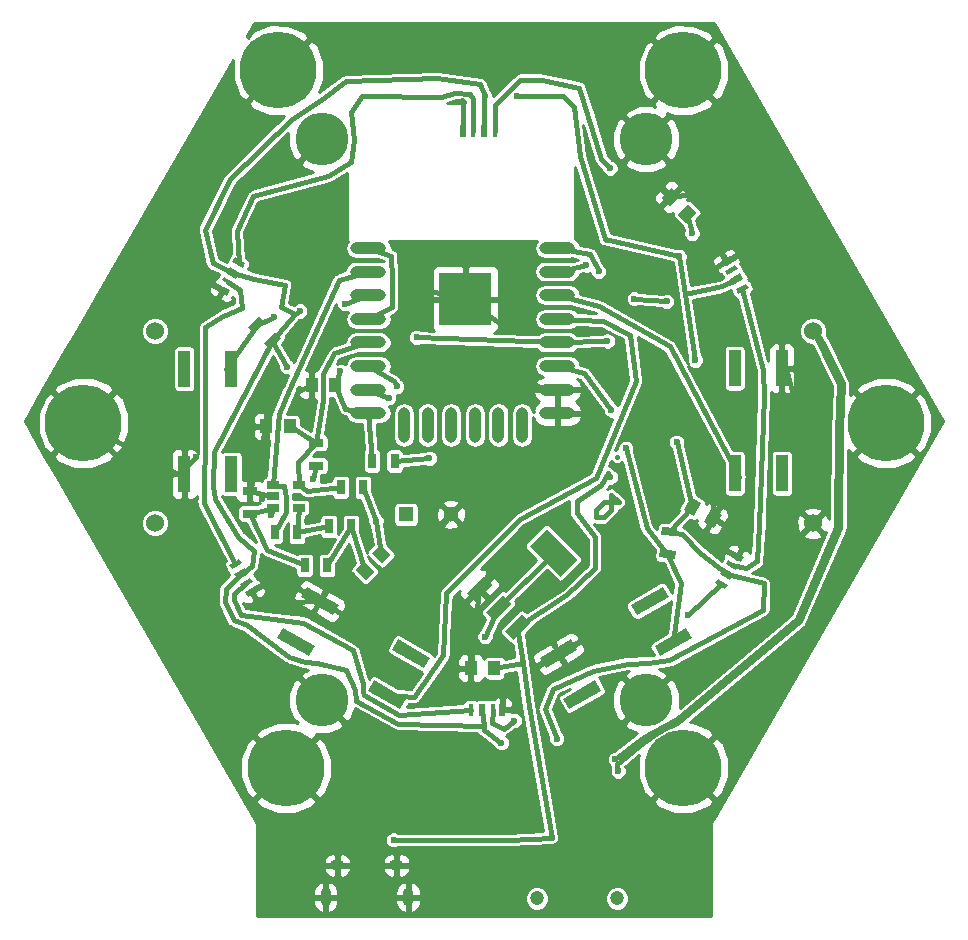
<source format=gtl>
G04 #@! TF.FileFunction,Copper,L1,Top,Signal*
%FSLAX46Y46*%
G04 Gerber Fmt 4.6, Leading zero omitted, Abs format (unit mm)*
G04 Created by KiCad (PCBNEW 4.0.2+dfsg1-stable) date Fri 28 Sep 2018 02:00:57 AM EDT*
%MOMM*%
G01*
G04 APERTURE LIST*
%ADD10C,0.100000*%
%ADD11O,3.000000X1.000000*%
%ADD12O,1.000000X3.000000*%
%ADD13R,1.000000X1.250000*%
%ADD14R,0.700000X1.300000*%
%ADD15R,1.300000X0.700000*%
%ADD16R,1.000000X3.100000*%
%ADD17O,0.900000X1.560000*%
%ADD18O,1.250000X0.850000*%
%ADD19C,1.200000*%
%ADD20R,1.060000X0.650000*%
%ADD21R,1.300000X1.300000*%
%ADD22C,1.300000*%
%ADD23C,1.524000*%
%ADD24C,4.470400*%
%ADD25C,6.500000*%
%ADD26R,4.470400X4.470400*%
%ADD27R,0.450000X1.000000*%
%ADD28R,0.600000X1.000000*%
%ADD29R,0.350000X1.000000*%
%ADD30R,0.500000X1.000000*%
%ADD31C,0.600000*%
%ADD32C,0.381000*%
%ADD33C,0.254000*%
G04 APERTURE END LIST*
D10*
D11*
X76836000Y-40434000D03*
X76836000Y-42434000D03*
X76836000Y-44434000D03*
X76836000Y-46434000D03*
X76836000Y-48434000D03*
X76836000Y-50434000D03*
X76836000Y-52434000D03*
X76836000Y-54434000D03*
D12*
X79836000Y-55434000D03*
X81836000Y-55434000D03*
X83836000Y-55434000D03*
X85836000Y-55434000D03*
X87836000Y-55434000D03*
X89836000Y-55434000D03*
D11*
X92836000Y-54434000D03*
X92836000Y-52434000D03*
X92836000Y-50434000D03*
X92836000Y-48434000D03*
X92836000Y-46434000D03*
X92836000Y-44434000D03*
X92836000Y-42434000D03*
X92836000Y-40434000D03*
D10*
G36*
X103508462Y-62621266D02*
X104133462Y-61538734D01*
X104999488Y-62038734D01*
X104374488Y-63121266D01*
X103508462Y-62621266D01*
X103508462Y-62621266D01*
G37*
G36*
X105240512Y-63621266D02*
X105865512Y-62538734D01*
X106731538Y-63038734D01*
X106106538Y-64121266D01*
X105240512Y-63621266D01*
X105240512Y-63621266D01*
G37*
G36*
X76597281Y-68558602D02*
X75713398Y-67674719D01*
X76420505Y-66967612D01*
X77304388Y-67851495D01*
X76597281Y-68558602D01*
X76597281Y-68558602D01*
G37*
G36*
X78011495Y-67144388D02*
X77127612Y-66260505D01*
X77834719Y-65553398D01*
X78718602Y-66437281D01*
X78011495Y-67144388D01*
X78011495Y-67144388D01*
G37*
D13*
X70170000Y-55550000D03*
X68170000Y-55550000D03*
D10*
G36*
X69408858Y-48069619D02*
X68489619Y-48988858D01*
X67994644Y-48493883D01*
X68913883Y-47574644D01*
X69408858Y-48069619D01*
X69408858Y-48069619D01*
G37*
G36*
X68065356Y-46726117D02*
X67146117Y-47645356D01*
X66651142Y-47150381D01*
X67570381Y-46231142D01*
X68065356Y-46726117D01*
X68065356Y-46726117D01*
G37*
G36*
X101700776Y-64053296D02*
X102995829Y-64166598D01*
X102934820Y-64863934D01*
X101639767Y-64750632D01*
X101700776Y-64053296D01*
X101700776Y-64053296D01*
G37*
G36*
X101535180Y-65946066D02*
X102830233Y-66059368D01*
X102769224Y-66756704D01*
X101474171Y-66643402D01*
X101535180Y-65946066D01*
X101535180Y-65946066D01*
G37*
D14*
X73472000Y-64008000D03*
X75372000Y-64008000D03*
X71440000Y-67310000D03*
X73340000Y-67310000D03*
X68900000Y-64516000D03*
X70800000Y-64516000D03*
X74488000Y-60706000D03*
X76388000Y-60706000D03*
D15*
X72390000Y-56962000D03*
X72390000Y-58862000D03*
X66802000Y-62926000D03*
X66802000Y-61026000D03*
D10*
G36*
X103740482Y-72591538D02*
X104240482Y-73457564D01*
X101555804Y-75007564D01*
X101055804Y-74141538D01*
X103740482Y-72591538D01*
X103740482Y-72591538D01*
G37*
G36*
X101740482Y-69127436D02*
X102240482Y-69993462D01*
X99555804Y-71543462D01*
X99055804Y-70677436D01*
X101740482Y-69127436D01*
X101740482Y-69127436D01*
G37*
G36*
X94024196Y-73582436D02*
X94524196Y-74448462D01*
X91839518Y-75998462D01*
X91339518Y-75132436D01*
X94024196Y-73582436D01*
X94024196Y-73582436D01*
G37*
G36*
X96024196Y-77046538D02*
X96524196Y-77912564D01*
X93839518Y-79462564D01*
X93339518Y-78596538D01*
X96024196Y-77046538D01*
X96024196Y-77046538D01*
G37*
D16*
X65238000Y-50663000D03*
X61238000Y-50663000D03*
X61238000Y-59573000D03*
X65238000Y-59573000D03*
X107836000Y-59527000D03*
X111836000Y-59527000D03*
X111836000Y-50617000D03*
X107836000Y-50617000D03*
D10*
G36*
X80015482Y-78596538D02*
X79515482Y-79462564D01*
X76830804Y-77912564D01*
X77330804Y-77046538D01*
X80015482Y-78596538D01*
X80015482Y-78596538D01*
G37*
G36*
X82015482Y-75132436D02*
X81515482Y-75998462D01*
X78830804Y-74448462D01*
X79330804Y-73582436D01*
X82015482Y-75132436D01*
X82015482Y-75132436D01*
G37*
G36*
X74299196Y-70677436D02*
X73799196Y-71543462D01*
X71114518Y-69993462D01*
X71614518Y-69127436D01*
X74299196Y-70677436D01*
X74299196Y-70677436D01*
G37*
G36*
X72299196Y-74141538D02*
X71799196Y-75007564D01*
X69114518Y-73457564D01*
X69614518Y-72591538D01*
X72299196Y-74141538D01*
X72299196Y-74141538D01*
G37*
D17*
X73208000Y-95410000D03*
X80208000Y-95410000D03*
D18*
X74208000Y-92710000D03*
X79208000Y-92710000D03*
D19*
X97888000Y-95510000D03*
X91088000Y-95510000D03*
D20*
X68750000Y-60518000D03*
X68750000Y-61468000D03*
X68750000Y-62418000D03*
X70950000Y-62418000D03*
X70950000Y-60518000D03*
D10*
G36*
X90493290Y-65670397D02*
X91930131Y-64233556D01*
X94516444Y-66819869D01*
X93079603Y-68256710D01*
X90493290Y-65670397D01*
X90493290Y-65670397D01*
G37*
G36*
X86757502Y-71274077D02*
X88194343Y-69837236D01*
X88912764Y-70555657D01*
X87475923Y-71992498D01*
X86757502Y-71274077D01*
X86757502Y-71274077D01*
G37*
G36*
X88373949Y-72890523D02*
X89810790Y-71453682D01*
X90529211Y-72172103D01*
X89092370Y-73608944D01*
X88373949Y-72890523D01*
X88373949Y-72890523D01*
G37*
G36*
X85141056Y-69657630D02*
X86577897Y-68220789D01*
X87296318Y-68939210D01*
X85859477Y-70376051D01*
X85141056Y-69657630D01*
X85141056Y-69657630D01*
G37*
D21*
X80010000Y-62992000D03*
D22*
X83810000Y-62992000D03*
D10*
G36*
X104626602Y-37448719D02*
X103742719Y-38332602D01*
X103035612Y-37625495D01*
X103919495Y-36741612D01*
X104626602Y-37448719D01*
X104626602Y-37448719D01*
G37*
G36*
X103212388Y-36034505D02*
X102328505Y-36918388D01*
X101621398Y-36211281D01*
X102505281Y-35327398D01*
X103212388Y-36034505D01*
X103212388Y-36034505D01*
G37*
D23*
X114464000Y-47498000D03*
X58764000Y-47498000D03*
X58764000Y-63754000D03*
X114464000Y-63754000D03*
D24*
X72898000Y-31242000D03*
X72898000Y-78740000D03*
X100330000Y-78740000D03*
X100330000Y-31242000D03*
D13*
X74025000Y-52070000D03*
X72025000Y-52070000D03*
D25*
X103505000Y-84455000D03*
X52705000Y-55245000D03*
X120650000Y-55245000D03*
X69850000Y-84455000D03*
X69215000Y-25400000D03*
X103505000Y-25400000D03*
D26*
X85050000Y-44760000D03*
D13*
X87500000Y-76020000D03*
X85500000Y-76020000D03*
D14*
X77140000Y-58480000D03*
X79040000Y-58480000D03*
D10*
G36*
X65530000Y-41240962D02*
X66396026Y-41740962D01*
X66171026Y-42130674D01*
X65305000Y-41630674D01*
X65530000Y-41240962D01*
X65530000Y-41240962D01*
G37*
G36*
X65080000Y-42020384D02*
X65946026Y-42520384D01*
X65646026Y-43040000D01*
X64780000Y-42540000D01*
X65080000Y-42020384D01*
X65080000Y-42020384D01*
G37*
G36*
X64580000Y-42886411D02*
X65446026Y-43386411D01*
X65271026Y-43689519D01*
X64405000Y-43189519D01*
X64580000Y-42886411D01*
X64580000Y-42886411D01*
G37*
G36*
X64205000Y-43535930D02*
X65071026Y-44035930D01*
X64821026Y-44468942D01*
X63955000Y-43968942D01*
X64205000Y-43535930D01*
X64205000Y-43535930D01*
G37*
G36*
X65030000Y-67240962D02*
X65896026Y-66740962D01*
X66121026Y-67130674D01*
X65255000Y-67630674D01*
X65030000Y-67240962D01*
X65030000Y-67240962D01*
G37*
G36*
X65480000Y-68020384D02*
X66346026Y-67520384D01*
X66646026Y-68040000D01*
X65780000Y-68540000D01*
X65480000Y-68020384D01*
X65480000Y-68020384D01*
G37*
G36*
X65980000Y-68886411D02*
X66846026Y-68386411D01*
X67021026Y-68689519D01*
X66155000Y-69189519D01*
X65980000Y-68886411D01*
X65980000Y-68886411D01*
G37*
G36*
X66355000Y-69535930D02*
X67221026Y-69035930D01*
X67471026Y-69468942D01*
X66605000Y-69968942D01*
X66355000Y-69535930D01*
X66355000Y-69535930D01*
G37*
D27*
X85505000Y-79540000D03*
D28*
X86480000Y-79540000D03*
D29*
X87355000Y-79540000D03*
D30*
X88180000Y-79540000D03*
D10*
G36*
X107030000Y-69339038D02*
X106163974Y-68839038D01*
X106388974Y-68449326D01*
X107255000Y-68949326D01*
X107030000Y-69339038D01*
X107030000Y-69339038D01*
G37*
G36*
X107480000Y-68559616D02*
X106613974Y-68059616D01*
X106913974Y-67540000D01*
X107780000Y-68040000D01*
X107480000Y-68559616D01*
X107480000Y-68559616D01*
G37*
G36*
X107980000Y-67693589D02*
X107113974Y-67193589D01*
X107288974Y-66890481D01*
X108155000Y-67390481D01*
X107980000Y-67693589D01*
X107980000Y-67693589D01*
G37*
G36*
X108355000Y-67044070D02*
X107488974Y-66544070D01*
X107738974Y-66111058D01*
X108605000Y-66611058D01*
X108355000Y-67044070D01*
X108355000Y-67044070D01*
G37*
G36*
X109030000Y-43839038D02*
X108163974Y-44339038D01*
X107938974Y-43949326D01*
X108805000Y-43449326D01*
X109030000Y-43839038D01*
X109030000Y-43839038D01*
G37*
G36*
X108580000Y-43059616D02*
X107713974Y-43559616D01*
X107413974Y-43040000D01*
X108280000Y-42540000D01*
X108580000Y-43059616D01*
X108580000Y-43059616D01*
G37*
G36*
X108080000Y-42193589D02*
X107213974Y-42693589D01*
X107038974Y-42390481D01*
X107905000Y-41890481D01*
X108080000Y-42193589D01*
X108080000Y-42193589D01*
G37*
G36*
X107705000Y-41544070D02*
X106838974Y-42044070D01*
X106588974Y-41611058D01*
X107455000Y-41111058D01*
X107705000Y-41544070D01*
X107705000Y-41544070D01*
G37*
D27*
X87555000Y-30540000D03*
D28*
X86580000Y-30540000D03*
D29*
X85705000Y-30540000D03*
D30*
X84880000Y-30540000D03*
D31*
X92770000Y-81980000D03*
X89430000Y-27540000D03*
X86690000Y-27610000D03*
X88090000Y-82330000D03*
X69920000Y-50490000D03*
X74460000Y-50890000D03*
X71030000Y-45770000D03*
X74840000Y-45170000D03*
X102920000Y-56880000D03*
X104500000Y-49960000D03*
X103130000Y-41160000D03*
X104220000Y-39200000D03*
X64470000Y-39360000D03*
X102950000Y-46410000D03*
X95370000Y-39910000D03*
X99570000Y-42090000D03*
X84880000Y-28100000D03*
X72840000Y-62000000D03*
X74570000Y-56440000D03*
X88850000Y-78150000D03*
X78870000Y-76810000D03*
X83710000Y-78090000D03*
X79270000Y-68980000D03*
X92150000Y-73030000D03*
X66840000Y-59930000D03*
X62240000Y-58110000D03*
X68780000Y-53630000D03*
X70940000Y-52550000D03*
X79630000Y-43530000D03*
X88640000Y-47330000D03*
X88470000Y-49620000D03*
X70140000Y-70450000D03*
X67850000Y-61710000D03*
X87050000Y-67990000D03*
X112930000Y-53530000D03*
X106450000Y-39170000D03*
X107500000Y-44610000D03*
X67350000Y-40570000D03*
X107430000Y-64090000D03*
X77470000Y-63530000D03*
X97290000Y-33680000D03*
X95250000Y-41910000D03*
X103860000Y-71550000D03*
X89180000Y-80450000D03*
X98630000Y-57400000D03*
X97410000Y-54170000D03*
X102070000Y-44970000D03*
X99350000Y-44740000D03*
X68840000Y-46250000D03*
X80910000Y-48000000D03*
X97060000Y-48310000D03*
X68610000Y-63010000D03*
X72110000Y-60010000D03*
X96320000Y-42420000D03*
X97320000Y-59830000D03*
X78960000Y-90550000D03*
X86700000Y-73340000D03*
X97970000Y-84730000D03*
X97730000Y-83740000D03*
X78560000Y-53110000D03*
X81980000Y-58250000D03*
X79240000Y-52160000D03*
D32*
X96125000Y-63240000D02*
X96125000Y-62605000D01*
X96125000Y-62605000D02*
X96760000Y-61970000D01*
X96760000Y-61970000D02*
X97395000Y-61970000D01*
X97395000Y-61970000D02*
X97395000Y-61335000D01*
X97395000Y-61335000D02*
X98030000Y-61970000D01*
X98030000Y-61970000D02*
X97395000Y-61970000D01*
X97395000Y-61970000D02*
X97395000Y-62605000D01*
X97395000Y-62605000D02*
X96760000Y-63240000D01*
X96760000Y-63240000D02*
X96125000Y-63240000D01*
X97880000Y-58140000D02*
X97880000Y-58100000D01*
X110260354Y-71079999D02*
X102290000Y-75360000D01*
X102290000Y-75360000D02*
X100460000Y-75550000D01*
X100460000Y-75550000D02*
X98770000Y-75620000D01*
X98770000Y-75620000D02*
X95850000Y-76220000D01*
X95850000Y-76220000D02*
X92450000Y-77750000D01*
X92450000Y-77750000D02*
X91760000Y-79450000D01*
X91760000Y-79450000D02*
X92770000Y-81980000D01*
X64740000Y-69290000D02*
X64680000Y-70430000D01*
X64680000Y-70430000D02*
X65410000Y-71970000D01*
X65410000Y-71970000D02*
X66510000Y-72400000D01*
X66510000Y-72400000D02*
X70120000Y-75040000D01*
X70120000Y-75040000D02*
X71490000Y-75510000D01*
X71490000Y-75510000D02*
X72480000Y-75550000D01*
X72480000Y-75550000D02*
X74940000Y-76200000D01*
X74940000Y-76200000D02*
X75670000Y-77840000D01*
X75670000Y-77840000D02*
X75820000Y-78760000D01*
X75820000Y-78760000D02*
X79340000Y-80720000D01*
X79340000Y-80720000D02*
X86576785Y-80938537D01*
X65363013Y-42530192D02*
X63630000Y-41730000D01*
X63630000Y-41730000D02*
X62990000Y-38890000D01*
X62990000Y-38890000D02*
X65110000Y-34640000D01*
X65110000Y-34640000D02*
X70350000Y-29540000D01*
X70350000Y-29540000D02*
X72820000Y-27890000D01*
X72820000Y-27890000D02*
X74941119Y-26313649D01*
X107996987Y-43049808D02*
X106760000Y-43700000D01*
X106760000Y-43700000D02*
X103625696Y-44344035D01*
X103625696Y-44344035D02*
X103625696Y-44344033D01*
X107196987Y-68049808D02*
X104930000Y-66230000D01*
X104930000Y-66230000D02*
X103349821Y-64675104D01*
X110300000Y-68840000D02*
X107196987Y-68049808D01*
X66063013Y-68030192D02*
X64740000Y-69290000D01*
X86576785Y-80938537D02*
X86576785Y-80938543D01*
X86480000Y-79540000D02*
X86576785Y-80938543D01*
X86576785Y-80938543D02*
X86600000Y-81274000D01*
X86600000Y-81274000D02*
X88090000Y-82330000D01*
X66063013Y-68030192D02*
X66980000Y-67380000D01*
X66980000Y-67380000D02*
X67160000Y-66090000D01*
X65363013Y-42530192D02*
X67160000Y-43060000D01*
X67160000Y-43060000D02*
X69778999Y-43555189D01*
X69778999Y-43555189D02*
X69778999Y-43555191D01*
X74941119Y-26313649D02*
X82620000Y-26070000D01*
X82620000Y-26070000D02*
X86270000Y-26560000D01*
X86270000Y-26560000D02*
X86690000Y-27610000D01*
X86690000Y-27610000D02*
X86640000Y-27780000D01*
X94725759Y-32662227D02*
X94200000Y-28510000D01*
X94200000Y-28510000D02*
X93330000Y-27540000D01*
X93330000Y-27540000D02*
X89430000Y-27540000D01*
X86640000Y-27780000D02*
X86580000Y-30540000D01*
X77140000Y-58480000D02*
X76836000Y-54434000D01*
X65810000Y-64880000D02*
X63870000Y-61660000D01*
X63870000Y-61660000D02*
X63650000Y-60620000D01*
X63650000Y-60620000D02*
X63720000Y-57740000D01*
X63720000Y-57740000D02*
X68701751Y-48281751D01*
X67160000Y-66090000D02*
X65810000Y-64880000D01*
X74025000Y-52070000D02*
X74870000Y-54060000D01*
X74870000Y-54060000D02*
X76836000Y-54434000D01*
X68701751Y-48281751D02*
X69920000Y-50490000D01*
X74460000Y-50890000D02*
X74025000Y-52070000D01*
X70583365Y-46027947D02*
X71030000Y-45770000D01*
X74840000Y-45170000D02*
X76836000Y-44434000D01*
X104253975Y-62330000D02*
X102920000Y-56880000D01*
X104500000Y-49960000D02*
X103625696Y-44344033D01*
X103625696Y-44344033D02*
X103130000Y-41160000D01*
X102317798Y-64458615D02*
X104253975Y-62330000D01*
X103349821Y-64675104D02*
X102317798Y-64458615D01*
X96850000Y-39702143D02*
X94725759Y-32662227D01*
X94725759Y-32662227D02*
X94710000Y-32610000D01*
X96970000Y-39730000D02*
X96850000Y-39702143D01*
X96850000Y-39702143D02*
X103130000Y-41160000D01*
X104220000Y-39200000D02*
X103831107Y-37537107D01*
X69778999Y-43555191D02*
X69430192Y-45434478D01*
X70583365Y-46027947D02*
X69430192Y-45434478D01*
X68701751Y-48281751D02*
X70583365Y-46027947D01*
X70583365Y-46027947D02*
X70590000Y-46020000D01*
X110260000Y-71100000D02*
X110260354Y-71079999D01*
X110260354Y-71079999D02*
X110300000Y-68840000D01*
X64470000Y-39360000D02*
X64690000Y-38570000D01*
X105986025Y-63330000D02*
X105986025Y-62106025D01*
X105650000Y-61770000D02*
X105640000Y-61770000D01*
X105986025Y-62106025D02*
X105650000Y-61770000D01*
X99570000Y-42090000D02*
X101850000Y-42720000D01*
X101850000Y-42720000D02*
X102850000Y-44260000D01*
X102850000Y-44260000D02*
X102950000Y-46410000D01*
X95370000Y-39910000D02*
X99570000Y-42090000D01*
X84880000Y-28190000D02*
X84880000Y-28100000D01*
X84880000Y-30540000D02*
X84880000Y-28190000D01*
X84880000Y-28190000D02*
X84880000Y-28100000D01*
X84880000Y-28100000D02*
X84730000Y-27950000D01*
X72840000Y-62000000D02*
X74400000Y-62420000D01*
X74570000Y-56440000D02*
X74570000Y-56410000D01*
X83710000Y-78090000D02*
X88850000Y-78150000D01*
X79270000Y-68980000D02*
X77670000Y-76020000D01*
X77670000Y-76020000D02*
X78870000Y-76810000D01*
X85322144Y-78190341D02*
X83710000Y-78090000D01*
X83810000Y-62992000D02*
X79270000Y-68980000D01*
X85322144Y-78190341D02*
X85500000Y-76020000D01*
X92931857Y-74790449D02*
X92150000Y-73030000D01*
X85500000Y-76020000D02*
X86218687Y-69298420D01*
X66802000Y-61026000D02*
X66840000Y-59930000D01*
X62240000Y-58110000D02*
X60738000Y-59573000D01*
X68170000Y-55550000D02*
X68780000Y-53630000D01*
X70940000Y-52550000D02*
X72025000Y-52070000D01*
X68170000Y-55550000D02*
X66802000Y-61026000D01*
X85050000Y-44760000D02*
X79630000Y-43530000D01*
X85050000Y-44760000D02*
X88640000Y-47330000D01*
X88470000Y-49620000D02*
X91070000Y-52140000D01*
X91070000Y-52140000D02*
X92836000Y-52434000D01*
X52705000Y-55245000D02*
X60738000Y-59573000D01*
X72706857Y-70335449D02*
X70140000Y-70450000D01*
X67821530Y-61257331D02*
X67850000Y-61710000D01*
X68750000Y-61468000D02*
X67821530Y-61257331D01*
X67821530Y-61257331D02*
X66802000Y-61026000D01*
X86218687Y-69298420D02*
X87050000Y-67990000D01*
X92836000Y-52434000D02*
X92836000Y-54434000D01*
X107430000Y-64090000D02*
X105986025Y-63330000D01*
X112236000Y-50917000D02*
X112930000Y-53530000D01*
X102416893Y-36122893D02*
X104160000Y-35870000D01*
X104160000Y-35870000D02*
X105390000Y-36770000D01*
X105390000Y-36770000D02*
X106450000Y-39170000D01*
X73340000Y-67310000D02*
X75372000Y-64008000D01*
X75372000Y-64008000D02*
X76508893Y-67763107D01*
X77470000Y-63530000D02*
X77923107Y-66348893D01*
X77470000Y-63530000D02*
X76388000Y-60706000D01*
X76836000Y-48434000D02*
X73940000Y-49350000D01*
X73940000Y-49350000D02*
X73000000Y-51070000D01*
X73000000Y-51070000D02*
X73000000Y-53330000D01*
X73000000Y-53330000D02*
X72390000Y-56962000D01*
X70170000Y-55550000D02*
X71602731Y-56461269D01*
X71602731Y-56461269D02*
X72390000Y-56962000D01*
X70950000Y-60518000D02*
X71590000Y-61010000D01*
X71590000Y-61010000D02*
X74488000Y-60706000D01*
X70950000Y-60518000D02*
X70830000Y-58570000D01*
X70830000Y-58570000D02*
X72390000Y-56962000D01*
X97290000Y-33680000D02*
X96560000Y-32930000D01*
X91560000Y-26190000D02*
X89690000Y-26190000D01*
X94700000Y-26880000D02*
X91560000Y-26190000D01*
X96560000Y-32930000D02*
X94700000Y-26880000D01*
X87555000Y-28325000D02*
X87555000Y-30540000D01*
X89690000Y-26190000D02*
X87555000Y-28325000D01*
X92836000Y-42434000D02*
X95250000Y-41910000D01*
X83000000Y-27630635D02*
X76280000Y-27610000D01*
X76280000Y-27610000D02*
X75380000Y-28900000D01*
X75380000Y-28900000D02*
X75640000Y-31260000D01*
X75640000Y-31260000D02*
X75380000Y-33160000D01*
X75380000Y-33160000D02*
X73440000Y-34340000D01*
X73440000Y-34340000D02*
X67073070Y-36063064D01*
X67073070Y-36063064D02*
X67073070Y-36063063D01*
X67073070Y-36063063D02*
X65700000Y-38980000D01*
X65700000Y-38980000D02*
X65850513Y-41685818D01*
X85660000Y-27840000D02*
X85410000Y-27400000D01*
X85410000Y-27400000D02*
X84160000Y-27290000D01*
X84160000Y-27290000D02*
X83000000Y-27630635D01*
X83000000Y-27630635D02*
X82921116Y-27653799D01*
X82921116Y-27653799D02*
X82900000Y-27660000D01*
X85705000Y-30540000D02*
X85660000Y-28770000D01*
X85660000Y-28770000D02*
X85660000Y-27840000D01*
X85660000Y-27840000D02*
X85660000Y-27820000D01*
X63030000Y-55470000D02*
X62890000Y-62000000D01*
X62890000Y-62000000D02*
X65575513Y-67185818D01*
X64925513Y-43287965D02*
X65940000Y-44030000D01*
X65940000Y-44030000D02*
X66150000Y-45480000D01*
X66150000Y-45480000D02*
X64530000Y-46200000D01*
X64530000Y-46200000D02*
X63030000Y-47130000D01*
X63030000Y-47130000D02*
X63030000Y-55470000D01*
X85505000Y-79540000D02*
X79400000Y-79950000D01*
X79400000Y-79950000D02*
X76490000Y-78280000D01*
X76490000Y-78280000D02*
X76350000Y-78010000D01*
X76350000Y-78010000D02*
X76350000Y-77350000D01*
X76350000Y-77350000D02*
X75510000Y-74510000D01*
X75510000Y-74510000D02*
X71320000Y-72160000D01*
X71320000Y-72160000D02*
X68130000Y-71750000D01*
X68130000Y-71750000D02*
X66011654Y-71498089D01*
X66011654Y-71498089D02*
X66011654Y-71498088D01*
X66500513Y-68787965D02*
X65470000Y-69720000D01*
X65470000Y-69720000D02*
X65440000Y-70280000D01*
X65440000Y-70280000D02*
X66011654Y-71498088D01*
X103860000Y-71550000D02*
X106709487Y-68894182D01*
X89180000Y-80450000D02*
X88300000Y-81140000D01*
X88300000Y-81140000D02*
X87330000Y-80670000D01*
X87330000Y-80670000D02*
X87355000Y-79540000D01*
X109930000Y-63890000D02*
X110300000Y-52990000D01*
X110300000Y-52990000D02*
X110260000Y-50780000D01*
X110260000Y-50780000D02*
X108484487Y-43894182D01*
X107634487Y-67292035D02*
X108770000Y-67560000D01*
X108770000Y-67560000D02*
X109710000Y-66980000D01*
X109710000Y-66980000D02*
X109930000Y-63890000D01*
X76836000Y-46434000D02*
X78810000Y-45460000D01*
X78810000Y-45460000D02*
X78820000Y-43020000D01*
X78820000Y-43020000D02*
X78750000Y-41090000D01*
X78750000Y-41090000D02*
X76836000Y-40434000D01*
X76836000Y-42434000D02*
X74350000Y-43140000D01*
X74350000Y-43140000D02*
X70120000Y-52430000D01*
X70120000Y-52430000D02*
X69270000Y-54480000D01*
X69270000Y-54480000D02*
X69200000Y-55350000D01*
X69200000Y-55350000D02*
X68750000Y-60518000D01*
X68900000Y-64516000D02*
X69860000Y-62780000D01*
X69860000Y-62780000D02*
X69860000Y-61530000D01*
X69860000Y-61530000D02*
X69710000Y-60600000D01*
X69710000Y-60600000D02*
X68750000Y-60518000D01*
X102152202Y-66351385D02*
X100380000Y-64170000D01*
X100380000Y-64170000D02*
X98630000Y-57400000D01*
X97410000Y-54170000D02*
X95120000Y-51040000D01*
X95120000Y-51040000D02*
X92836000Y-50434000D01*
X102152202Y-66351385D02*
X103290000Y-68780000D01*
X103290000Y-68780000D02*
X102648143Y-73799551D01*
X102070000Y-44970000D02*
X99350000Y-44740000D01*
X67358249Y-46938249D02*
X68840000Y-46250000D01*
X80910000Y-48000000D02*
X92836000Y-48434000D01*
X97060000Y-48310000D02*
X92836000Y-48434000D01*
X67358249Y-46938249D02*
X64738000Y-50663000D01*
X92836000Y-46434000D02*
X96700000Y-46600000D01*
X96700000Y-46600000D02*
X98980000Y-47780000D01*
X98980000Y-47780000D02*
X99480000Y-51660000D01*
X99480000Y-51660000D02*
X96090000Y-59890000D01*
X96090000Y-59890000D02*
X89650000Y-63400000D01*
X89650000Y-63400000D02*
X83440000Y-69680000D01*
X83440000Y-69680000D02*
X83170000Y-74940000D01*
X83170000Y-74940000D02*
X80730000Y-78450000D01*
X80730000Y-78450000D02*
X78423143Y-78254551D01*
X92836000Y-44434000D02*
X96340000Y-45390000D01*
X96340000Y-45390000D02*
X102340000Y-48770000D01*
X102340000Y-48770000D02*
X108236000Y-59827000D01*
X70800000Y-64516000D02*
X73472000Y-64008000D01*
X70800000Y-64516000D02*
X70950000Y-62418000D01*
X71440000Y-67310000D02*
X68270000Y-66000000D01*
X68270000Y-66000000D02*
X66802000Y-62926000D01*
X68750000Y-62418000D02*
X68610000Y-63010000D01*
X72110000Y-60010000D02*
X72390000Y-58862000D01*
X66802000Y-62926000D02*
X68750000Y-62418000D01*
X92836000Y-40434000D02*
X95630000Y-40990000D01*
X95630000Y-40990000D02*
X96320000Y-42420000D01*
X97320000Y-59830000D02*
X97114876Y-59497663D01*
X97114876Y-59497663D02*
X97114876Y-59497664D01*
X89451580Y-72531313D02*
X93570000Y-69840000D01*
X93570000Y-69840000D02*
X96010000Y-67510000D01*
X96010000Y-67510000D02*
X96010000Y-64920000D01*
X96010000Y-64920000D02*
X94450000Y-62900000D01*
X94450000Y-62900000D02*
X94450000Y-61840000D01*
X94450000Y-61840000D02*
X96550000Y-60500000D01*
X96550000Y-60500000D02*
X97114876Y-59497664D01*
X87500000Y-76020000D02*
X89884165Y-75610000D01*
X89884165Y-75610000D02*
X89884165Y-75609998D01*
X89451580Y-72531313D02*
X89884165Y-75609998D01*
X89884165Y-75609998D02*
X90390000Y-79210000D01*
X90390000Y-79210000D02*
X92348676Y-90380575D01*
X92348676Y-90380575D02*
X88650000Y-90580000D01*
X88650000Y-90580000D02*
X78960000Y-90550000D01*
X86700000Y-73340000D02*
X87835133Y-70914867D01*
X87835133Y-70914867D02*
X92504867Y-66245133D01*
X116760000Y-64170000D02*
X113330000Y-72050000D01*
X113330000Y-72050000D02*
X102990000Y-80640000D01*
X102990000Y-80640000D02*
X101870000Y-81170000D01*
X101870000Y-81170000D02*
X101010000Y-81640000D01*
X101010000Y-81640000D02*
X99700000Y-82600000D01*
X99700000Y-82600000D02*
X98190000Y-83870000D01*
X98190000Y-83870000D02*
X97880000Y-84160000D01*
X97880000Y-84160000D02*
X97970000Y-84730000D01*
X97730000Y-83740000D02*
X100140000Y-81860000D01*
X100140000Y-81860000D02*
X102940000Y-80360000D01*
X102940000Y-80360000D02*
X113110134Y-71860674D01*
X116760000Y-64170000D02*
X116790000Y-64010000D01*
X116790000Y-64010000D02*
X116780000Y-63400000D01*
X116780000Y-63400000D02*
X116850000Y-55730000D01*
X116850000Y-55730000D02*
X116980000Y-51910000D01*
X116980000Y-51910000D02*
X115580000Y-49000000D01*
X115580000Y-49000000D02*
X115090000Y-48080000D01*
X115090000Y-48080000D02*
X114464000Y-47498000D01*
X114464000Y-47498000D02*
X116670000Y-51970000D01*
X116670000Y-51970000D02*
X116510000Y-55940000D01*
X116510000Y-55940000D02*
X116450000Y-64090000D01*
X116450000Y-64090000D02*
X113110134Y-71860674D01*
X76836000Y-52434000D02*
X78560000Y-53110000D01*
X79040000Y-58480000D02*
X81980000Y-58250000D01*
X76836000Y-50434000D02*
X78990000Y-51740000D01*
X78990000Y-51740000D02*
X79240000Y-52160000D01*
D33*
G36*
X106054208Y-21415157D02*
X125500126Y-55096474D01*
X105989479Y-88889906D01*
X105974636Y-88899824D01*
X105865816Y-89062685D01*
X105827604Y-89254792D01*
X105827604Y-97006047D01*
X67388977Y-97006047D01*
X67388977Y-95537000D01*
X72123000Y-95537000D01*
X72123000Y-95867000D01*
X72254192Y-96272544D01*
X72530592Y-96597013D01*
X72913999Y-96784408D01*
X73081000Y-96657502D01*
X73081000Y-95537000D01*
X73335000Y-95537000D01*
X73335000Y-96657502D01*
X73502001Y-96784408D01*
X73885408Y-96597013D01*
X74161808Y-96272544D01*
X74293000Y-95867000D01*
X74293000Y-95537000D01*
X79123000Y-95537000D01*
X79123000Y-95867000D01*
X79254192Y-96272544D01*
X79530592Y-96597013D01*
X79913999Y-96784408D01*
X80081000Y-96657502D01*
X80081000Y-95537000D01*
X80335000Y-95537000D01*
X80335000Y-96657502D01*
X80502001Y-96784408D01*
X80885408Y-96597013D01*
X81161808Y-96272544D01*
X81293000Y-95867000D01*
X81293000Y-95713387D01*
X90060822Y-95713387D01*
X90216844Y-96090989D01*
X90505492Y-96380140D01*
X90882821Y-96536821D01*
X91291387Y-96537178D01*
X91668989Y-96381156D01*
X91958140Y-96092508D01*
X92114821Y-95715179D01*
X92114822Y-95713387D01*
X96860822Y-95713387D01*
X97016844Y-96090989D01*
X97305492Y-96380140D01*
X97682821Y-96536821D01*
X98091387Y-96537178D01*
X98468989Y-96381156D01*
X98758140Y-96092508D01*
X98914821Y-95715179D01*
X98915178Y-95306613D01*
X98759156Y-94929011D01*
X98470508Y-94639860D01*
X98093179Y-94483179D01*
X97684613Y-94482822D01*
X97307011Y-94638844D01*
X97017860Y-94927492D01*
X96861179Y-95304821D01*
X96860822Y-95713387D01*
X92114822Y-95713387D01*
X92115178Y-95306613D01*
X91959156Y-94929011D01*
X91670508Y-94639860D01*
X91293179Y-94483179D01*
X90884613Y-94482822D01*
X90507011Y-94638844D01*
X90217860Y-94927492D01*
X90061179Y-95304821D01*
X90060822Y-95713387D01*
X81293000Y-95713387D01*
X81293000Y-95537000D01*
X80335000Y-95537000D01*
X80081000Y-95537000D01*
X79123000Y-95537000D01*
X74293000Y-95537000D01*
X73335000Y-95537000D01*
X73081000Y-95537000D01*
X72123000Y-95537000D01*
X67388977Y-95537000D01*
X67388977Y-94953000D01*
X72123000Y-94953000D01*
X72123000Y-95283000D01*
X73081000Y-95283000D01*
X73081000Y-94162498D01*
X73335000Y-94162498D01*
X73335000Y-95283000D01*
X74293000Y-95283000D01*
X74293000Y-94953000D01*
X79123000Y-94953000D01*
X79123000Y-95283000D01*
X80081000Y-95283000D01*
X80081000Y-94162498D01*
X80335000Y-94162498D01*
X80335000Y-95283000D01*
X81293000Y-95283000D01*
X81293000Y-94953000D01*
X81161808Y-94547456D01*
X80885408Y-94222987D01*
X80502001Y-94035592D01*
X80335000Y-94162498D01*
X80081000Y-94162498D01*
X79913999Y-94035592D01*
X79530592Y-94222987D01*
X79254192Y-94547456D01*
X79123000Y-94953000D01*
X74293000Y-94953000D01*
X74161808Y-94547456D01*
X73885408Y-94222987D01*
X73502001Y-94035592D01*
X73335000Y-94162498D01*
X73081000Y-94162498D01*
X72913999Y-94035592D01*
X72530592Y-94222987D01*
X72254192Y-94547456D01*
X72123000Y-94953000D01*
X67388977Y-94953000D01*
X67388977Y-93000062D01*
X72988460Y-93000062D01*
X72990094Y-93029452D01*
X73189826Y-93394671D01*
X73514118Y-93655655D01*
X73913599Y-93772672D01*
X74081000Y-93615606D01*
X74081000Y-92837000D01*
X74335000Y-92837000D01*
X74335000Y-93615606D01*
X74502401Y-93772672D01*
X74901882Y-93655655D01*
X75226174Y-93394671D01*
X75425906Y-93029452D01*
X75427540Y-93000062D01*
X77988460Y-93000062D01*
X77990094Y-93029452D01*
X78189826Y-93394671D01*
X78514118Y-93655655D01*
X78913599Y-93772672D01*
X79081000Y-93615606D01*
X79081000Y-92837000D01*
X79335000Y-92837000D01*
X79335000Y-93615606D01*
X79502401Y-93772672D01*
X79901882Y-93655655D01*
X80226174Y-93394671D01*
X80425906Y-93029452D01*
X80427540Y-93000062D01*
X80300257Y-92837000D01*
X79335000Y-92837000D01*
X79081000Y-92837000D01*
X78115743Y-92837000D01*
X77988460Y-93000062D01*
X75427540Y-93000062D01*
X75300257Y-92837000D01*
X74335000Y-92837000D01*
X74081000Y-92837000D01*
X73115743Y-92837000D01*
X72988460Y-93000062D01*
X67388977Y-93000062D01*
X67388977Y-92419938D01*
X72988460Y-92419938D01*
X73115743Y-92583000D01*
X74081000Y-92583000D01*
X74081000Y-91804394D01*
X74335000Y-91804394D01*
X74335000Y-92583000D01*
X75300257Y-92583000D01*
X75427540Y-92419938D01*
X77988460Y-92419938D01*
X78115743Y-92583000D01*
X79081000Y-92583000D01*
X79081000Y-91804394D01*
X79335000Y-91804394D01*
X79335000Y-92583000D01*
X80300257Y-92583000D01*
X80427540Y-92419938D01*
X80425906Y-92390548D01*
X80226174Y-92025329D01*
X79901882Y-91764345D01*
X79502401Y-91647328D01*
X79335000Y-91804394D01*
X79081000Y-91804394D01*
X78913599Y-91647328D01*
X78514118Y-91764345D01*
X78189826Y-92025329D01*
X77990094Y-92390548D01*
X77988460Y-92419938D01*
X75427540Y-92419938D01*
X75425906Y-92390548D01*
X75226174Y-92025329D01*
X74901882Y-91764345D01*
X74502401Y-91647328D01*
X74335000Y-91804394D01*
X74081000Y-91804394D01*
X73913599Y-91647328D01*
X73514118Y-91764345D01*
X73189826Y-92025329D01*
X72990094Y-92390548D01*
X72988460Y-92419938D01*
X67388977Y-92419938D01*
X67388977Y-89254792D01*
X67350765Y-89062685D01*
X67241945Y-88899824D01*
X67227102Y-88889906D01*
X66269897Y-87231978D01*
X67252627Y-87231978D01*
X67625658Y-87732608D01*
X69049262Y-88334333D01*
X70594772Y-88345466D01*
X72026896Y-87764311D01*
X72074342Y-87732608D01*
X72447373Y-87231978D01*
X69850000Y-84634605D01*
X67252627Y-87231978D01*
X66269897Y-87231978D01*
X65096602Y-85199772D01*
X65959534Y-85199772D01*
X66540689Y-86631896D01*
X66572392Y-86679342D01*
X67073022Y-87052373D01*
X69670395Y-84455000D01*
X70029605Y-84455000D01*
X72626978Y-87052373D01*
X73127608Y-86679342D01*
X73729333Y-85255738D01*
X73740466Y-83710228D01*
X73159311Y-82278104D01*
X73127608Y-82230658D01*
X72626978Y-81857627D01*
X70029605Y-84455000D01*
X69670395Y-84455000D01*
X67073022Y-81857627D01*
X66572392Y-82230658D01*
X65970667Y-83654262D01*
X65959534Y-85199772D01*
X65096602Y-85199772D01*
X63063319Y-81678022D01*
X67252627Y-81678022D01*
X69850000Y-84275395D01*
X72447373Y-81678022D01*
X72398398Y-81612295D01*
X73480800Y-81607812D01*
X74513747Y-81179951D01*
X74763182Y-80784787D01*
X72898000Y-78919605D01*
X72883858Y-78933748D01*
X72704253Y-78754143D01*
X72718395Y-78740000D01*
X70853213Y-76874818D01*
X70458049Y-77124253D01*
X70025459Y-78180973D01*
X70030188Y-79322800D01*
X70458049Y-80355747D01*
X70853211Y-80605181D01*
X70813802Y-80644590D01*
X70650738Y-80575667D01*
X69105228Y-80564534D01*
X67673104Y-81145689D01*
X67625658Y-81177392D01*
X67252627Y-81678022D01*
X63063319Y-81678022D01*
X52850824Y-63989469D01*
X57574794Y-63989469D01*
X57755427Y-64426635D01*
X58089606Y-64761397D01*
X58526456Y-64942793D01*
X58999469Y-64943206D01*
X59436635Y-64762573D01*
X59771397Y-64428394D01*
X59952793Y-63991544D01*
X59953206Y-63518531D01*
X59772573Y-63081365D01*
X59438394Y-62746603D01*
X59001544Y-62565207D01*
X58528531Y-62564794D01*
X58091365Y-62745427D01*
X57756603Y-63079606D01*
X57575207Y-63516456D01*
X57574794Y-63989469D01*
X52850824Y-63989469D01*
X50465952Y-59858750D01*
X60103000Y-59858750D01*
X60103000Y-61249309D01*
X60199673Y-61482698D01*
X60378301Y-61661327D01*
X60611690Y-61758000D01*
X60952250Y-61758000D01*
X61111000Y-61599250D01*
X61111000Y-59700000D01*
X60261750Y-59700000D01*
X60103000Y-59858750D01*
X50465952Y-59858750D01*
X49405490Y-58021978D01*
X50107627Y-58021978D01*
X50480658Y-58522608D01*
X51904262Y-59124333D01*
X53449772Y-59135466D01*
X54881896Y-58554311D01*
X54929342Y-58522608D01*
X55302373Y-58021978D01*
X55177086Y-57896691D01*
X60103000Y-57896691D01*
X60103000Y-59287250D01*
X60261750Y-59446000D01*
X61111000Y-59446000D01*
X61111000Y-57546750D01*
X61365000Y-57546750D01*
X61365000Y-59446000D01*
X61385000Y-59446000D01*
X61385000Y-59700000D01*
X61365000Y-59700000D01*
X61365000Y-61599250D01*
X61523750Y-61758000D01*
X61864310Y-61758000D01*
X62097699Y-61661327D01*
X62276327Y-61482698D01*
X62283838Y-61464566D01*
X62272642Y-61986764D01*
X62278424Y-62019483D01*
X62274736Y-62052506D01*
X62299228Y-62137206D01*
X62314570Y-62224024D01*
X62332433Y-62252040D01*
X62341663Y-62283960D01*
X64743871Y-66922707D01*
X64690168Y-66968828D01*
X64611067Y-67122482D01*
X64597977Y-67294805D01*
X64652963Y-67458644D01*
X64877963Y-67848356D01*
X64982866Y-67970506D01*
X65053109Y-68006667D01*
X65047977Y-68074227D01*
X65065739Y-68127150D01*
X64314174Y-68842810D01*
X64249705Y-68934364D01*
X64182713Y-69024035D01*
X64180538Y-69032589D01*
X64175456Y-69039807D01*
X64150938Y-69149033D01*
X64123353Y-69257545D01*
X64063353Y-70397545D01*
X64067935Y-70429196D01*
X64063270Y-70460834D01*
X64085065Y-70547527D01*
X64097873Y-70635996D01*
X64114219Y-70663484D01*
X64122016Y-70694499D01*
X64852016Y-72234499D01*
X64918457Y-72323922D01*
X64982205Y-72415307D01*
X64990113Y-72420365D01*
X64995709Y-72427896D01*
X65091295Y-72485075D01*
X65185181Y-72545120D01*
X66210347Y-72945867D01*
X69755492Y-75538437D01*
X69839521Y-75577492D01*
X69919621Y-75624084D01*
X71289620Y-76094084D01*
X71378188Y-76106036D01*
X71465071Y-76126997D01*
X71679155Y-76135647D01*
X71282253Y-76300049D01*
X71032818Y-76695213D01*
X72898000Y-78560395D01*
X72912143Y-78546253D01*
X73091748Y-78725858D01*
X73077605Y-78740000D01*
X74942787Y-80605182D01*
X75337951Y-80355747D01*
X75723799Y-79413207D01*
X79039595Y-81259503D01*
X79064918Y-81267663D01*
X79086581Y-81283103D01*
X79178820Y-81304364D01*
X79268921Y-81333396D01*
X79295438Y-81331244D01*
X79321361Y-81337219D01*
X86044767Y-81540253D01*
X86047180Y-81549129D01*
X86066211Y-81573744D01*
X86077325Y-81602813D01*
X86139362Y-81668360D01*
X86194549Y-81739741D01*
X86221552Y-81755200D01*
X86242943Y-81777802D01*
X87419872Y-82611921D01*
X87473320Y-82741275D01*
X87677650Y-82945961D01*
X87944756Y-83056874D01*
X88233975Y-83057126D01*
X88501275Y-82946680D01*
X88705961Y-82742350D01*
X88816874Y-82475244D01*
X88817126Y-82186025D01*
X88706680Y-81918725D01*
X88508275Y-81719975D01*
X88590261Y-81671878D01*
X88681017Y-81625935D01*
X89253489Y-81177065D01*
X89323975Y-81177126D01*
X89591275Y-81066680D01*
X89795961Y-80862350D01*
X89906874Y-80595244D01*
X89907126Y-80306025D01*
X89796680Y-80038725D01*
X89592350Y-79834039D01*
X89325244Y-79723126D01*
X89036025Y-79722874D01*
X88983731Y-79744481D01*
X88906250Y-79667000D01*
X88305000Y-79667000D01*
X88305000Y-79687000D01*
X88055000Y-79687000D01*
X88055000Y-79667000D01*
X88033000Y-79667000D01*
X88033000Y-79413000D01*
X88055000Y-79413000D01*
X88055000Y-78563750D01*
X88305000Y-78563750D01*
X88305000Y-79413000D01*
X88906250Y-79413000D01*
X89065000Y-79254250D01*
X89065000Y-78913690D01*
X88968327Y-78680301D01*
X88789698Y-78501673D01*
X88556309Y-78405000D01*
X88463750Y-78405000D01*
X88305000Y-78563750D01*
X88055000Y-78563750D01*
X87896250Y-78405000D01*
X87803691Y-78405000D01*
X87570302Y-78501673D01*
X87467339Y-78604635D01*
X87180000Y-78604635D01*
X87021763Y-78634409D01*
X86981075Y-78660591D01*
X86949381Y-78638936D01*
X86780000Y-78604635D01*
X86180000Y-78604635D01*
X86021763Y-78634409D01*
X85955325Y-78677161D01*
X85899381Y-78638936D01*
X85730000Y-78604635D01*
X85280000Y-78604635D01*
X85121763Y-78634409D01*
X84976433Y-78727927D01*
X84878936Y-78870619D01*
X84859938Y-78964430D01*
X80122091Y-79282615D01*
X80267628Y-79030538D01*
X80677869Y-79065296D01*
X80758342Y-79056259D01*
X80839293Y-79057750D01*
X80877016Y-79042933D01*
X80917301Y-79038409D01*
X80988186Y-78999266D01*
X81063550Y-78969664D01*
X81092737Y-78941533D01*
X81128217Y-78921941D01*
X81178723Y-78858658D01*
X81237027Y-78802463D01*
X82972633Y-76305750D01*
X84365000Y-76305750D01*
X84365000Y-76771310D01*
X84461673Y-77004699D01*
X84640302Y-77183327D01*
X84873691Y-77280000D01*
X85214250Y-77280000D01*
X85373000Y-77121250D01*
X85373000Y-76147000D01*
X84523750Y-76147000D01*
X84365000Y-76305750D01*
X82972633Y-76305750D01*
X83677027Y-75292463D01*
X83687391Y-75268690D01*
X84365000Y-75268690D01*
X84365000Y-75734250D01*
X84523750Y-75893000D01*
X85373000Y-75893000D01*
X85373000Y-74918750D01*
X85214250Y-74760000D01*
X84873691Y-74760000D01*
X84640302Y-74856673D01*
X84461673Y-75035301D01*
X84365000Y-75268690D01*
X83687391Y-75268690D01*
X83697310Y-75245939D01*
X83727632Y-75205242D01*
X83744998Y-75136553D01*
X83773314Y-75071603D01*
X83774248Y-75020858D01*
X83786688Y-74971655D01*
X83863051Y-73483975D01*
X85972874Y-73483975D01*
X86083320Y-73751275D01*
X86287650Y-73955961D01*
X86554756Y-74066874D01*
X86843975Y-74067126D01*
X87111275Y-73956680D01*
X87315961Y-73752350D01*
X87426874Y-73485244D01*
X87427085Y-73243245D01*
X87942918Y-72141203D01*
X89220614Y-70863507D01*
X89311450Y-70730563D01*
X89348087Y-70561671D01*
X89316130Y-70391832D01*
X89282362Y-70340914D01*
X91915235Y-67708042D01*
X92771753Y-68564560D01*
X92904697Y-68655396D01*
X93073589Y-68692033D01*
X93243428Y-68660076D01*
X93387453Y-68564560D01*
X94824294Y-67127719D01*
X94915130Y-66994775D01*
X94951767Y-66825883D01*
X94919810Y-66656044D01*
X94824294Y-66512019D01*
X92237981Y-63925706D01*
X92105037Y-63834870D01*
X91936145Y-63798233D01*
X91766306Y-63830190D01*
X91622281Y-63925706D01*
X90185440Y-65362547D01*
X90094604Y-65495491D01*
X90057967Y-65664383D01*
X90089924Y-65834222D01*
X90185440Y-65978247D01*
X91041958Y-66834765D01*
X88410196Y-69466528D01*
X88369249Y-69438550D01*
X88200357Y-69401913D01*
X88030518Y-69433870D01*
X87886493Y-69529386D01*
X86449652Y-70966227D01*
X86358816Y-71099171D01*
X86322179Y-71268063D01*
X86354136Y-71437902D01*
X86449652Y-71581927D01*
X86716297Y-71848572D01*
X86311200Y-72714034D01*
X86288725Y-72723320D01*
X86084039Y-72927650D01*
X85973126Y-73194756D01*
X85972874Y-73483975D01*
X83863051Y-73483975D01*
X84019126Y-70443403D01*
X85253309Y-70443403D01*
X85253309Y-70667909D01*
X85499778Y-70914377D01*
X85733167Y-71011050D01*
X85985786Y-71011051D01*
X86219175Y-70914378D01*
X86397804Y-70735750D01*
X86824854Y-70308699D01*
X86824854Y-70084192D01*
X86218687Y-69478025D01*
X85253309Y-70443403D01*
X84019126Y-70443403D01*
X84044619Y-69946778D01*
X84542538Y-69443247D01*
X84506056Y-69531321D01*
X84506057Y-69783940D01*
X84602730Y-70017329D01*
X84849198Y-70263798D01*
X85073704Y-70263798D01*
X86039082Y-69298420D01*
X86398292Y-69298420D01*
X87004459Y-69904587D01*
X87228966Y-69904587D01*
X87656017Y-69477537D01*
X87834645Y-69298908D01*
X87931318Y-69065519D01*
X87931317Y-68812900D01*
X87834644Y-68579511D01*
X87588176Y-68333042D01*
X87363670Y-68333042D01*
X86398292Y-69298420D01*
X86039082Y-69298420D01*
X86024940Y-69284278D01*
X86204545Y-69104673D01*
X86218687Y-69118815D01*
X87184065Y-68153437D01*
X87184065Y-67928931D01*
X86937596Y-67682463D01*
X86704207Y-67585790D01*
X86451588Y-67585789D01*
X86329135Y-67636511D01*
X90025237Y-63898745D01*
X93836143Y-61821683D01*
X93832500Y-61840000D01*
X93832500Y-62900000D01*
X93848442Y-62980149D01*
X93854040Y-63061674D01*
X93871744Y-63097294D01*
X93879504Y-63136307D01*
X93924904Y-63204252D01*
X93961275Y-63277431D01*
X95392500Y-65130684D01*
X95392500Y-67245842D01*
X93184637Y-69354170D01*
X90246801Y-71273993D01*
X90118640Y-71145832D01*
X89985696Y-71054996D01*
X89816804Y-71018359D01*
X89646965Y-71050316D01*
X89502940Y-71145832D01*
X88066099Y-72582673D01*
X87975263Y-72715617D01*
X87938626Y-72884509D01*
X87970583Y-73054348D01*
X88066099Y-73198373D01*
X88784520Y-73916794D01*
X88917464Y-74007630D01*
X89039160Y-74034029D01*
X89189350Y-75102922D01*
X88405762Y-75237674D01*
X88405591Y-75236763D01*
X88312073Y-75091433D01*
X88169381Y-74993936D01*
X88000000Y-74959635D01*
X87000000Y-74959635D01*
X86841763Y-74989409D01*
X86696433Y-75082927D01*
X86610281Y-75209014D01*
X86538327Y-75035301D01*
X86359698Y-74856673D01*
X86126309Y-74760000D01*
X85785750Y-74760000D01*
X85627000Y-74918750D01*
X85627000Y-75893000D01*
X85647000Y-75893000D01*
X85647000Y-76147000D01*
X85627000Y-76147000D01*
X85627000Y-77121250D01*
X85785750Y-77280000D01*
X86126309Y-77280000D01*
X86359698Y-77183327D01*
X86538327Y-77004699D01*
X86611058Y-76829110D01*
X86687927Y-76948567D01*
X86830619Y-77046064D01*
X87000000Y-77080365D01*
X88000000Y-77080365D01*
X88158237Y-77050591D01*
X88303567Y-76957073D01*
X88401064Y-76814381D01*
X88435365Y-76645000D01*
X88435365Y-76485711D01*
X89361273Y-76326485D01*
X89778507Y-79295921D01*
X89782022Y-79305987D01*
X89781779Y-79316647D01*
X91620211Y-89801456D01*
X88634326Y-89962449D01*
X79371706Y-89933772D01*
X79105244Y-89823126D01*
X78816025Y-89822874D01*
X78548725Y-89933320D01*
X78344039Y-90137650D01*
X78233126Y-90404756D01*
X78232874Y-90693975D01*
X78343320Y-90961275D01*
X78547650Y-91165961D01*
X78814756Y-91276874D01*
X79103975Y-91277126D01*
X79366239Y-91168761D01*
X88648088Y-91197497D01*
X88665592Y-91194072D01*
X88683246Y-91196604D01*
X92381922Y-90997179D01*
X92418045Y-90987947D01*
X92455323Y-90988796D01*
X92533806Y-90958362D01*
X92615355Y-90937521D01*
X92645194Y-90915169D01*
X92679961Y-90901687D01*
X92740826Y-90843532D01*
X92808189Y-90793071D01*
X92827205Y-90760999D01*
X92854163Y-90735241D01*
X92888136Y-90658231D01*
X92931067Y-90585824D01*
X92936362Y-90548915D01*
X92951411Y-90514802D01*
X92953328Y-90430647D01*
X92965280Y-90347329D01*
X92956048Y-90311206D01*
X92956897Y-90273928D01*
X92423515Y-87231978D01*
X100907627Y-87231978D01*
X101280658Y-87732608D01*
X102704262Y-88334333D01*
X104249772Y-88345466D01*
X105681896Y-87764311D01*
X105729342Y-87732608D01*
X106102373Y-87231978D01*
X103505000Y-84634605D01*
X100907627Y-87231978D01*
X92423515Y-87231978D01*
X91836467Y-83883975D01*
X97002874Y-83883975D01*
X97113320Y-84151275D01*
X97279805Y-84318050D01*
X97300210Y-84447283D01*
X97243126Y-84584756D01*
X97242874Y-84873975D01*
X97353320Y-85141275D01*
X97557650Y-85345961D01*
X97824756Y-85456874D01*
X98113975Y-85457126D01*
X98381275Y-85346680D01*
X98585961Y-85142350D01*
X98696874Y-84875244D01*
X98697126Y-84586025D01*
X98594358Y-84337306D01*
X98599939Y-84332085D01*
X99746912Y-83367412D01*
X99625667Y-83654262D01*
X99614534Y-85199772D01*
X100195689Y-86631896D01*
X100227392Y-86679342D01*
X100728022Y-87052373D01*
X103325395Y-84455000D01*
X103684605Y-84455000D01*
X106281978Y-87052373D01*
X106782608Y-86679342D01*
X107384333Y-85255738D01*
X107395466Y-83710228D01*
X106814311Y-82278104D01*
X106782608Y-82230658D01*
X106281978Y-81857627D01*
X103684605Y-84455000D01*
X103325395Y-84455000D01*
X103311253Y-84440858D01*
X103490858Y-84261253D01*
X103505000Y-84275395D01*
X106102373Y-81678022D01*
X105729342Y-81177392D01*
X104305738Y-80575667D01*
X104036111Y-80573725D01*
X113724591Y-72524978D01*
X113739225Y-72506927D01*
X113758778Y-72494361D01*
X113814640Y-72413903D01*
X113876321Y-72337820D01*
X113882934Y-72315539D01*
X113896188Y-72296450D01*
X117326188Y-64416450D01*
X117340988Y-64348415D01*
X117366924Y-64283798D01*
X117396924Y-64123798D01*
X117396237Y-64061335D01*
X117407417Y-63999878D01*
X117397546Y-63397747D01*
X117446607Y-58021978D01*
X118052627Y-58021978D01*
X118425658Y-58522608D01*
X119849262Y-59124333D01*
X121394772Y-59135466D01*
X122826896Y-58554311D01*
X122874342Y-58522608D01*
X123247373Y-58021978D01*
X120650000Y-55424605D01*
X118052627Y-58021978D01*
X117446607Y-58021978D01*
X117451116Y-57528001D01*
X117873022Y-57842373D01*
X120470395Y-55245000D01*
X120829605Y-55245000D01*
X123426978Y-57842373D01*
X123927608Y-57469342D01*
X124529333Y-56045738D01*
X124540466Y-54500228D01*
X123959311Y-53068104D01*
X123927608Y-53020658D01*
X123426978Y-52647627D01*
X120829605Y-55245000D01*
X120470395Y-55245000D01*
X117873022Y-52647627D01*
X117564943Y-52877184D01*
X117578867Y-52468022D01*
X118052627Y-52468022D01*
X120650000Y-55065395D01*
X123247373Y-52468022D01*
X122874342Y-51967392D01*
X121450738Y-51365667D01*
X119905228Y-51354534D01*
X118473104Y-51935689D01*
X118425658Y-51967392D01*
X118052627Y-52468022D01*
X117578867Y-52468022D01*
X117597143Y-51931003D01*
X117592615Y-51903354D01*
X117596542Y-51875614D01*
X117573278Y-51785282D01*
X117558203Y-51693234D01*
X117543440Y-51669425D01*
X117536452Y-51642291D01*
X116136452Y-48732291D01*
X116128729Y-48722020D01*
X116125017Y-48709719D01*
X115635017Y-47789719D01*
X115631886Y-47785893D01*
X115652793Y-47735544D01*
X115653206Y-47262531D01*
X115472573Y-46825365D01*
X115138394Y-46490603D01*
X114701544Y-46309207D01*
X114228531Y-46308794D01*
X113791365Y-46489427D01*
X113456603Y-46823606D01*
X113275207Y-47260456D01*
X113274794Y-47733469D01*
X113455427Y-48170635D01*
X113789606Y-48505397D01*
X114226456Y-48686793D01*
X114361936Y-48686911D01*
X116046671Y-52102203D01*
X115893001Y-55915134D01*
X115894607Y-55925338D01*
X115892517Y-55935454D01*
X115837652Y-63388017D01*
X115686397Y-63022857D01*
X115444213Y-62953392D01*
X114643605Y-63754000D01*
X115444213Y-64554608D01*
X115597029Y-64510776D01*
X112601030Y-71481392D01*
X103179631Y-79354990D01*
X103202541Y-79299027D01*
X103197812Y-78157200D01*
X102769951Y-77124253D01*
X102374787Y-76874818D01*
X100509605Y-78740000D01*
X100523748Y-78754143D01*
X100344143Y-78933748D01*
X100330000Y-78919605D01*
X98464818Y-80784787D01*
X98714253Y-81179951D01*
X99562616Y-81527246D01*
X97658086Y-83012937D01*
X97586025Y-83012874D01*
X97318725Y-83123320D01*
X97114039Y-83327650D01*
X97003126Y-83594756D01*
X97002874Y-83883975D01*
X91836467Y-83883975D01*
X91000031Y-79113678D01*
X90580855Y-76130416D01*
X91182466Y-76130416D01*
X91226437Y-76206575D01*
X91352746Y-76425349D01*
X91553162Y-76579134D01*
X91797174Y-76644516D01*
X92047631Y-76611542D01*
X93251890Y-75916263D01*
X93309997Y-75699406D01*
X92885372Y-74963934D01*
X91240573Y-75913559D01*
X91182466Y-76130416D01*
X90580855Y-76130416D01*
X90495658Y-75524077D01*
X90495658Y-75524076D01*
X90434679Y-75090091D01*
X90693463Y-75090091D01*
X90726436Y-75340549D01*
X90852746Y-75559323D01*
X90896716Y-75635482D01*
X91113573Y-75693589D01*
X92597343Y-74836934D01*
X93105342Y-74836934D01*
X93529967Y-75572406D01*
X93746824Y-75630513D01*
X94951083Y-74935233D01*
X95104867Y-74734818D01*
X95170251Y-74490807D01*
X95137278Y-74240349D01*
X95010968Y-74021575D01*
X94966998Y-73945416D01*
X94750141Y-73887309D01*
X93105342Y-74836934D01*
X92597343Y-74836934D01*
X92758372Y-74743964D01*
X92333747Y-74008492D01*
X92116890Y-73950385D01*
X90912631Y-74645665D01*
X90758847Y-74846080D01*
X90693463Y-75090091D01*
X90434679Y-75090091D01*
X90264859Y-73881492D01*
X92553717Y-73881492D01*
X92978342Y-74616964D01*
X94623141Y-73667339D01*
X94681248Y-73450482D01*
X94637277Y-73374323D01*
X94510968Y-73155549D01*
X94310552Y-73001764D01*
X94066540Y-72936382D01*
X93816083Y-72969356D01*
X92611824Y-73664635D01*
X92553717Y-73881492D01*
X90264859Y-73881492D01*
X90162685Y-73154329D01*
X90837061Y-72479953D01*
X90927897Y-72347009D01*
X90938711Y-72297158D01*
X93907795Y-70356915D01*
X93948435Y-70317098D01*
X93996456Y-70286589D01*
X96436456Y-67956589D01*
X96440618Y-67950660D01*
X96446638Y-67946638D01*
X96509680Y-67852290D01*
X96574896Y-67759397D01*
X96576472Y-67752329D01*
X96580496Y-67746307D01*
X96602641Y-67634974D01*
X96627335Y-67524236D01*
X96626087Y-67517105D01*
X96627500Y-67510000D01*
X96627500Y-64920000D01*
X96611558Y-64839851D01*
X96605960Y-64758326D01*
X96588256Y-64722706D01*
X96580496Y-64683693D01*
X96535096Y-64615748D01*
X96498725Y-64542569D01*
X95941469Y-63820994D01*
X96125000Y-63857500D01*
X96760000Y-63857500D01*
X96996307Y-63810496D01*
X97196638Y-63676638D01*
X97831639Y-63041638D01*
X97965496Y-62841307D01*
X98012500Y-62605000D01*
X98012500Y-62587500D01*
X98030000Y-62587500D01*
X98266308Y-62540496D01*
X98466639Y-62406639D01*
X98600496Y-62206308D01*
X98647500Y-61970000D01*
X98600496Y-61733693D01*
X98466639Y-61533362D01*
X97831638Y-60898362D01*
X97631307Y-60764504D01*
X97395000Y-60717500D01*
X97158693Y-60764504D01*
X97070623Y-60823351D01*
X97087954Y-60803169D01*
X97226730Y-60556919D01*
X97463975Y-60557126D01*
X97731275Y-60446680D01*
X97935961Y-60242350D01*
X98046874Y-59975244D01*
X98047126Y-59686025D01*
X97936680Y-59418725D01*
X97732350Y-59214039D01*
X97642420Y-59176696D01*
X97640345Y-59173335D01*
X97616586Y-59147797D01*
X97600834Y-59116676D01*
X97572363Y-59092227D01*
X97551514Y-59061025D01*
X97510135Y-59033376D01*
X97476231Y-58996934D01*
X97444503Y-58982431D01*
X97418045Y-58959710D01*
X97382390Y-58948019D01*
X97351183Y-58927167D01*
X97302368Y-58917457D01*
X97257104Y-58896766D01*
X97222244Y-58895508D01*
X97189102Y-58884641D01*
X97171394Y-58885987D01*
X97353941Y-58442812D01*
X97443362Y-58576638D01*
X97643693Y-58710496D01*
X97880000Y-58757500D01*
X98116307Y-58710496D01*
X98299344Y-58588194D01*
X99782151Y-64324540D01*
X99787139Y-64334884D01*
X99788208Y-64346321D01*
X99839291Y-64443040D01*
X99886799Y-64541564D01*
X99895368Y-64549214D01*
X99900731Y-64559368D01*
X101091265Y-66024784D01*
X101040463Y-66605457D01*
X101056332Y-66765687D01*
X101136828Y-66918615D01*
X101270479Y-67028178D01*
X101436227Y-67077110D01*
X101826281Y-67111235D01*
X102654740Y-68879569D01*
X102554170Y-69666057D01*
X102117519Y-68909754D01*
X102012616Y-68787604D01*
X101858961Y-68708502D01*
X101686638Y-68695413D01*
X101522799Y-68750399D01*
X98838121Y-70300399D01*
X98715972Y-70405302D01*
X98636871Y-70558956D01*
X98623781Y-70731279D01*
X98678767Y-70895118D01*
X99178767Y-71761144D01*
X99283670Y-71883294D01*
X99437325Y-71962396D01*
X99609648Y-71975485D01*
X99773487Y-71920499D01*
X102458165Y-70370499D01*
X102464824Y-70364780D01*
X102125111Y-73021457D01*
X100838121Y-73764501D01*
X100715972Y-73869404D01*
X100636871Y-74023058D01*
X100623781Y-74195381D01*
X100678767Y-74359220D01*
X100976852Y-74875519D01*
X100415303Y-74933822D01*
X98744445Y-75003029D01*
X98695783Y-75014821D01*
X98645714Y-75015137D01*
X95725713Y-75615137D01*
X95662959Y-75641595D01*
X95596600Y-75656889D01*
X92196600Y-77186888D01*
X92104149Y-77252778D01*
X92010258Y-77316487D01*
X92006285Y-77322526D01*
X92000395Y-77326724D01*
X91940222Y-77422939D01*
X91877833Y-77517768D01*
X91187834Y-79217768D01*
X91166314Y-79330136D01*
X91142551Y-79442050D01*
X91143698Y-79448229D01*
X91142515Y-79454404D01*
X91165633Y-79566440D01*
X91186509Y-79678943D01*
X92045167Y-81829840D01*
X92043126Y-81834756D01*
X92042874Y-82123975D01*
X92153320Y-82391275D01*
X92357650Y-82595961D01*
X92624756Y-82706874D01*
X92913975Y-82707126D01*
X93181275Y-82596680D01*
X93385961Y-82392350D01*
X93496874Y-82125244D01*
X93497126Y-81836025D01*
X93386680Y-81568725D01*
X93193413Y-81375121D01*
X92425650Y-79451910D01*
X92929090Y-78211552D01*
X93865333Y-77790242D01*
X93121835Y-78219501D01*
X92999686Y-78324404D01*
X92920585Y-78478058D01*
X92907495Y-78650381D01*
X92962481Y-78814220D01*
X93462481Y-79680246D01*
X93567384Y-79802396D01*
X93721039Y-79881498D01*
X93893362Y-79894587D01*
X94057201Y-79839601D01*
X96741879Y-78289601D01*
X96864028Y-78184698D01*
X96865945Y-78180973D01*
X97457459Y-78180973D01*
X97462188Y-79322800D01*
X97890049Y-80355747D01*
X98285213Y-80605182D01*
X100150395Y-78740000D01*
X98285213Y-76874818D01*
X97890049Y-77124253D01*
X97457459Y-78180973D01*
X96865945Y-78180973D01*
X96943129Y-78031044D01*
X96956219Y-77858721D01*
X96901233Y-77694882D01*
X96401233Y-76828856D01*
X96334277Y-76750892D01*
X98845411Y-76234906D01*
X98874423Y-76233704D01*
X98714253Y-76300049D01*
X98464818Y-76695213D01*
X100330000Y-78560395D01*
X102195182Y-76695213D01*
X101945747Y-76300049D01*
X101393349Y-76073914D01*
X102353769Y-75974198D01*
X102467782Y-75938954D01*
X102582136Y-75904025D01*
X110444220Y-71682164D01*
X110486174Y-71674588D01*
X110688843Y-71544297D01*
X110826225Y-71346366D01*
X110841127Y-71277811D01*
X110851608Y-71258111D01*
X110856562Y-71206806D01*
X110877403Y-71110927D01*
X110877757Y-71090927D01*
X110877757Y-71090926D01*
X110917403Y-68850927D01*
X110908518Y-68801722D01*
X110911167Y-68751787D01*
X110887311Y-68684282D01*
X110874588Y-68613826D01*
X110847547Y-68571763D01*
X110830886Y-68524619D01*
X110783015Y-68471383D01*
X110744297Y-68411157D01*
X110703220Y-68382646D01*
X110669784Y-68345463D01*
X110605182Y-68314599D01*
X110546366Y-68273775D01*
X110497502Y-68263153D01*
X110452385Y-68241598D01*
X109311961Y-67951185D01*
X110034254Y-67505515D01*
X110070967Y-67471368D01*
X110114527Y-67446545D01*
X110158350Y-67390095D01*
X110210677Y-67341426D01*
X110231526Y-67295834D01*
X110262274Y-67256226D01*
X110281160Y-67187295D01*
X110310876Y-67122313D01*
X110312691Y-67072213D01*
X110325941Y-67023853D01*
X110488957Y-64734213D01*
X113663392Y-64734213D01*
X113732857Y-64976397D01*
X114256302Y-65163144D01*
X114811368Y-65135362D01*
X115195143Y-64976397D01*
X115264608Y-64734213D01*
X114464000Y-63933605D01*
X113663392Y-64734213D01*
X110488957Y-64734213D01*
X110545941Y-63933853D01*
X110544485Y-63922294D01*
X110547145Y-63910949D01*
X110559522Y-63546302D01*
X113054856Y-63546302D01*
X113082638Y-64101368D01*
X113241603Y-64485143D01*
X113483787Y-64554608D01*
X114284395Y-63754000D01*
X113483787Y-62953392D01*
X113241603Y-63022857D01*
X113054856Y-63546302D01*
X110559522Y-63546302D01*
X110585745Y-62773787D01*
X113663392Y-62773787D01*
X114464000Y-63574395D01*
X115264608Y-62773787D01*
X115195143Y-62531603D01*
X114671698Y-62344856D01*
X114116632Y-62372638D01*
X113732857Y-62531603D01*
X113663392Y-62773787D01*
X110585745Y-62773787D01*
X110748572Y-57977000D01*
X110900635Y-57977000D01*
X110900635Y-61077000D01*
X110930409Y-61235237D01*
X111023927Y-61380567D01*
X111166619Y-61478064D01*
X111336000Y-61512365D01*
X112336000Y-61512365D01*
X112494237Y-61482591D01*
X112639567Y-61389073D01*
X112737064Y-61246381D01*
X112771365Y-61077000D01*
X112771365Y-57977000D01*
X112741591Y-57818763D01*
X112648073Y-57673433D01*
X112505381Y-57575936D01*
X112336000Y-57541635D01*
X111336000Y-57541635D01*
X111177763Y-57571409D01*
X111032433Y-57664927D01*
X110934936Y-57807619D01*
X110900635Y-57977000D01*
X110748572Y-57977000D01*
X110917145Y-53010949D01*
X110914509Y-52994864D01*
X110917399Y-52978825D01*
X110911272Y-52640297D01*
X110976301Y-52705327D01*
X111209690Y-52802000D01*
X111550250Y-52802000D01*
X111709000Y-52643250D01*
X111709000Y-50744000D01*
X111963000Y-50744000D01*
X111963000Y-52643250D01*
X112121750Y-52802000D01*
X112462310Y-52802000D01*
X112695699Y-52705327D01*
X112874327Y-52526698D01*
X112971000Y-52293309D01*
X112971000Y-50902750D01*
X112812250Y-50744000D01*
X111963000Y-50744000D01*
X111709000Y-50744000D01*
X111689000Y-50744000D01*
X111689000Y-50490000D01*
X111709000Y-50490000D01*
X111709000Y-48590750D01*
X111963000Y-48590750D01*
X111963000Y-50490000D01*
X112812250Y-50490000D01*
X112971000Y-50331250D01*
X112971000Y-48940691D01*
X112874327Y-48707302D01*
X112695699Y-48528673D01*
X112462310Y-48432000D01*
X112121750Y-48432000D01*
X111963000Y-48590750D01*
X111709000Y-48590750D01*
X111550250Y-48432000D01*
X111209690Y-48432000D01*
X110976301Y-48528673D01*
X110797673Y-48707302D01*
X110701000Y-48940691D01*
X110701000Y-50017165D01*
X109210692Y-44237431D01*
X109247682Y-44216075D01*
X109369832Y-44111172D01*
X109448933Y-43957518D01*
X109462023Y-43785195D01*
X109407037Y-43621356D01*
X109182037Y-43231644D01*
X109077134Y-43109494D01*
X109006891Y-43073333D01*
X109012023Y-43005773D01*
X108957037Y-42841934D01*
X108657037Y-42322318D01*
X108552134Y-42200168D01*
X108509116Y-42178022D01*
X108512023Y-42139745D01*
X108457037Y-41975906D01*
X108313367Y-41727064D01*
X108351054Y-41586414D01*
X108318080Y-41335957D01*
X108271801Y-41255799D01*
X108054944Y-41197692D01*
X107319472Y-41622317D01*
X107330472Y-41641370D01*
X107110502Y-41768370D01*
X107099502Y-41749317D01*
X106364030Y-42173942D01*
X106305923Y-42390799D01*
X106352203Y-42470957D01*
X106552618Y-42624741D01*
X106693267Y-42662429D01*
X106836937Y-42911272D01*
X106866926Y-42946191D01*
X106550082Y-43112732D01*
X104136163Y-43608743D01*
X103818568Y-41568714D01*
X105942920Y-41568714D01*
X105975894Y-41819171D01*
X106022173Y-41899329D01*
X106239030Y-41957436D01*
X106974502Y-41532811D01*
X106673877Y-41012113D01*
X106457020Y-40954007D01*
X106380861Y-40997977D01*
X106162087Y-41124287D01*
X106008302Y-41324702D01*
X105942920Y-41568714D01*
X103818568Y-41568714D01*
X103799180Y-41444184D01*
X103856874Y-41305244D01*
X103857126Y-41016025D01*
X103803035Y-40885113D01*
X106893847Y-40885113D01*
X107194472Y-41405811D01*
X107929944Y-40981186D01*
X107988051Y-40764329D01*
X107941771Y-40684171D01*
X107741356Y-40530387D01*
X107497345Y-40465003D01*
X107246887Y-40497977D01*
X107028113Y-40624286D01*
X106951954Y-40668257D01*
X106893847Y-40885113D01*
X103803035Y-40885113D01*
X103746680Y-40748725D01*
X103542350Y-40544039D01*
X103275244Y-40433126D01*
X102986025Y-40432874D01*
X102893386Y-40471152D01*
X97337893Y-39181484D01*
X96677052Y-36991397D01*
X101727994Y-36991397D01*
X101727994Y-37215903D01*
X101968806Y-37456715D01*
X102202195Y-37553388D01*
X102454814Y-37553388D01*
X102630403Y-37480657D01*
X102600289Y-37619481D01*
X102632246Y-37789320D01*
X102727762Y-37933345D01*
X103434869Y-38640452D01*
X103458804Y-38656806D01*
X103530706Y-38964255D01*
X103493126Y-39054756D01*
X103492874Y-39343975D01*
X103603320Y-39611275D01*
X103807650Y-39815961D01*
X104074756Y-39926874D01*
X104363975Y-39927126D01*
X104631275Y-39816680D01*
X104835961Y-39612350D01*
X104946874Y-39345244D01*
X104947126Y-39056025D01*
X104836680Y-38788725D01*
X104733900Y-38685766D01*
X104595794Y-38095227D01*
X104934452Y-37756569D01*
X105025288Y-37623625D01*
X105061925Y-37454733D01*
X105029968Y-37284894D01*
X104934452Y-37140869D01*
X104227345Y-36433762D01*
X104094401Y-36342926D01*
X103925509Y-36306289D01*
X103775434Y-36334527D01*
X103847388Y-36160814D01*
X103847388Y-35908195D01*
X103750715Y-35674806D01*
X103509903Y-35433994D01*
X103285397Y-35433994D01*
X102596498Y-36122893D01*
X102610641Y-36137035D01*
X102431035Y-36316641D01*
X102416893Y-36302498D01*
X101727994Y-36991397D01*
X96677052Y-36991397D01*
X96403545Y-36084972D01*
X100986398Y-36084972D01*
X100986398Y-36337591D01*
X101083071Y-36570980D01*
X101323883Y-36811792D01*
X101548389Y-36811792D01*
X102237288Y-36122893D01*
X101636777Y-35522383D01*
X101412271Y-35522383D01*
X101261699Y-35672955D01*
X101083070Y-35851583D01*
X100986398Y-36084972D01*
X96403545Y-36084972D01*
X96111851Y-35118271D01*
X101816383Y-35118271D01*
X101816383Y-35342777D01*
X102416893Y-35943288D01*
X103105792Y-35254389D01*
X103105792Y-35029883D01*
X102864980Y-34789071D01*
X102631591Y-34692398D01*
X102378972Y-34692398D01*
X102145583Y-34789070D01*
X101966955Y-34967699D01*
X101816383Y-35118271D01*
X96111851Y-35118271D01*
X95331872Y-32533359D01*
X95009635Y-29988461D01*
X95969764Y-33111461D01*
X95981766Y-33133715D01*
X95986363Y-33158577D01*
X96038588Y-33239071D01*
X96084135Y-33323522D01*
X96103739Y-33339488D01*
X96117501Y-33360699D01*
X96562879Y-33818278D01*
X96562874Y-33823975D01*
X96673320Y-34091275D01*
X96877650Y-34295961D01*
X97144756Y-34406874D01*
X97433975Y-34407126D01*
X97701275Y-34296680D01*
X97905961Y-34092350D01*
X98016874Y-33825244D01*
X98017126Y-33536025D01*
X97914144Y-33286787D01*
X98464818Y-33286787D01*
X98714253Y-33681951D01*
X99770973Y-34114541D01*
X100912800Y-34109812D01*
X101945747Y-33681951D01*
X102195182Y-33286787D01*
X100330000Y-31421605D01*
X98464818Y-33286787D01*
X97914144Y-33286787D01*
X97906680Y-33268725D01*
X97702350Y-33064039D01*
X97450311Y-32959382D01*
X97106443Y-32606092D01*
X96515203Y-30682973D01*
X97457459Y-30682973D01*
X97462188Y-31824800D01*
X97890049Y-32857747D01*
X98285213Y-33107182D01*
X100150395Y-31242000D01*
X100509605Y-31242000D01*
X102374787Y-33107182D01*
X102769951Y-32857747D01*
X103202541Y-31801027D01*
X103197812Y-30659200D01*
X102769951Y-29626253D01*
X102374787Y-29376818D01*
X100509605Y-31242000D01*
X100150395Y-31242000D01*
X98285213Y-29376818D01*
X97890049Y-29626253D01*
X97457459Y-30682973D01*
X96515203Y-30682973D01*
X96058424Y-29197213D01*
X98464818Y-29197213D01*
X100330000Y-31062395D01*
X102195182Y-29197213D01*
X102080632Y-29015739D01*
X102704262Y-29279333D01*
X104249772Y-29290466D01*
X105681896Y-28709311D01*
X105729342Y-28677608D01*
X106102373Y-28176978D01*
X103505000Y-25579605D01*
X100907627Y-28176978D01*
X101122163Y-28464898D01*
X100889027Y-28369459D01*
X99747200Y-28374188D01*
X98714253Y-28802049D01*
X98464818Y-29197213D01*
X96058424Y-29197213D01*
X95290236Y-26698539D01*
X95250588Y-26625025D01*
X95220176Y-26547250D01*
X95193883Y-26519886D01*
X95175865Y-26486478D01*
X95111105Y-26433736D01*
X95053242Y-26373516D01*
X95018473Y-26358295D01*
X94989047Y-26334329D01*
X94909039Y-26310385D01*
X94832530Y-26276890D01*
X94231298Y-26144772D01*
X99614534Y-26144772D01*
X100195689Y-27576896D01*
X100227392Y-27624342D01*
X100728022Y-27997373D01*
X103325395Y-25400000D01*
X103684605Y-25400000D01*
X106281978Y-27997373D01*
X106782608Y-27624342D01*
X107384333Y-26200738D01*
X107395466Y-24655228D01*
X106814311Y-23223104D01*
X106782608Y-23175658D01*
X106281978Y-22802627D01*
X103684605Y-25400000D01*
X103325395Y-25400000D01*
X100728022Y-22802627D01*
X100227392Y-23175658D01*
X99625667Y-24599262D01*
X99614534Y-26144772D01*
X94231298Y-26144772D01*
X91692531Y-25586890D01*
X91625629Y-25585554D01*
X91560000Y-25572500D01*
X89690000Y-25572500D01*
X89453693Y-25619504D01*
X89253362Y-25753362D01*
X87417018Y-27589706D01*
X87417126Y-27466025D01*
X87306680Y-27198725D01*
X87112918Y-27004626D01*
X86843334Y-26330666D01*
X86797682Y-26260506D01*
X86760852Y-26185340D01*
X86732525Y-26160370D01*
X86711930Y-26128718D01*
X86642908Y-26081372D01*
X86580113Y-26026018D01*
X86544381Y-26013787D01*
X86513245Y-25992429D01*
X86431363Y-25975101D01*
X86352161Y-25947990D01*
X82702160Y-25457990D01*
X82650990Y-25461213D01*
X82600416Y-25452811D01*
X74921536Y-25696460D01*
X74856832Y-25711478D01*
X74790492Y-25714802D01*
X74740614Y-25738453D01*
X74686838Y-25750934D01*
X74632805Y-25789571D01*
X74572789Y-25818029D01*
X72653072Y-27244704D01*
X73094333Y-26200738D01*
X73105466Y-24655228D01*
X72524311Y-23223104D01*
X72492608Y-23175658D01*
X71991978Y-22802627D01*
X69394605Y-25400000D01*
X69408748Y-25414143D01*
X69229143Y-25593748D01*
X69215000Y-25579605D01*
X66617627Y-28176978D01*
X66990658Y-28677608D01*
X68414262Y-29279333D01*
X69722794Y-29288759D01*
X64679313Y-34197490D01*
X64620731Y-34282646D01*
X64557431Y-34364366D01*
X62437431Y-38614366D01*
X62413781Y-38701047D01*
X62381511Y-38784891D01*
X62382308Y-38816399D01*
X62374012Y-38846806D01*
X62385333Y-38935931D01*
X62387606Y-39025751D01*
X63027607Y-41865751D01*
X63044177Y-41903057D01*
X63050539Y-41943379D01*
X63092654Y-42012198D01*
X63125410Y-42085944D01*
X63154997Y-42114071D01*
X63176304Y-42148887D01*
X63241552Y-42196353D01*
X63300034Y-42251947D01*
X63338131Y-42266610D01*
X63371141Y-42290623D01*
X64200239Y-42673446D01*
X64059293Y-42917571D01*
X63918644Y-42955259D01*
X63718229Y-43109043D01*
X63671949Y-43189201D01*
X63730056Y-43406058D01*
X64465528Y-43830683D01*
X64476528Y-43811630D01*
X64696498Y-43938630D01*
X64685498Y-43957683D01*
X64702819Y-43967683D01*
X64577819Y-44184189D01*
X64560498Y-44174189D01*
X64259873Y-44694887D01*
X64317980Y-44911743D01*
X64394139Y-44955714D01*
X64612913Y-45082023D01*
X64863371Y-45114997D01*
X65107382Y-45049613D01*
X65307797Y-44895829D01*
X65354077Y-44815671D01*
X65296703Y-44601549D01*
X65408152Y-44665894D01*
X65471843Y-45105662D01*
X64279209Y-45635721D01*
X64244450Y-45660252D01*
X64204615Y-45675185D01*
X62704615Y-46605185D01*
X62652571Y-46653799D01*
X62593362Y-46693362D01*
X62565370Y-46735254D01*
X62528545Y-46769653D01*
X62499068Y-46834482D01*
X62459504Y-46893693D01*
X62449674Y-46943115D01*
X62428818Y-46988982D01*
X62426393Y-47060154D01*
X62412500Y-47130000D01*
X62412500Y-55463387D01*
X62360955Y-57867611D01*
X62276327Y-57663302D01*
X62097699Y-57484673D01*
X61864310Y-57388000D01*
X61523750Y-57388000D01*
X61365000Y-57546750D01*
X61111000Y-57546750D01*
X60952250Y-57388000D01*
X60611690Y-57388000D01*
X60378301Y-57484673D01*
X60199673Y-57663302D01*
X60103000Y-57896691D01*
X55177086Y-57896691D01*
X52705000Y-55424605D01*
X50107627Y-58021978D01*
X49405490Y-58021978D01*
X48232194Y-55989772D01*
X48814534Y-55989772D01*
X49395689Y-57421896D01*
X49427392Y-57469342D01*
X49928022Y-57842373D01*
X52525395Y-55245000D01*
X52884605Y-55245000D01*
X55481978Y-57842373D01*
X55982608Y-57469342D01*
X56584333Y-56045738D01*
X56595466Y-54500228D01*
X56014311Y-53068104D01*
X55982608Y-53020658D01*
X55481978Y-52647627D01*
X52884605Y-55245000D01*
X52525395Y-55245000D01*
X49928022Y-52647627D01*
X49427392Y-53020658D01*
X48825667Y-54444262D01*
X48814534Y-55989772D01*
X48232194Y-55989772D01*
X47716447Y-55096474D01*
X49233985Y-52468022D01*
X50107627Y-52468022D01*
X52705000Y-55065395D01*
X55302373Y-52468022D01*
X54929342Y-51967392D01*
X53505738Y-51365667D01*
X51960228Y-51354534D01*
X50528104Y-51935689D01*
X50480658Y-51967392D01*
X50107627Y-52468022D01*
X49233985Y-52468022D01*
X51171008Y-49113000D01*
X60302635Y-49113000D01*
X60302635Y-52213000D01*
X60332409Y-52371237D01*
X60425927Y-52516567D01*
X60568619Y-52614064D01*
X60738000Y-52648365D01*
X61738000Y-52648365D01*
X61896237Y-52618591D01*
X62041567Y-52525073D01*
X62139064Y-52382381D01*
X62173365Y-52213000D01*
X62173365Y-49113000D01*
X62143591Y-48954763D01*
X62050073Y-48809433D01*
X61907381Y-48711936D01*
X61738000Y-48677635D01*
X60738000Y-48677635D01*
X60579763Y-48707409D01*
X60434433Y-48800927D01*
X60336936Y-48943619D01*
X60302635Y-49113000D01*
X51171008Y-49113000D01*
X51967481Y-47733469D01*
X57574794Y-47733469D01*
X57755427Y-48170635D01*
X58089606Y-48505397D01*
X58526456Y-48686793D01*
X58999469Y-48687206D01*
X59436635Y-48506573D01*
X59771397Y-48172394D01*
X59952793Y-47735544D01*
X59953206Y-47262531D01*
X59772573Y-46825365D01*
X59438394Y-46490603D01*
X59001544Y-46309207D01*
X58528531Y-46308794D01*
X58091365Y-46489427D01*
X57756603Y-46823606D01*
X57575207Y-47260456D01*
X57574794Y-47733469D01*
X51967481Y-47733469D01*
X54116485Y-44011286D01*
X63308946Y-44011286D01*
X63374328Y-44255298D01*
X63528113Y-44455713D01*
X63746887Y-44582023D01*
X63823046Y-44625993D01*
X64039903Y-44567887D01*
X64340528Y-44047189D01*
X63605056Y-43622564D01*
X63388199Y-43680671D01*
X63341920Y-43760829D01*
X63308946Y-44011286D01*
X54116485Y-44011286D01*
X65367466Y-24524029D01*
X65335667Y-24599262D01*
X65324534Y-26144772D01*
X65905689Y-27576896D01*
X65937392Y-27624342D01*
X66438022Y-27997373D01*
X69035395Y-25400000D01*
X69021253Y-25385858D01*
X69200858Y-25206253D01*
X69215000Y-25220395D01*
X71812373Y-22623022D01*
X100907627Y-22623022D01*
X103505000Y-25220395D01*
X106102373Y-22623022D01*
X105729342Y-22122392D01*
X104305738Y-21520667D01*
X102760228Y-21509534D01*
X101328104Y-22090689D01*
X101280658Y-22122392D01*
X100907627Y-22623022D01*
X71812373Y-22623022D01*
X71439342Y-22122392D01*
X70015738Y-21520667D01*
X68470228Y-21509534D01*
X67038104Y-22090689D01*
X66990658Y-22122392D01*
X66617628Y-22623020D01*
X66520875Y-22526267D01*
X67162376Y-21415156D01*
X106054208Y-21415157D01*
X106054208Y-21415157D01*
G37*
X106054208Y-21415157D02*
X125500126Y-55096474D01*
X105989479Y-88889906D01*
X105974636Y-88899824D01*
X105865816Y-89062685D01*
X105827604Y-89254792D01*
X105827604Y-97006047D01*
X67388977Y-97006047D01*
X67388977Y-95537000D01*
X72123000Y-95537000D01*
X72123000Y-95867000D01*
X72254192Y-96272544D01*
X72530592Y-96597013D01*
X72913999Y-96784408D01*
X73081000Y-96657502D01*
X73081000Y-95537000D01*
X73335000Y-95537000D01*
X73335000Y-96657502D01*
X73502001Y-96784408D01*
X73885408Y-96597013D01*
X74161808Y-96272544D01*
X74293000Y-95867000D01*
X74293000Y-95537000D01*
X79123000Y-95537000D01*
X79123000Y-95867000D01*
X79254192Y-96272544D01*
X79530592Y-96597013D01*
X79913999Y-96784408D01*
X80081000Y-96657502D01*
X80081000Y-95537000D01*
X80335000Y-95537000D01*
X80335000Y-96657502D01*
X80502001Y-96784408D01*
X80885408Y-96597013D01*
X81161808Y-96272544D01*
X81293000Y-95867000D01*
X81293000Y-95713387D01*
X90060822Y-95713387D01*
X90216844Y-96090989D01*
X90505492Y-96380140D01*
X90882821Y-96536821D01*
X91291387Y-96537178D01*
X91668989Y-96381156D01*
X91958140Y-96092508D01*
X92114821Y-95715179D01*
X92114822Y-95713387D01*
X96860822Y-95713387D01*
X97016844Y-96090989D01*
X97305492Y-96380140D01*
X97682821Y-96536821D01*
X98091387Y-96537178D01*
X98468989Y-96381156D01*
X98758140Y-96092508D01*
X98914821Y-95715179D01*
X98915178Y-95306613D01*
X98759156Y-94929011D01*
X98470508Y-94639860D01*
X98093179Y-94483179D01*
X97684613Y-94482822D01*
X97307011Y-94638844D01*
X97017860Y-94927492D01*
X96861179Y-95304821D01*
X96860822Y-95713387D01*
X92114822Y-95713387D01*
X92115178Y-95306613D01*
X91959156Y-94929011D01*
X91670508Y-94639860D01*
X91293179Y-94483179D01*
X90884613Y-94482822D01*
X90507011Y-94638844D01*
X90217860Y-94927492D01*
X90061179Y-95304821D01*
X90060822Y-95713387D01*
X81293000Y-95713387D01*
X81293000Y-95537000D01*
X80335000Y-95537000D01*
X80081000Y-95537000D01*
X79123000Y-95537000D01*
X74293000Y-95537000D01*
X73335000Y-95537000D01*
X73081000Y-95537000D01*
X72123000Y-95537000D01*
X67388977Y-95537000D01*
X67388977Y-94953000D01*
X72123000Y-94953000D01*
X72123000Y-95283000D01*
X73081000Y-95283000D01*
X73081000Y-94162498D01*
X73335000Y-94162498D01*
X73335000Y-95283000D01*
X74293000Y-95283000D01*
X74293000Y-94953000D01*
X79123000Y-94953000D01*
X79123000Y-95283000D01*
X80081000Y-95283000D01*
X80081000Y-94162498D01*
X80335000Y-94162498D01*
X80335000Y-95283000D01*
X81293000Y-95283000D01*
X81293000Y-94953000D01*
X81161808Y-94547456D01*
X80885408Y-94222987D01*
X80502001Y-94035592D01*
X80335000Y-94162498D01*
X80081000Y-94162498D01*
X79913999Y-94035592D01*
X79530592Y-94222987D01*
X79254192Y-94547456D01*
X79123000Y-94953000D01*
X74293000Y-94953000D01*
X74161808Y-94547456D01*
X73885408Y-94222987D01*
X73502001Y-94035592D01*
X73335000Y-94162498D01*
X73081000Y-94162498D01*
X72913999Y-94035592D01*
X72530592Y-94222987D01*
X72254192Y-94547456D01*
X72123000Y-94953000D01*
X67388977Y-94953000D01*
X67388977Y-93000062D01*
X72988460Y-93000062D01*
X72990094Y-93029452D01*
X73189826Y-93394671D01*
X73514118Y-93655655D01*
X73913599Y-93772672D01*
X74081000Y-93615606D01*
X74081000Y-92837000D01*
X74335000Y-92837000D01*
X74335000Y-93615606D01*
X74502401Y-93772672D01*
X74901882Y-93655655D01*
X75226174Y-93394671D01*
X75425906Y-93029452D01*
X75427540Y-93000062D01*
X77988460Y-93000062D01*
X77990094Y-93029452D01*
X78189826Y-93394671D01*
X78514118Y-93655655D01*
X78913599Y-93772672D01*
X79081000Y-93615606D01*
X79081000Y-92837000D01*
X79335000Y-92837000D01*
X79335000Y-93615606D01*
X79502401Y-93772672D01*
X79901882Y-93655655D01*
X80226174Y-93394671D01*
X80425906Y-93029452D01*
X80427540Y-93000062D01*
X80300257Y-92837000D01*
X79335000Y-92837000D01*
X79081000Y-92837000D01*
X78115743Y-92837000D01*
X77988460Y-93000062D01*
X75427540Y-93000062D01*
X75300257Y-92837000D01*
X74335000Y-92837000D01*
X74081000Y-92837000D01*
X73115743Y-92837000D01*
X72988460Y-93000062D01*
X67388977Y-93000062D01*
X67388977Y-92419938D01*
X72988460Y-92419938D01*
X73115743Y-92583000D01*
X74081000Y-92583000D01*
X74081000Y-91804394D01*
X74335000Y-91804394D01*
X74335000Y-92583000D01*
X75300257Y-92583000D01*
X75427540Y-92419938D01*
X77988460Y-92419938D01*
X78115743Y-92583000D01*
X79081000Y-92583000D01*
X79081000Y-91804394D01*
X79335000Y-91804394D01*
X79335000Y-92583000D01*
X80300257Y-92583000D01*
X80427540Y-92419938D01*
X80425906Y-92390548D01*
X80226174Y-92025329D01*
X79901882Y-91764345D01*
X79502401Y-91647328D01*
X79335000Y-91804394D01*
X79081000Y-91804394D01*
X78913599Y-91647328D01*
X78514118Y-91764345D01*
X78189826Y-92025329D01*
X77990094Y-92390548D01*
X77988460Y-92419938D01*
X75427540Y-92419938D01*
X75425906Y-92390548D01*
X75226174Y-92025329D01*
X74901882Y-91764345D01*
X74502401Y-91647328D01*
X74335000Y-91804394D01*
X74081000Y-91804394D01*
X73913599Y-91647328D01*
X73514118Y-91764345D01*
X73189826Y-92025329D01*
X72990094Y-92390548D01*
X72988460Y-92419938D01*
X67388977Y-92419938D01*
X67388977Y-89254792D01*
X67350765Y-89062685D01*
X67241945Y-88899824D01*
X67227102Y-88889906D01*
X66269897Y-87231978D01*
X67252627Y-87231978D01*
X67625658Y-87732608D01*
X69049262Y-88334333D01*
X70594772Y-88345466D01*
X72026896Y-87764311D01*
X72074342Y-87732608D01*
X72447373Y-87231978D01*
X69850000Y-84634605D01*
X67252627Y-87231978D01*
X66269897Y-87231978D01*
X65096602Y-85199772D01*
X65959534Y-85199772D01*
X66540689Y-86631896D01*
X66572392Y-86679342D01*
X67073022Y-87052373D01*
X69670395Y-84455000D01*
X70029605Y-84455000D01*
X72626978Y-87052373D01*
X73127608Y-86679342D01*
X73729333Y-85255738D01*
X73740466Y-83710228D01*
X73159311Y-82278104D01*
X73127608Y-82230658D01*
X72626978Y-81857627D01*
X70029605Y-84455000D01*
X69670395Y-84455000D01*
X67073022Y-81857627D01*
X66572392Y-82230658D01*
X65970667Y-83654262D01*
X65959534Y-85199772D01*
X65096602Y-85199772D01*
X63063319Y-81678022D01*
X67252627Y-81678022D01*
X69850000Y-84275395D01*
X72447373Y-81678022D01*
X72398398Y-81612295D01*
X73480800Y-81607812D01*
X74513747Y-81179951D01*
X74763182Y-80784787D01*
X72898000Y-78919605D01*
X72883858Y-78933748D01*
X72704253Y-78754143D01*
X72718395Y-78740000D01*
X70853213Y-76874818D01*
X70458049Y-77124253D01*
X70025459Y-78180973D01*
X70030188Y-79322800D01*
X70458049Y-80355747D01*
X70853211Y-80605181D01*
X70813802Y-80644590D01*
X70650738Y-80575667D01*
X69105228Y-80564534D01*
X67673104Y-81145689D01*
X67625658Y-81177392D01*
X67252627Y-81678022D01*
X63063319Y-81678022D01*
X52850824Y-63989469D01*
X57574794Y-63989469D01*
X57755427Y-64426635D01*
X58089606Y-64761397D01*
X58526456Y-64942793D01*
X58999469Y-64943206D01*
X59436635Y-64762573D01*
X59771397Y-64428394D01*
X59952793Y-63991544D01*
X59953206Y-63518531D01*
X59772573Y-63081365D01*
X59438394Y-62746603D01*
X59001544Y-62565207D01*
X58528531Y-62564794D01*
X58091365Y-62745427D01*
X57756603Y-63079606D01*
X57575207Y-63516456D01*
X57574794Y-63989469D01*
X52850824Y-63989469D01*
X50465952Y-59858750D01*
X60103000Y-59858750D01*
X60103000Y-61249309D01*
X60199673Y-61482698D01*
X60378301Y-61661327D01*
X60611690Y-61758000D01*
X60952250Y-61758000D01*
X61111000Y-61599250D01*
X61111000Y-59700000D01*
X60261750Y-59700000D01*
X60103000Y-59858750D01*
X50465952Y-59858750D01*
X49405490Y-58021978D01*
X50107627Y-58021978D01*
X50480658Y-58522608D01*
X51904262Y-59124333D01*
X53449772Y-59135466D01*
X54881896Y-58554311D01*
X54929342Y-58522608D01*
X55302373Y-58021978D01*
X55177086Y-57896691D01*
X60103000Y-57896691D01*
X60103000Y-59287250D01*
X60261750Y-59446000D01*
X61111000Y-59446000D01*
X61111000Y-57546750D01*
X61365000Y-57546750D01*
X61365000Y-59446000D01*
X61385000Y-59446000D01*
X61385000Y-59700000D01*
X61365000Y-59700000D01*
X61365000Y-61599250D01*
X61523750Y-61758000D01*
X61864310Y-61758000D01*
X62097699Y-61661327D01*
X62276327Y-61482698D01*
X62283838Y-61464566D01*
X62272642Y-61986764D01*
X62278424Y-62019483D01*
X62274736Y-62052506D01*
X62299228Y-62137206D01*
X62314570Y-62224024D01*
X62332433Y-62252040D01*
X62341663Y-62283960D01*
X64743871Y-66922707D01*
X64690168Y-66968828D01*
X64611067Y-67122482D01*
X64597977Y-67294805D01*
X64652963Y-67458644D01*
X64877963Y-67848356D01*
X64982866Y-67970506D01*
X65053109Y-68006667D01*
X65047977Y-68074227D01*
X65065739Y-68127150D01*
X64314174Y-68842810D01*
X64249705Y-68934364D01*
X64182713Y-69024035D01*
X64180538Y-69032589D01*
X64175456Y-69039807D01*
X64150938Y-69149033D01*
X64123353Y-69257545D01*
X64063353Y-70397545D01*
X64067935Y-70429196D01*
X64063270Y-70460834D01*
X64085065Y-70547527D01*
X64097873Y-70635996D01*
X64114219Y-70663484D01*
X64122016Y-70694499D01*
X64852016Y-72234499D01*
X64918457Y-72323922D01*
X64982205Y-72415307D01*
X64990113Y-72420365D01*
X64995709Y-72427896D01*
X65091295Y-72485075D01*
X65185181Y-72545120D01*
X66210347Y-72945867D01*
X69755492Y-75538437D01*
X69839521Y-75577492D01*
X69919621Y-75624084D01*
X71289620Y-76094084D01*
X71378188Y-76106036D01*
X71465071Y-76126997D01*
X71679155Y-76135647D01*
X71282253Y-76300049D01*
X71032818Y-76695213D01*
X72898000Y-78560395D01*
X72912143Y-78546253D01*
X73091748Y-78725858D01*
X73077605Y-78740000D01*
X74942787Y-80605182D01*
X75337951Y-80355747D01*
X75723799Y-79413207D01*
X79039595Y-81259503D01*
X79064918Y-81267663D01*
X79086581Y-81283103D01*
X79178820Y-81304364D01*
X79268921Y-81333396D01*
X79295438Y-81331244D01*
X79321361Y-81337219D01*
X86044767Y-81540253D01*
X86047180Y-81549129D01*
X86066211Y-81573744D01*
X86077325Y-81602813D01*
X86139362Y-81668360D01*
X86194549Y-81739741D01*
X86221552Y-81755200D01*
X86242943Y-81777802D01*
X87419872Y-82611921D01*
X87473320Y-82741275D01*
X87677650Y-82945961D01*
X87944756Y-83056874D01*
X88233975Y-83057126D01*
X88501275Y-82946680D01*
X88705961Y-82742350D01*
X88816874Y-82475244D01*
X88817126Y-82186025D01*
X88706680Y-81918725D01*
X88508275Y-81719975D01*
X88590261Y-81671878D01*
X88681017Y-81625935D01*
X89253489Y-81177065D01*
X89323975Y-81177126D01*
X89591275Y-81066680D01*
X89795961Y-80862350D01*
X89906874Y-80595244D01*
X89907126Y-80306025D01*
X89796680Y-80038725D01*
X89592350Y-79834039D01*
X89325244Y-79723126D01*
X89036025Y-79722874D01*
X88983731Y-79744481D01*
X88906250Y-79667000D01*
X88305000Y-79667000D01*
X88305000Y-79687000D01*
X88055000Y-79687000D01*
X88055000Y-79667000D01*
X88033000Y-79667000D01*
X88033000Y-79413000D01*
X88055000Y-79413000D01*
X88055000Y-78563750D01*
X88305000Y-78563750D01*
X88305000Y-79413000D01*
X88906250Y-79413000D01*
X89065000Y-79254250D01*
X89065000Y-78913690D01*
X88968327Y-78680301D01*
X88789698Y-78501673D01*
X88556309Y-78405000D01*
X88463750Y-78405000D01*
X88305000Y-78563750D01*
X88055000Y-78563750D01*
X87896250Y-78405000D01*
X87803691Y-78405000D01*
X87570302Y-78501673D01*
X87467339Y-78604635D01*
X87180000Y-78604635D01*
X87021763Y-78634409D01*
X86981075Y-78660591D01*
X86949381Y-78638936D01*
X86780000Y-78604635D01*
X86180000Y-78604635D01*
X86021763Y-78634409D01*
X85955325Y-78677161D01*
X85899381Y-78638936D01*
X85730000Y-78604635D01*
X85280000Y-78604635D01*
X85121763Y-78634409D01*
X84976433Y-78727927D01*
X84878936Y-78870619D01*
X84859938Y-78964430D01*
X80122091Y-79282615D01*
X80267628Y-79030538D01*
X80677869Y-79065296D01*
X80758342Y-79056259D01*
X80839293Y-79057750D01*
X80877016Y-79042933D01*
X80917301Y-79038409D01*
X80988186Y-78999266D01*
X81063550Y-78969664D01*
X81092737Y-78941533D01*
X81128217Y-78921941D01*
X81178723Y-78858658D01*
X81237027Y-78802463D01*
X82972633Y-76305750D01*
X84365000Y-76305750D01*
X84365000Y-76771310D01*
X84461673Y-77004699D01*
X84640302Y-77183327D01*
X84873691Y-77280000D01*
X85214250Y-77280000D01*
X85373000Y-77121250D01*
X85373000Y-76147000D01*
X84523750Y-76147000D01*
X84365000Y-76305750D01*
X82972633Y-76305750D01*
X83677027Y-75292463D01*
X83687391Y-75268690D01*
X84365000Y-75268690D01*
X84365000Y-75734250D01*
X84523750Y-75893000D01*
X85373000Y-75893000D01*
X85373000Y-74918750D01*
X85214250Y-74760000D01*
X84873691Y-74760000D01*
X84640302Y-74856673D01*
X84461673Y-75035301D01*
X84365000Y-75268690D01*
X83687391Y-75268690D01*
X83697310Y-75245939D01*
X83727632Y-75205242D01*
X83744998Y-75136553D01*
X83773314Y-75071603D01*
X83774248Y-75020858D01*
X83786688Y-74971655D01*
X83863051Y-73483975D01*
X85972874Y-73483975D01*
X86083320Y-73751275D01*
X86287650Y-73955961D01*
X86554756Y-74066874D01*
X86843975Y-74067126D01*
X87111275Y-73956680D01*
X87315961Y-73752350D01*
X87426874Y-73485244D01*
X87427085Y-73243245D01*
X87942918Y-72141203D01*
X89220614Y-70863507D01*
X89311450Y-70730563D01*
X89348087Y-70561671D01*
X89316130Y-70391832D01*
X89282362Y-70340914D01*
X91915235Y-67708042D01*
X92771753Y-68564560D01*
X92904697Y-68655396D01*
X93073589Y-68692033D01*
X93243428Y-68660076D01*
X93387453Y-68564560D01*
X94824294Y-67127719D01*
X94915130Y-66994775D01*
X94951767Y-66825883D01*
X94919810Y-66656044D01*
X94824294Y-66512019D01*
X92237981Y-63925706D01*
X92105037Y-63834870D01*
X91936145Y-63798233D01*
X91766306Y-63830190D01*
X91622281Y-63925706D01*
X90185440Y-65362547D01*
X90094604Y-65495491D01*
X90057967Y-65664383D01*
X90089924Y-65834222D01*
X90185440Y-65978247D01*
X91041958Y-66834765D01*
X88410196Y-69466528D01*
X88369249Y-69438550D01*
X88200357Y-69401913D01*
X88030518Y-69433870D01*
X87886493Y-69529386D01*
X86449652Y-70966227D01*
X86358816Y-71099171D01*
X86322179Y-71268063D01*
X86354136Y-71437902D01*
X86449652Y-71581927D01*
X86716297Y-71848572D01*
X86311200Y-72714034D01*
X86288725Y-72723320D01*
X86084039Y-72927650D01*
X85973126Y-73194756D01*
X85972874Y-73483975D01*
X83863051Y-73483975D01*
X84019126Y-70443403D01*
X85253309Y-70443403D01*
X85253309Y-70667909D01*
X85499778Y-70914377D01*
X85733167Y-71011050D01*
X85985786Y-71011051D01*
X86219175Y-70914378D01*
X86397804Y-70735750D01*
X86824854Y-70308699D01*
X86824854Y-70084192D01*
X86218687Y-69478025D01*
X85253309Y-70443403D01*
X84019126Y-70443403D01*
X84044619Y-69946778D01*
X84542538Y-69443247D01*
X84506056Y-69531321D01*
X84506057Y-69783940D01*
X84602730Y-70017329D01*
X84849198Y-70263798D01*
X85073704Y-70263798D01*
X86039082Y-69298420D01*
X86398292Y-69298420D01*
X87004459Y-69904587D01*
X87228966Y-69904587D01*
X87656017Y-69477537D01*
X87834645Y-69298908D01*
X87931318Y-69065519D01*
X87931317Y-68812900D01*
X87834644Y-68579511D01*
X87588176Y-68333042D01*
X87363670Y-68333042D01*
X86398292Y-69298420D01*
X86039082Y-69298420D01*
X86024940Y-69284278D01*
X86204545Y-69104673D01*
X86218687Y-69118815D01*
X87184065Y-68153437D01*
X87184065Y-67928931D01*
X86937596Y-67682463D01*
X86704207Y-67585790D01*
X86451588Y-67585789D01*
X86329135Y-67636511D01*
X90025237Y-63898745D01*
X93836143Y-61821683D01*
X93832500Y-61840000D01*
X93832500Y-62900000D01*
X93848442Y-62980149D01*
X93854040Y-63061674D01*
X93871744Y-63097294D01*
X93879504Y-63136307D01*
X93924904Y-63204252D01*
X93961275Y-63277431D01*
X95392500Y-65130684D01*
X95392500Y-67245842D01*
X93184637Y-69354170D01*
X90246801Y-71273993D01*
X90118640Y-71145832D01*
X89985696Y-71054996D01*
X89816804Y-71018359D01*
X89646965Y-71050316D01*
X89502940Y-71145832D01*
X88066099Y-72582673D01*
X87975263Y-72715617D01*
X87938626Y-72884509D01*
X87970583Y-73054348D01*
X88066099Y-73198373D01*
X88784520Y-73916794D01*
X88917464Y-74007630D01*
X89039160Y-74034029D01*
X89189350Y-75102922D01*
X88405762Y-75237674D01*
X88405591Y-75236763D01*
X88312073Y-75091433D01*
X88169381Y-74993936D01*
X88000000Y-74959635D01*
X87000000Y-74959635D01*
X86841763Y-74989409D01*
X86696433Y-75082927D01*
X86610281Y-75209014D01*
X86538327Y-75035301D01*
X86359698Y-74856673D01*
X86126309Y-74760000D01*
X85785750Y-74760000D01*
X85627000Y-74918750D01*
X85627000Y-75893000D01*
X85647000Y-75893000D01*
X85647000Y-76147000D01*
X85627000Y-76147000D01*
X85627000Y-77121250D01*
X85785750Y-77280000D01*
X86126309Y-77280000D01*
X86359698Y-77183327D01*
X86538327Y-77004699D01*
X86611058Y-76829110D01*
X86687927Y-76948567D01*
X86830619Y-77046064D01*
X87000000Y-77080365D01*
X88000000Y-77080365D01*
X88158237Y-77050591D01*
X88303567Y-76957073D01*
X88401064Y-76814381D01*
X88435365Y-76645000D01*
X88435365Y-76485711D01*
X89361273Y-76326485D01*
X89778507Y-79295921D01*
X89782022Y-79305987D01*
X89781779Y-79316647D01*
X91620211Y-89801456D01*
X88634326Y-89962449D01*
X79371706Y-89933772D01*
X79105244Y-89823126D01*
X78816025Y-89822874D01*
X78548725Y-89933320D01*
X78344039Y-90137650D01*
X78233126Y-90404756D01*
X78232874Y-90693975D01*
X78343320Y-90961275D01*
X78547650Y-91165961D01*
X78814756Y-91276874D01*
X79103975Y-91277126D01*
X79366239Y-91168761D01*
X88648088Y-91197497D01*
X88665592Y-91194072D01*
X88683246Y-91196604D01*
X92381922Y-90997179D01*
X92418045Y-90987947D01*
X92455323Y-90988796D01*
X92533806Y-90958362D01*
X92615355Y-90937521D01*
X92645194Y-90915169D01*
X92679961Y-90901687D01*
X92740826Y-90843532D01*
X92808189Y-90793071D01*
X92827205Y-90760999D01*
X92854163Y-90735241D01*
X92888136Y-90658231D01*
X92931067Y-90585824D01*
X92936362Y-90548915D01*
X92951411Y-90514802D01*
X92953328Y-90430647D01*
X92965280Y-90347329D01*
X92956048Y-90311206D01*
X92956897Y-90273928D01*
X92423515Y-87231978D01*
X100907627Y-87231978D01*
X101280658Y-87732608D01*
X102704262Y-88334333D01*
X104249772Y-88345466D01*
X105681896Y-87764311D01*
X105729342Y-87732608D01*
X106102373Y-87231978D01*
X103505000Y-84634605D01*
X100907627Y-87231978D01*
X92423515Y-87231978D01*
X91836467Y-83883975D01*
X97002874Y-83883975D01*
X97113320Y-84151275D01*
X97279805Y-84318050D01*
X97300210Y-84447283D01*
X97243126Y-84584756D01*
X97242874Y-84873975D01*
X97353320Y-85141275D01*
X97557650Y-85345961D01*
X97824756Y-85456874D01*
X98113975Y-85457126D01*
X98381275Y-85346680D01*
X98585961Y-85142350D01*
X98696874Y-84875244D01*
X98697126Y-84586025D01*
X98594358Y-84337306D01*
X98599939Y-84332085D01*
X99746912Y-83367412D01*
X99625667Y-83654262D01*
X99614534Y-85199772D01*
X100195689Y-86631896D01*
X100227392Y-86679342D01*
X100728022Y-87052373D01*
X103325395Y-84455000D01*
X103684605Y-84455000D01*
X106281978Y-87052373D01*
X106782608Y-86679342D01*
X107384333Y-85255738D01*
X107395466Y-83710228D01*
X106814311Y-82278104D01*
X106782608Y-82230658D01*
X106281978Y-81857627D01*
X103684605Y-84455000D01*
X103325395Y-84455000D01*
X103311253Y-84440858D01*
X103490858Y-84261253D01*
X103505000Y-84275395D01*
X106102373Y-81678022D01*
X105729342Y-81177392D01*
X104305738Y-80575667D01*
X104036111Y-80573725D01*
X113724591Y-72524978D01*
X113739225Y-72506927D01*
X113758778Y-72494361D01*
X113814640Y-72413903D01*
X113876321Y-72337820D01*
X113882934Y-72315539D01*
X113896188Y-72296450D01*
X117326188Y-64416450D01*
X117340988Y-64348415D01*
X117366924Y-64283798D01*
X117396924Y-64123798D01*
X117396237Y-64061335D01*
X117407417Y-63999878D01*
X117397546Y-63397747D01*
X117446607Y-58021978D01*
X118052627Y-58021978D01*
X118425658Y-58522608D01*
X119849262Y-59124333D01*
X121394772Y-59135466D01*
X122826896Y-58554311D01*
X122874342Y-58522608D01*
X123247373Y-58021978D01*
X120650000Y-55424605D01*
X118052627Y-58021978D01*
X117446607Y-58021978D01*
X117451116Y-57528001D01*
X117873022Y-57842373D01*
X120470395Y-55245000D01*
X120829605Y-55245000D01*
X123426978Y-57842373D01*
X123927608Y-57469342D01*
X124529333Y-56045738D01*
X124540466Y-54500228D01*
X123959311Y-53068104D01*
X123927608Y-53020658D01*
X123426978Y-52647627D01*
X120829605Y-55245000D01*
X120470395Y-55245000D01*
X117873022Y-52647627D01*
X117564943Y-52877184D01*
X117578867Y-52468022D01*
X118052627Y-52468022D01*
X120650000Y-55065395D01*
X123247373Y-52468022D01*
X122874342Y-51967392D01*
X121450738Y-51365667D01*
X119905228Y-51354534D01*
X118473104Y-51935689D01*
X118425658Y-51967392D01*
X118052627Y-52468022D01*
X117578867Y-52468022D01*
X117597143Y-51931003D01*
X117592615Y-51903354D01*
X117596542Y-51875614D01*
X117573278Y-51785282D01*
X117558203Y-51693234D01*
X117543440Y-51669425D01*
X117536452Y-51642291D01*
X116136452Y-48732291D01*
X116128729Y-48722020D01*
X116125017Y-48709719D01*
X115635017Y-47789719D01*
X115631886Y-47785893D01*
X115652793Y-47735544D01*
X115653206Y-47262531D01*
X115472573Y-46825365D01*
X115138394Y-46490603D01*
X114701544Y-46309207D01*
X114228531Y-46308794D01*
X113791365Y-46489427D01*
X113456603Y-46823606D01*
X113275207Y-47260456D01*
X113274794Y-47733469D01*
X113455427Y-48170635D01*
X113789606Y-48505397D01*
X114226456Y-48686793D01*
X114361936Y-48686911D01*
X116046671Y-52102203D01*
X115893001Y-55915134D01*
X115894607Y-55925338D01*
X115892517Y-55935454D01*
X115837652Y-63388017D01*
X115686397Y-63022857D01*
X115444213Y-62953392D01*
X114643605Y-63754000D01*
X115444213Y-64554608D01*
X115597029Y-64510776D01*
X112601030Y-71481392D01*
X103179631Y-79354990D01*
X103202541Y-79299027D01*
X103197812Y-78157200D01*
X102769951Y-77124253D01*
X102374787Y-76874818D01*
X100509605Y-78740000D01*
X100523748Y-78754143D01*
X100344143Y-78933748D01*
X100330000Y-78919605D01*
X98464818Y-80784787D01*
X98714253Y-81179951D01*
X99562616Y-81527246D01*
X97658086Y-83012937D01*
X97586025Y-83012874D01*
X97318725Y-83123320D01*
X97114039Y-83327650D01*
X97003126Y-83594756D01*
X97002874Y-83883975D01*
X91836467Y-83883975D01*
X91000031Y-79113678D01*
X90580855Y-76130416D01*
X91182466Y-76130416D01*
X91226437Y-76206575D01*
X91352746Y-76425349D01*
X91553162Y-76579134D01*
X91797174Y-76644516D01*
X92047631Y-76611542D01*
X93251890Y-75916263D01*
X93309997Y-75699406D01*
X92885372Y-74963934D01*
X91240573Y-75913559D01*
X91182466Y-76130416D01*
X90580855Y-76130416D01*
X90495658Y-75524077D01*
X90495658Y-75524076D01*
X90434679Y-75090091D01*
X90693463Y-75090091D01*
X90726436Y-75340549D01*
X90852746Y-75559323D01*
X90896716Y-75635482D01*
X91113573Y-75693589D01*
X92597343Y-74836934D01*
X93105342Y-74836934D01*
X93529967Y-75572406D01*
X93746824Y-75630513D01*
X94951083Y-74935233D01*
X95104867Y-74734818D01*
X95170251Y-74490807D01*
X95137278Y-74240349D01*
X95010968Y-74021575D01*
X94966998Y-73945416D01*
X94750141Y-73887309D01*
X93105342Y-74836934D01*
X92597343Y-74836934D01*
X92758372Y-74743964D01*
X92333747Y-74008492D01*
X92116890Y-73950385D01*
X90912631Y-74645665D01*
X90758847Y-74846080D01*
X90693463Y-75090091D01*
X90434679Y-75090091D01*
X90264859Y-73881492D01*
X92553717Y-73881492D01*
X92978342Y-74616964D01*
X94623141Y-73667339D01*
X94681248Y-73450482D01*
X94637277Y-73374323D01*
X94510968Y-73155549D01*
X94310552Y-73001764D01*
X94066540Y-72936382D01*
X93816083Y-72969356D01*
X92611824Y-73664635D01*
X92553717Y-73881492D01*
X90264859Y-73881492D01*
X90162685Y-73154329D01*
X90837061Y-72479953D01*
X90927897Y-72347009D01*
X90938711Y-72297158D01*
X93907795Y-70356915D01*
X93948435Y-70317098D01*
X93996456Y-70286589D01*
X96436456Y-67956589D01*
X96440618Y-67950660D01*
X96446638Y-67946638D01*
X96509680Y-67852290D01*
X96574896Y-67759397D01*
X96576472Y-67752329D01*
X96580496Y-67746307D01*
X96602641Y-67634974D01*
X96627335Y-67524236D01*
X96626087Y-67517105D01*
X96627500Y-67510000D01*
X96627500Y-64920000D01*
X96611558Y-64839851D01*
X96605960Y-64758326D01*
X96588256Y-64722706D01*
X96580496Y-64683693D01*
X96535096Y-64615748D01*
X96498725Y-64542569D01*
X95941469Y-63820994D01*
X96125000Y-63857500D01*
X96760000Y-63857500D01*
X96996307Y-63810496D01*
X97196638Y-63676638D01*
X97831639Y-63041638D01*
X97965496Y-62841307D01*
X98012500Y-62605000D01*
X98012500Y-62587500D01*
X98030000Y-62587500D01*
X98266308Y-62540496D01*
X98466639Y-62406639D01*
X98600496Y-62206308D01*
X98647500Y-61970000D01*
X98600496Y-61733693D01*
X98466639Y-61533362D01*
X97831638Y-60898362D01*
X97631307Y-60764504D01*
X97395000Y-60717500D01*
X97158693Y-60764504D01*
X97070623Y-60823351D01*
X97087954Y-60803169D01*
X97226730Y-60556919D01*
X97463975Y-60557126D01*
X97731275Y-60446680D01*
X97935961Y-60242350D01*
X98046874Y-59975244D01*
X98047126Y-59686025D01*
X97936680Y-59418725D01*
X97732350Y-59214039D01*
X97642420Y-59176696D01*
X97640345Y-59173335D01*
X97616586Y-59147797D01*
X97600834Y-59116676D01*
X97572363Y-59092227D01*
X97551514Y-59061025D01*
X97510135Y-59033376D01*
X97476231Y-58996934D01*
X97444503Y-58982431D01*
X97418045Y-58959710D01*
X97382390Y-58948019D01*
X97351183Y-58927167D01*
X97302368Y-58917457D01*
X97257104Y-58896766D01*
X97222244Y-58895508D01*
X97189102Y-58884641D01*
X97171394Y-58885987D01*
X97353941Y-58442812D01*
X97443362Y-58576638D01*
X97643693Y-58710496D01*
X97880000Y-58757500D01*
X98116307Y-58710496D01*
X98299344Y-58588194D01*
X99782151Y-64324540D01*
X99787139Y-64334884D01*
X99788208Y-64346321D01*
X99839291Y-64443040D01*
X99886799Y-64541564D01*
X99895368Y-64549214D01*
X99900731Y-64559368D01*
X101091265Y-66024784D01*
X101040463Y-66605457D01*
X101056332Y-66765687D01*
X101136828Y-66918615D01*
X101270479Y-67028178D01*
X101436227Y-67077110D01*
X101826281Y-67111235D01*
X102654740Y-68879569D01*
X102554170Y-69666057D01*
X102117519Y-68909754D01*
X102012616Y-68787604D01*
X101858961Y-68708502D01*
X101686638Y-68695413D01*
X101522799Y-68750399D01*
X98838121Y-70300399D01*
X98715972Y-70405302D01*
X98636871Y-70558956D01*
X98623781Y-70731279D01*
X98678767Y-70895118D01*
X99178767Y-71761144D01*
X99283670Y-71883294D01*
X99437325Y-71962396D01*
X99609648Y-71975485D01*
X99773487Y-71920499D01*
X102458165Y-70370499D01*
X102464824Y-70364780D01*
X102125111Y-73021457D01*
X100838121Y-73764501D01*
X100715972Y-73869404D01*
X100636871Y-74023058D01*
X100623781Y-74195381D01*
X100678767Y-74359220D01*
X100976852Y-74875519D01*
X100415303Y-74933822D01*
X98744445Y-75003029D01*
X98695783Y-75014821D01*
X98645714Y-75015137D01*
X95725713Y-75615137D01*
X95662959Y-75641595D01*
X95596600Y-75656889D01*
X92196600Y-77186888D01*
X92104149Y-77252778D01*
X92010258Y-77316487D01*
X92006285Y-77322526D01*
X92000395Y-77326724D01*
X91940222Y-77422939D01*
X91877833Y-77517768D01*
X91187834Y-79217768D01*
X91166314Y-79330136D01*
X91142551Y-79442050D01*
X91143698Y-79448229D01*
X91142515Y-79454404D01*
X91165633Y-79566440D01*
X91186509Y-79678943D01*
X92045167Y-81829840D01*
X92043126Y-81834756D01*
X92042874Y-82123975D01*
X92153320Y-82391275D01*
X92357650Y-82595961D01*
X92624756Y-82706874D01*
X92913975Y-82707126D01*
X93181275Y-82596680D01*
X93385961Y-82392350D01*
X93496874Y-82125244D01*
X93497126Y-81836025D01*
X93386680Y-81568725D01*
X93193413Y-81375121D01*
X92425650Y-79451910D01*
X92929090Y-78211552D01*
X93865333Y-77790242D01*
X93121835Y-78219501D01*
X92999686Y-78324404D01*
X92920585Y-78478058D01*
X92907495Y-78650381D01*
X92962481Y-78814220D01*
X93462481Y-79680246D01*
X93567384Y-79802396D01*
X93721039Y-79881498D01*
X93893362Y-79894587D01*
X94057201Y-79839601D01*
X96741879Y-78289601D01*
X96864028Y-78184698D01*
X96865945Y-78180973D01*
X97457459Y-78180973D01*
X97462188Y-79322800D01*
X97890049Y-80355747D01*
X98285213Y-80605182D01*
X100150395Y-78740000D01*
X98285213Y-76874818D01*
X97890049Y-77124253D01*
X97457459Y-78180973D01*
X96865945Y-78180973D01*
X96943129Y-78031044D01*
X96956219Y-77858721D01*
X96901233Y-77694882D01*
X96401233Y-76828856D01*
X96334277Y-76750892D01*
X98845411Y-76234906D01*
X98874423Y-76233704D01*
X98714253Y-76300049D01*
X98464818Y-76695213D01*
X100330000Y-78560395D01*
X102195182Y-76695213D01*
X101945747Y-76300049D01*
X101393349Y-76073914D01*
X102353769Y-75974198D01*
X102467782Y-75938954D01*
X102582136Y-75904025D01*
X110444220Y-71682164D01*
X110486174Y-71674588D01*
X110688843Y-71544297D01*
X110826225Y-71346366D01*
X110841127Y-71277811D01*
X110851608Y-71258111D01*
X110856562Y-71206806D01*
X110877403Y-71110927D01*
X110877757Y-71090927D01*
X110877757Y-71090926D01*
X110917403Y-68850927D01*
X110908518Y-68801722D01*
X110911167Y-68751787D01*
X110887311Y-68684282D01*
X110874588Y-68613826D01*
X110847547Y-68571763D01*
X110830886Y-68524619D01*
X110783015Y-68471383D01*
X110744297Y-68411157D01*
X110703220Y-68382646D01*
X110669784Y-68345463D01*
X110605182Y-68314599D01*
X110546366Y-68273775D01*
X110497502Y-68263153D01*
X110452385Y-68241598D01*
X109311961Y-67951185D01*
X110034254Y-67505515D01*
X110070967Y-67471368D01*
X110114527Y-67446545D01*
X110158350Y-67390095D01*
X110210677Y-67341426D01*
X110231526Y-67295834D01*
X110262274Y-67256226D01*
X110281160Y-67187295D01*
X110310876Y-67122313D01*
X110312691Y-67072213D01*
X110325941Y-67023853D01*
X110488957Y-64734213D01*
X113663392Y-64734213D01*
X113732857Y-64976397D01*
X114256302Y-65163144D01*
X114811368Y-65135362D01*
X115195143Y-64976397D01*
X115264608Y-64734213D01*
X114464000Y-63933605D01*
X113663392Y-64734213D01*
X110488957Y-64734213D01*
X110545941Y-63933853D01*
X110544485Y-63922294D01*
X110547145Y-63910949D01*
X110559522Y-63546302D01*
X113054856Y-63546302D01*
X113082638Y-64101368D01*
X113241603Y-64485143D01*
X113483787Y-64554608D01*
X114284395Y-63754000D01*
X113483787Y-62953392D01*
X113241603Y-63022857D01*
X113054856Y-63546302D01*
X110559522Y-63546302D01*
X110585745Y-62773787D01*
X113663392Y-62773787D01*
X114464000Y-63574395D01*
X115264608Y-62773787D01*
X115195143Y-62531603D01*
X114671698Y-62344856D01*
X114116632Y-62372638D01*
X113732857Y-62531603D01*
X113663392Y-62773787D01*
X110585745Y-62773787D01*
X110748572Y-57977000D01*
X110900635Y-57977000D01*
X110900635Y-61077000D01*
X110930409Y-61235237D01*
X111023927Y-61380567D01*
X111166619Y-61478064D01*
X111336000Y-61512365D01*
X112336000Y-61512365D01*
X112494237Y-61482591D01*
X112639567Y-61389073D01*
X112737064Y-61246381D01*
X112771365Y-61077000D01*
X112771365Y-57977000D01*
X112741591Y-57818763D01*
X112648073Y-57673433D01*
X112505381Y-57575936D01*
X112336000Y-57541635D01*
X111336000Y-57541635D01*
X111177763Y-57571409D01*
X111032433Y-57664927D01*
X110934936Y-57807619D01*
X110900635Y-57977000D01*
X110748572Y-57977000D01*
X110917145Y-53010949D01*
X110914509Y-52994864D01*
X110917399Y-52978825D01*
X110911272Y-52640297D01*
X110976301Y-52705327D01*
X111209690Y-52802000D01*
X111550250Y-52802000D01*
X111709000Y-52643250D01*
X111709000Y-50744000D01*
X111963000Y-50744000D01*
X111963000Y-52643250D01*
X112121750Y-52802000D01*
X112462310Y-52802000D01*
X112695699Y-52705327D01*
X112874327Y-52526698D01*
X112971000Y-52293309D01*
X112971000Y-50902750D01*
X112812250Y-50744000D01*
X111963000Y-50744000D01*
X111709000Y-50744000D01*
X111689000Y-50744000D01*
X111689000Y-50490000D01*
X111709000Y-50490000D01*
X111709000Y-48590750D01*
X111963000Y-48590750D01*
X111963000Y-50490000D01*
X112812250Y-50490000D01*
X112971000Y-50331250D01*
X112971000Y-48940691D01*
X112874327Y-48707302D01*
X112695699Y-48528673D01*
X112462310Y-48432000D01*
X112121750Y-48432000D01*
X111963000Y-48590750D01*
X111709000Y-48590750D01*
X111550250Y-48432000D01*
X111209690Y-48432000D01*
X110976301Y-48528673D01*
X110797673Y-48707302D01*
X110701000Y-48940691D01*
X110701000Y-50017165D01*
X109210692Y-44237431D01*
X109247682Y-44216075D01*
X109369832Y-44111172D01*
X109448933Y-43957518D01*
X109462023Y-43785195D01*
X109407037Y-43621356D01*
X109182037Y-43231644D01*
X109077134Y-43109494D01*
X109006891Y-43073333D01*
X109012023Y-43005773D01*
X108957037Y-42841934D01*
X108657037Y-42322318D01*
X108552134Y-42200168D01*
X108509116Y-42178022D01*
X108512023Y-42139745D01*
X108457037Y-41975906D01*
X108313367Y-41727064D01*
X108351054Y-41586414D01*
X108318080Y-41335957D01*
X108271801Y-41255799D01*
X108054944Y-41197692D01*
X107319472Y-41622317D01*
X107330472Y-41641370D01*
X107110502Y-41768370D01*
X107099502Y-41749317D01*
X106364030Y-42173942D01*
X106305923Y-42390799D01*
X106352203Y-42470957D01*
X106552618Y-42624741D01*
X106693267Y-42662429D01*
X106836937Y-42911272D01*
X106866926Y-42946191D01*
X106550082Y-43112732D01*
X104136163Y-43608743D01*
X103818568Y-41568714D01*
X105942920Y-41568714D01*
X105975894Y-41819171D01*
X106022173Y-41899329D01*
X106239030Y-41957436D01*
X106974502Y-41532811D01*
X106673877Y-41012113D01*
X106457020Y-40954007D01*
X106380861Y-40997977D01*
X106162087Y-41124287D01*
X106008302Y-41324702D01*
X105942920Y-41568714D01*
X103818568Y-41568714D01*
X103799180Y-41444184D01*
X103856874Y-41305244D01*
X103857126Y-41016025D01*
X103803035Y-40885113D01*
X106893847Y-40885113D01*
X107194472Y-41405811D01*
X107929944Y-40981186D01*
X107988051Y-40764329D01*
X107941771Y-40684171D01*
X107741356Y-40530387D01*
X107497345Y-40465003D01*
X107246887Y-40497977D01*
X107028113Y-40624286D01*
X106951954Y-40668257D01*
X106893847Y-40885113D01*
X103803035Y-40885113D01*
X103746680Y-40748725D01*
X103542350Y-40544039D01*
X103275244Y-40433126D01*
X102986025Y-40432874D01*
X102893386Y-40471152D01*
X97337893Y-39181484D01*
X96677052Y-36991397D01*
X101727994Y-36991397D01*
X101727994Y-37215903D01*
X101968806Y-37456715D01*
X102202195Y-37553388D01*
X102454814Y-37553388D01*
X102630403Y-37480657D01*
X102600289Y-37619481D01*
X102632246Y-37789320D01*
X102727762Y-37933345D01*
X103434869Y-38640452D01*
X103458804Y-38656806D01*
X103530706Y-38964255D01*
X103493126Y-39054756D01*
X103492874Y-39343975D01*
X103603320Y-39611275D01*
X103807650Y-39815961D01*
X104074756Y-39926874D01*
X104363975Y-39927126D01*
X104631275Y-39816680D01*
X104835961Y-39612350D01*
X104946874Y-39345244D01*
X104947126Y-39056025D01*
X104836680Y-38788725D01*
X104733900Y-38685766D01*
X104595794Y-38095227D01*
X104934452Y-37756569D01*
X105025288Y-37623625D01*
X105061925Y-37454733D01*
X105029968Y-37284894D01*
X104934452Y-37140869D01*
X104227345Y-36433762D01*
X104094401Y-36342926D01*
X103925509Y-36306289D01*
X103775434Y-36334527D01*
X103847388Y-36160814D01*
X103847388Y-35908195D01*
X103750715Y-35674806D01*
X103509903Y-35433994D01*
X103285397Y-35433994D01*
X102596498Y-36122893D01*
X102610641Y-36137035D01*
X102431035Y-36316641D01*
X102416893Y-36302498D01*
X101727994Y-36991397D01*
X96677052Y-36991397D01*
X96403545Y-36084972D01*
X100986398Y-36084972D01*
X100986398Y-36337591D01*
X101083071Y-36570980D01*
X101323883Y-36811792D01*
X101548389Y-36811792D01*
X102237288Y-36122893D01*
X101636777Y-35522383D01*
X101412271Y-35522383D01*
X101261699Y-35672955D01*
X101083070Y-35851583D01*
X100986398Y-36084972D01*
X96403545Y-36084972D01*
X96111851Y-35118271D01*
X101816383Y-35118271D01*
X101816383Y-35342777D01*
X102416893Y-35943288D01*
X103105792Y-35254389D01*
X103105792Y-35029883D01*
X102864980Y-34789071D01*
X102631591Y-34692398D01*
X102378972Y-34692398D01*
X102145583Y-34789070D01*
X101966955Y-34967699D01*
X101816383Y-35118271D01*
X96111851Y-35118271D01*
X95331872Y-32533359D01*
X95009635Y-29988461D01*
X95969764Y-33111461D01*
X95981766Y-33133715D01*
X95986363Y-33158577D01*
X96038588Y-33239071D01*
X96084135Y-33323522D01*
X96103739Y-33339488D01*
X96117501Y-33360699D01*
X96562879Y-33818278D01*
X96562874Y-33823975D01*
X96673320Y-34091275D01*
X96877650Y-34295961D01*
X97144756Y-34406874D01*
X97433975Y-34407126D01*
X97701275Y-34296680D01*
X97905961Y-34092350D01*
X98016874Y-33825244D01*
X98017126Y-33536025D01*
X97914144Y-33286787D01*
X98464818Y-33286787D01*
X98714253Y-33681951D01*
X99770973Y-34114541D01*
X100912800Y-34109812D01*
X101945747Y-33681951D01*
X102195182Y-33286787D01*
X100330000Y-31421605D01*
X98464818Y-33286787D01*
X97914144Y-33286787D01*
X97906680Y-33268725D01*
X97702350Y-33064039D01*
X97450311Y-32959382D01*
X97106443Y-32606092D01*
X96515203Y-30682973D01*
X97457459Y-30682973D01*
X97462188Y-31824800D01*
X97890049Y-32857747D01*
X98285213Y-33107182D01*
X100150395Y-31242000D01*
X100509605Y-31242000D01*
X102374787Y-33107182D01*
X102769951Y-32857747D01*
X103202541Y-31801027D01*
X103197812Y-30659200D01*
X102769951Y-29626253D01*
X102374787Y-29376818D01*
X100509605Y-31242000D01*
X100150395Y-31242000D01*
X98285213Y-29376818D01*
X97890049Y-29626253D01*
X97457459Y-30682973D01*
X96515203Y-30682973D01*
X96058424Y-29197213D01*
X98464818Y-29197213D01*
X100330000Y-31062395D01*
X102195182Y-29197213D01*
X102080632Y-29015739D01*
X102704262Y-29279333D01*
X104249772Y-29290466D01*
X105681896Y-28709311D01*
X105729342Y-28677608D01*
X106102373Y-28176978D01*
X103505000Y-25579605D01*
X100907627Y-28176978D01*
X101122163Y-28464898D01*
X100889027Y-28369459D01*
X99747200Y-28374188D01*
X98714253Y-28802049D01*
X98464818Y-29197213D01*
X96058424Y-29197213D01*
X95290236Y-26698539D01*
X95250588Y-26625025D01*
X95220176Y-26547250D01*
X95193883Y-26519886D01*
X95175865Y-26486478D01*
X95111105Y-26433736D01*
X95053242Y-26373516D01*
X95018473Y-26358295D01*
X94989047Y-26334329D01*
X94909039Y-26310385D01*
X94832530Y-26276890D01*
X94231298Y-26144772D01*
X99614534Y-26144772D01*
X100195689Y-27576896D01*
X100227392Y-27624342D01*
X100728022Y-27997373D01*
X103325395Y-25400000D01*
X103684605Y-25400000D01*
X106281978Y-27997373D01*
X106782608Y-27624342D01*
X107384333Y-26200738D01*
X107395466Y-24655228D01*
X106814311Y-23223104D01*
X106782608Y-23175658D01*
X106281978Y-22802627D01*
X103684605Y-25400000D01*
X103325395Y-25400000D01*
X100728022Y-22802627D01*
X100227392Y-23175658D01*
X99625667Y-24599262D01*
X99614534Y-26144772D01*
X94231298Y-26144772D01*
X91692531Y-25586890D01*
X91625629Y-25585554D01*
X91560000Y-25572500D01*
X89690000Y-25572500D01*
X89453693Y-25619504D01*
X89253362Y-25753362D01*
X87417018Y-27589706D01*
X87417126Y-27466025D01*
X87306680Y-27198725D01*
X87112918Y-27004626D01*
X86843334Y-26330666D01*
X86797682Y-26260506D01*
X86760852Y-26185340D01*
X86732525Y-26160370D01*
X86711930Y-26128718D01*
X86642908Y-26081372D01*
X86580113Y-26026018D01*
X86544381Y-26013787D01*
X86513245Y-25992429D01*
X86431363Y-25975101D01*
X86352161Y-25947990D01*
X82702160Y-25457990D01*
X82650990Y-25461213D01*
X82600416Y-25452811D01*
X74921536Y-25696460D01*
X74856832Y-25711478D01*
X74790492Y-25714802D01*
X74740614Y-25738453D01*
X74686838Y-25750934D01*
X74632805Y-25789571D01*
X74572789Y-25818029D01*
X72653072Y-27244704D01*
X73094333Y-26200738D01*
X73105466Y-24655228D01*
X72524311Y-23223104D01*
X72492608Y-23175658D01*
X71991978Y-22802627D01*
X69394605Y-25400000D01*
X69408748Y-25414143D01*
X69229143Y-25593748D01*
X69215000Y-25579605D01*
X66617627Y-28176978D01*
X66990658Y-28677608D01*
X68414262Y-29279333D01*
X69722794Y-29288759D01*
X64679313Y-34197490D01*
X64620731Y-34282646D01*
X64557431Y-34364366D01*
X62437431Y-38614366D01*
X62413781Y-38701047D01*
X62381511Y-38784891D01*
X62382308Y-38816399D01*
X62374012Y-38846806D01*
X62385333Y-38935931D01*
X62387606Y-39025751D01*
X63027607Y-41865751D01*
X63044177Y-41903057D01*
X63050539Y-41943379D01*
X63092654Y-42012198D01*
X63125410Y-42085944D01*
X63154997Y-42114071D01*
X63176304Y-42148887D01*
X63241552Y-42196353D01*
X63300034Y-42251947D01*
X63338131Y-42266610D01*
X63371141Y-42290623D01*
X64200239Y-42673446D01*
X64059293Y-42917571D01*
X63918644Y-42955259D01*
X63718229Y-43109043D01*
X63671949Y-43189201D01*
X63730056Y-43406058D01*
X64465528Y-43830683D01*
X64476528Y-43811630D01*
X64696498Y-43938630D01*
X64685498Y-43957683D01*
X64702819Y-43967683D01*
X64577819Y-44184189D01*
X64560498Y-44174189D01*
X64259873Y-44694887D01*
X64317980Y-44911743D01*
X64394139Y-44955714D01*
X64612913Y-45082023D01*
X64863371Y-45114997D01*
X65107382Y-45049613D01*
X65307797Y-44895829D01*
X65354077Y-44815671D01*
X65296703Y-44601549D01*
X65408152Y-44665894D01*
X65471843Y-45105662D01*
X64279209Y-45635721D01*
X64244450Y-45660252D01*
X64204615Y-45675185D01*
X62704615Y-46605185D01*
X62652571Y-46653799D01*
X62593362Y-46693362D01*
X62565370Y-46735254D01*
X62528545Y-46769653D01*
X62499068Y-46834482D01*
X62459504Y-46893693D01*
X62449674Y-46943115D01*
X62428818Y-46988982D01*
X62426393Y-47060154D01*
X62412500Y-47130000D01*
X62412500Y-55463387D01*
X62360955Y-57867611D01*
X62276327Y-57663302D01*
X62097699Y-57484673D01*
X61864310Y-57388000D01*
X61523750Y-57388000D01*
X61365000Y-57546750D01*
X61111000Y-57546750D01*
X60952250Y-57388000D01*
X60611690Y-57388000D01*
X60378301Y-57484673D01*
X60199673Y-57663302D01*
X60103000Y-57896691D01*
X55177086Y-57896691D01*
X52705000Y-55424605D01*
X50107627Y-58021978D01*
X49405490Y-58021978D01*
X48232194Y-55989772D01*
X48814534Y-55989772D01*
X49395689Y-57421896D01*
X49427392Y-57469342D01*
X49928022Y-57842373D01*
X52525395Y-55245000D01*
X52884605Y-55245000D01*
X55481978Y-57842373D01*
X55982608Y-57469342D01*
X56584333Y-56045738D01*
X56595466Y-54500228D01*
X56014311Y-53068104D01*
X55982608Y-53020658D01*
X55481978Y-52647627D01*
X52884605Y-55245000D01*
X52525395Y-55245000D01*
X49928022Y-52647627D01*
X49427392Y-53020658D01*
X48825667Y-54444262D01*
X48814534Y-55989772D01*
X48232194Y-55989772D01*
X47716447Y-55096474D01*
X49233985Y-52468022D01*
X50107627Y-52468022D01*
X52705000Y-55065395D01*
X55302373Y-52468022D01*
X54929342Y-51967392D01*
X53505738Y-51365667D01*
X51960228Y-51354534D01*
X50528104Y-51935689D01*
X50480658Y-51967392D01*
X50107627Y-52468022D01*
X49233985Y-52468022D01*
X51171008Y-49113000D01*
X60302635Y-49113000D01*
X60302635Y-52213000D01*
X60332409Y-52371237D01*
X60425927Y-52516567D01*
X60568619Y-52614064D01*
X60738000Y-52648365D01*
X61738000Y-52648365D01*
X61896237Y-52618591D01*
X62041567Y-52525073D01*
X62139064Y-52382381D01*
X62173365Y-52213000D01*
X62173365Y-49113000D01*
X62143591Y-48954763D01*
X62050073Y-48809433D01*
X61907381Y-48711936D01*
X61738000Y-48677635D01*
X60738000Y-48677635D01*
X60579763Y-48707409D01*
X60434433Y-48800927D01*
X60336936Y-48943619D01*
X60302635Y-49113000D01*
X51171008Y-49113000D01*
X51967481Y-47733469D01*
X57574794Y-47733469D01*
X57755427Y-48170635D01*
X58089606Y-48505397D01*
X58526456Y-48686793D01*
X58999469Y-48687206D01*
X59436635Y-48506573D01*
X59771397Y-48172394D01*
X59952793Y-47735544D01*
X59953206Y-47262531D01*
X59772573Y-46825365D01*
X59438394Y-46490603D01*
X59001544Y-46309207D01*
X58528531Y-46308794D01*
X58091365Y-46489427D01*
X57756603Y-46823606D01*
X57575207Y-47260456D01*
X57574794Y-47733469D01*
X51967481Y-47733469D01*
X54116485Y-44011286D01*
X63308946Y-44011286D01*
X63374328Y-44255298D01*
X63528113Y-44455713D01*
X63746887Y-44582023D01*
X63823046Y-44625993D01*
X64039903Y-44567887D01*
X64340528Y-44047189D01*
X63605056Y-43622564D01*
X63388199Y-43680671D01*
X63341920Y-43760829D01*
X63308946Y-44011286D01*
X54116485Y-44011286D01*
X65367466Y-24524029D01*
X65335667Y-24599262D01*
X65324534Y-26144772D01*
X65905689Y-27576896D01*
X65937392Y-27624342D01*
X66438022Y-27997373D01*
X69035395Y-25400000D01*
X69021253Y-25385858D01*
X69200858Y-25206253D01*
X69215000Y-25220395D01*
X71812373Y-22623022D01*
X100907627Y-22623022D01*
X103505000Y-25220395D01*
X106102373Y-22623022D01*
X105729342Y-22122392D01*
X104305738Y-21520667D01*
X102760228Y-21509534D01*
X101328104Y-22090689D01*
X101280658Y-22122392D01*
X100907627Y-22623022D01*
X71812373Y-22623022D01*
X71439342Y-22122392D01*
X70015738Y-21520667D01*
X68470228Y-21509534D01*
X67038104Y-22090689D01*
X66990658Y-22122392D01*
X66617628Y-22623020D01*
X66520875Y-22526267D01*
X67162376Y-21415156D01*
X106054208Y-21415157D01*
G36*
X96258826Y-39880525D02*
X96297148Y-39952475D01*
X96325935Y-40028734D01*
X96353293Y-40057887D01*
X96372090Y-40093179D01*
X96435026Y-40144983D01*
X96490808Y-40204426D01*
X96527248Y-40220894D01*
X96558113Y-40246300D01*
X96636076Y-40270076D01*
X96710365Y-40303648D01*
X102584020Y-41667175D01*
X103015546Y-44439022D01*
X103830820Y-49675816D01*
X103773126Y-49814756D01*
X103772874Y-50103975D01*
X103847716Y-50285106D01*
X102884875Y-48479453D01*
X102850443Y-48437413D01*
X102825893Y-48388929D01*
X102774839Y-48345103D01*
X102732211Y-48293055D01*
X102684312Y-48267392D01*
X102643077Y-48231994D01*
X96699849Y-44883975D01*
X98622874Y-44883975D01*
X98733320Y-45151275D01*
X98937650Y-45355961D01*
X99204756Y-45466874D01*
X99493975Y-45467126D01*
X99685332Y-45388059D01*
X101623714Y-45551966D01*
X101657650Y-45585961D01*
X101924756Y-45696874D01*
X102213975Y-45697126D01*
X102481275Y-45586680D01*
X102685961Y-45382350D01*
X102796874Y-45115244D01*
X102797126Y-44826025D01*
X102686680Y-44558725D01*
X102482350Y-44354039D01*
X102215244Y-44243126D01*
X101926025Y-44242874D01*
X101734668Y-44321941D01*
X99796286Y-44158034D01*
X99762350Y-44124039D01*
X99495244Y-44013126D01*
X99206025Y-44012874D01*
X98938725Y-44123320D01*
X98734039Y-44327650D01*
X98623126Y-44594756D01*
X98622874Y-44883975D01*
X96699849Y-44883975D01*
X96643077Y-44851994D01*
X96570695Y-44828274D01*
X96502533Y-44794274D01*
X94778873Y-44324006D01*
X94730188Y-44079252D01*
X94529240Y-43778512D01*
X94228500Y-43577564D01*
X93873752Y-43507000D01*
X91798248Y-43507000D01*
X91443500Y-43577564D01*
X91142760Y-43778512D01*
X90941812Y-44079252D01*
X90871248Y-44434000D01*
X90941812Y-44788748D01*
X91142760Y-45089488D01*
X91443500Y-45290436D01*
X91798248Y-45361000D01*
X93873752Y-45361000D01*
X93881805Y-45359398D01*
X96063299Y-45954577D01*
X94605023Y-45891929D01*
X94529240Y-45778512D01*
X94228500Y-45577564D01*
X93873752Y-45507000D01*
X91798248Y-45507000D01*
X91443500Y-45577564D01*
X91142760Y-45778512D01*
X90941812Y-46079252D01*
X90871248Y-46434000D01*
X90941812Y-46788748D01*
X91142760Y-47089488D01*
X91443500Y-47290436D01*
X91798248Y-47361000D01*
X93873752Y-47361000D01*
X94228500Y-47290436D01*
X94479567Y-47122678D01*
X96537269Y-47211079D01*
X97462723Y-47690041D01*
X97205244Y-47583126D01*
X96916025Y-47582874D01*
X96648725Y-47693320D01*
X96637385Y-47704640D01*
X94512058Y-47767032D01*
X94228500Y-47577564D01*
X93873752Y-47507000D01*
X91798248Y-47507000D01*
X91443500Y-47577564D01*
X91176880Y-47755714D01*
X87437058Y-47619617D01*
X87644898Y-47533527D01*
X87823527Y-47354899D01*
X87920200Y-47121510D01*
X87920200Y-45045750D01*
X87761450Y-44887000D01*
X85177000Y-44887000D01*
X85177000Y-44907000D01*
X84923000Y-44907000D01*
X84923000Y-44887000D01*
X82338550Y-44887000D01*
X82179800Y-45045750D01*
X82179800Y-47121510D01*
X82276473Y-47354899D01*
X82356298Y-47434723D01*
X81335876Y-47397589D01*
X81322350Y-47384039D01*
X81055244Y-47273126D01*
X80766025Y-47272874D01*
X80498725Y-47383320D01*
X80294039Y-47587650D01*
X80183126Y-47854756D01*
X80182874Y-48143975D01*
X80293320Y-48411275D01*
X80497650Y-48615961D01*
X80764756Y-48726874D01*
X81053975Y-48727126D01*
X81285251Y-48631565D01*
X91074826Y-48987818D01*
X91142760Y-49089488D01*
X91443500Y-49290436D01*
X91798248Y-49361000D01*
X93873752Y-49361000D01*
X94228500Y-49290436D01*
X94529240Y-49089488D01*
X94588827Y-49000310D01*
X96678937Y-48938952D01*
X96914756Y-49036874D01*
X97203975Y-49037126D01*
X97471275Y-48926680D01*
X97675961Y-48722350D01*
X97786874Y-48455244D01*
X97787126Y-48166025D01*
X97676680Y-47898725D01*
X97474384Y-47696077D01*
X98408906Y-48179732D01*
X98846616Y-51576366D01*
X97970760Y-53702707D01*
X97822350Y-53554039D01*
X97681754Y-53495658D01*
X95618360Y-50675385D01*
X95553195Y-50615547D01*
X95494708Y-50549184D01*
X95465145Y-50534695D01*
X95440893Y-50512426D01*
X95357796Y-50482084D01*
X95278358Y-50443151D01*
X94776063Y-50309880D01*
X94730188Y-50079252D01*
X94529240Y-49778512D01*
X94228500Y-49577564D01*
X93873752Y-49507000D01*
X91798248Y-49507000D01*
X91443500Y-49577564D01*
X91142760Y-49778512D01*
X90941812Y-50079252D01*
X90871248Y-50434000D01*
X90941812Y-50788748D01*
X91142760Y-51089488D01*
X91443500Y-51290436D01*
X91623381Y-51326217D01*
X91284322Y-51433998D01*
X90943632Y-51721237D01*
X90741881Y-52132126D01*
X90868046Y-52307000D01*
X92709000Y-52307000D01*
X92709000Y-52287000D01*
X92963000Y-52287000D01*
X92963000Y-52307000D01*
X94803954Y-52307000D01*
X94930119Y-52132126D01*
X94728368Y-51721237D01*
X94475192Y-51507782D01*
X94750578Y-51580849D01*
X96682954Y-54222044D01*
X96682874Y-54313975D01*
X96793320Y-54581275D01*
X96997650Y-54785961D01*
X97264756Y-54896874D01*
X97478796Y-54897060D01*
X95602371Y-59452512D01*
X89354486Y-62857803D01*
X89285422Y-62915429D01*
X89210921Y-62965816D01*
X83000921Y-69245816D01*
X82944046Y-69331977D01*
X82882368Y-69414758D01*
X82878002Y-69432029D01*
X82868189Y-69446894D01*
X82848617Y-69548253D01*
X82823312Y-69648345D01*
X82562349Y-74732287D01*
X82405223Y-74958317D01*
X82362703Y-74869795D01*
X82233165Y-74755399D01*
X79548487Y-73205399D01*
X79396562Y-73152066D01*
X79223943Y-73160389D01*
X79068163Y-73235215D01*
X78953767Y-73364754D01*
X78453767Y-74230780D01*
X78400434Y-74382703D01*
X78408757Y-74555322D01*
X78483583Y-74711103D01*
X78613121Y-74825499D01*
X81297799Y-76375499D01*
X81396076Y-76409999D01*
X80426622Y-77804583D01*
X79357635Y-77714013D01*
X77548487Y-76669501D01*
X77396562Y-76616168D01*
X77223943Y-76624491D01*
X77068163Y-76699317D01*
X76953767Y-76828856D01*
X76878409Y-76959380D01*
X76102142Y-74334859D01*
X76047938Y-74231732D01*
X75995175Y-74128016D01*
X75991994Y-74125295D01*
X75990045Y-74121588D01*
X75900571Y-74047113D01*
X75812065Y-73971425D01*
X71622065Y-71621425D01*
X71510242Y-71585013D01*
X71398718Y-71547538D01*
X69040204Y-71244406D01*
X72328717Y-71244406D01*
X72386824Y-71461263D01*
X73591083Y-72156542D01*
X73841540Y-72189516D01*
X74085552Y-72124134D01*
X74285968Y-71970349D01*
X74412277Y-71751575D01*
X74456248Y-71675416D01*
X74398141Y-71458559D01*
X72753342Y-70508934D01*
X72328717Y-71244406D01*
X69040204Y-71244406D01*
X68208718Y-71137538D01*
X68205750Y-71137742D01*
X68202919Y-71136820D01*
X66425006Y-70925393D01*
X66209261Y-70465680D01*
X66318644Y-70549613D01*
X66562655Y-70614997D01*
X66813113Y-70582023D01*
X67031887Y-70455714D01*
X67108046Y-70411743D01*
X67166153Y-70194887D01*
X66865528Y-69674189D01*
X66848207Y-69684189D01*
X66769110Y-69547189D01*
X67085498Y-69547189D01*
X67386123Y-70067887D01*
X67602980Y-70125993D01*
X67679139Y-70082023D01*
X67759186Y-70035807D01*
X70468463Y-70035807D01*
X70533847Y-70279818D01*
X70687631Y-70480233D01*
X71891890Y-71175513D01*
X72108747Y-71117406D01*
X72533372Y-70381934D01*
X72372344Y-70288964D01*
X72880342Y-70288964D01*
X74525141Y-71238589D01*
X74741998Y-71180482D01*
X74785968Y-71104323D01*
X74912278Y-70885549D01*
X74945251Y-70635091D01*
X74879867Y-70391080D01*
X74726083Y-70190665D01*
X73521824Y-69495385D01*
X73304967Y-69553492D01*
X72880342Y-70288964D01*
X72372344Y-70288964D01*
X70888573Y-69432309D01*
X70671716Y-69490416D01*
X70627746Y-69566575D01*
X70501436Y-69785349D01*
X70468463Y-70035807D01*
X67759186Y-70035807D01*
X67897913Y-69955713D01*
X68051698Y-69755298D01*
X68117080Y-69511286D01*
X68084106Y-69260829D01*
X68037827Y-69180671D01*
X67820970Y-69122564D01*
X67085498Y-69547189D01*
X66769110Y-69547189D01*
X66723207Y-69467683D01*
X66740528Y-69457683D01*
X66729528Y-69438630D01*
X66949498Y-69311630D01*
X66960498Y-69330683D01*
X67541083Y-68995482D01*
X70957466Y-68995482D01*
X71015573Y-69212339D01*
X72660372Y-70161964D01*
X73084997Y-69426492D01*
X73026890Y-69209635D01*
X71822631Y-68514356D01*
X71572174Y-68481382D01*
X71328162Y-68546764D01*
X71127746Y-68700549D01*
X71001437Y-68919323D01*
X70957466Y-68995482D01*
X67541083Y-68995482D01*
X67695970Y-68906058D01*
X67754077Y-68689201D01*
X67707797Y-68609043D01*
X67507382Y-68455259D01*
X67366733Y-68417571D01*
X67223063Y-68168728D01*
X67118160Y-68046579D01*
X67111977Y-68043396D01*
X67337167Y-67883724D01*
X67343635Y-67876887D01*
X67352107Y-67872790D01*
X67426190Y-67789622D01*
X67502746Y-67708699D01*
X67506105Y-67699908D01*
X67512365Y-67692880D01*
X67548989Y-67587671D01*
X67588741Y-67483632D01*
X67588480Y-67474226D01*
X67591575Y-67465336D01*
X67751653Y-66318111D01*
X67775477Y-66349983D01*
X67833721Y-66436998D01*
X67847274Y-66446038D01*
X67857028Y-66459087D01*
X67947047Y-66512585D01*
X68034163Y-66570690D01*
X70654635Y-67653598D01*
X70654635Y-67960000D01*
X70684409Y-68118237D01*
X70777927Y-68263567D01*
X70920619Y-68361064D01*
X71090000Y-68395365D01*
X71790000Y-68395365D01*
X71948237Y-68365591D01*
X72093567Y-68272073D01*
X72191064Y-68129381D01*
X72225365Y-67960000D01*
X72225365Y-66660000D01*
X72195591Y-66501763D01*
X72102073Y-66356433D01*
X71959381Y-66258936D01*
X71790000Y-66224635D01*
X71090000Y-66224635D01*
X70931763Y-66254409D01*
X70786433Y-66347927D01*
X70773732Y-66366516D01*
X68922184Y-65601365D01*
X69250000Y-65601365D01*
X69408237Y-65571591D01*
X69553567Y-65478073D01*
X69651064Y-65335381D01*
X69685365Y-65166000D01*
X69685365Y-64371809D01*
X70043270Y-63724597D01*
X70014635Y-63866000D01*
X70014635Y-65166000D01*
X70044409Y-65324237D01*
X70137927Y-65469567D01*
X70280619Y-65567064D01*
X70450000Y-65601365D01*
X71150000Y-65601365D01*
X71308237Y-65571591D01*
X71453567Y-65478073D01*
X71551064Y-65335381D01*
X71585365Y-65166000D01*
X71585365Y-64995248D01*
X72709865Y-64781458D01*
X72716409Y-64816237D01*
X72809927Y-64961567D01*
X72952619Y-65059064D01*
X73122000Y-65093365D01*
X73822000Y-65093365D01*
X73980237Y-65063591D01*
X74008569Y-65045360D01*
X73282861Y-66224635D01*
X72990000Y-66224635D01*
X72831763Y-66254409D01*
X72686433Y-66347927D01*
X72588936Y-66490619D01*
X72554635Y-66660000D01*
X72554635Y-67960000D01*
X72584409Y-68118237D01*
X72677927Y-68263567D01*
X72820619Y-68361064D01*
X72990000Y-68395365D01*
X73690000Y-68395365D01*
X73848237Y-68365591D01*
X73993567Y-68272073D01*
X74091064Y-68129381D01*
X74125365Y-67960000D01*
X74125365Y-67211998D01*
X75178657Y-65500399D01*
X75665151Y-67107266D01*
X75405548Y-67366869D01*
X75314712Y-67499813D01*
X75278075Y-67668705D01*
X75310032Y-67838544D01*
X75405548Y-67982569D01*
X76289431Y-68866452D01*
X76422375Y-68957288D01*
X76591267Y-68993925D01*
X76761106Y-68961968D01*
X76905131Y-68866452D01*
X77612238Y-68159345D01*
X77703074Y-68026401D01*
X77739711Y-67857509D01*
X77707754Y-67687670D01*
X77612238Y-67543645D01*
X76859831Y-66791238D01*
X76769327Y-66492305D01*
X76819762Y-66568355D01*
X77703645Y-67452238D01*
X77836589Y-67543074D01*
X78005481Y-67579711D01*
X78175320Y-67547754D01*
X78319345Y-67452238D01*
X79026452Y-66745131D01*
X79117288Y-66612187D01*
X79153925Y-66443295D01*
X79121968Y-66273456D01*
X79026452Y-66129431D01*
X78414967Y-65517946D01*
X78140569Y-63810841D01*
X78196874Y-63675244D01*
X78197126Y-63386025D01*
X78086680Y-63118725D01*
X77903319Y-62935045D01*
X77676098Y-62342000D01*
X78924635Y-62342000D01*
X78924635Y-63642000D01*
X78954409Y-63800237D01*
X79047927Y-63945567D01*
X79190619Y-64043064D01*
X79360000Y-64077365D01*
X80660000Y-64077365D01*
X80818237Y-64047591D01*
X80963567Y-63954073D01*
X81006651Y-63891016D01*
X83090590Y-63891016D01*
X83146271Y-64121611D01*
X83629078Y-64289622D01*
X84139428Y-64260083D01*
X84473729Y-64121611D01*
X84529410Y-63891016D01*
X83810000Y-63171605D01*
X83090590Y-63891016D01*
X81006651Y-63891016D01*
X81061064Y-63811381D01*
X81095365Y-63642000D01*
X81095365Y-62811078D01*
X82512378Y-62811078D01*
X82541917Y-63321428D01*
X82680389Y-63655729D01*
X82910984Y-63711410D01*
X83630395Y-62992000D01*
X83989605Y-62992000D01*
X84709016Y-63711410D01*
X84939611Y-63655729D01*
X85107622Y-63172922D01*
X85078083Y-62662572D01*
X84939611Y-62328271D01*
X84709016Y-62272590D01*
X83989605Y-62992000D01*
X83630395Y-62992000D01*
X82910984Y-62272590D01*
X82680389Y-62328271D01*
X82512378Y-62811078D01*
X81095365Y-62811078D01*
X81095365Y-62342000D01*
X81065591Y-62183763D01*
X81007176Y-62092984D01*
X83090590Y-62092984D01*
X83810000Y-62812395D01*
X84529410Y-62092984D01*
X84473729Y-61862389D01*
X83990922Y-61694378D01*
X83480572Y-61723917D01*
X83146271Y-61862389D01*
X83090590Y-62092984D01*
X81007176Y-62092984D01*
X80972073Y-62038433D01*
X80829381Y-61940936D01*
X80660000Y-61906635D01*
X79360000Y-61906635D01*
X79201763Y-61936409D01*
X79056433Y-62029927D01*
X78958936Y-62172619D01*
X78924635Y-62342000D01*
X77676098Y-62342000D01*
X77173365Y-61029877D01*
X77173365Y-60056000D01*
X77143591Y-59897763D01*
X77050073Y-59752433D01*
X76907381Y-59654936D01*
X76738000Y-59620635D01*
X76038000Y-59620635D01*
X75879763Y-59650409D01*
X75734433Y-59743927D01*
X75636936Y-59886619D01*
X75602635Y-60056000D01*
X75602635Y-61356000D01*
X75632409Y-61514237D01*
X75725927Y-61659567D01*
X75868619Y-61757064D01*
X76038000Y-61791365D01*
X76142578Y-61791365D01*
X76748302Y-63372292D01*
X76743126Y-63384756D01*
X76742874Y-63673975D01*
X76853320Y-63941275D01*
X76921691Y-64009765D01*
X77176627Y-65595790D01*
X76819762Y-65952655D01*
X76728926Y-66085599D01*
X76694392Y-66244798D01*
X76157365Y-64471023D01*
X76157365Y-63358000D01*
X76127591Y-63199763D01*
X76034073Y-63054433D01*
X75891381Y-62956936D01*
X75722000Y-62922635D01*
X75022000Y-62922635D01*
X74863763Y-62952409D01*
X74718433Y-63045927D01*
X74620936Y-63188619D01*
X74586635Y-63358000D01*
X74586635Y-64106002D01*
X74257365Y-64641066D01*
X74257365Y-63358000D01*
X74227591Y-63199763D01*
X74134073Y-63054433D01*
X73991381Y-62956936D01*
X73822000Y-62922635D01*
X73122000Y-62922635D01*
X72963763Y-62952409D01*
X72818433Y-63045927D01*
X72720936Y-63188619D01*
X72686635Y-63358000D01*
X72686635Y-63528752D01*
X71562135Y-63742542D01*
X71555591Y-63707763D01*
X71484735Y-63597651D01*
X71515186Y-63171744D01*
X71638237Y-63148591D01*
X71783567Y-63055073D01*
X71881064Y-62912381D01*
X71915365Y-62743000D01*
X71915365Y-62093000D01*
X71885591Y-61934763D01*
X71792073Y-61789433D01*
X71649381Y-61691936D01*
X71480000Y-61657635D01*
X70477500Y-61657635D01*
X70477500Y-61530000D01*
X70467812Y-61481296D01*
X70469621Y-61431674D01*
X70444894Y-61278365D01*
X70925919Y-61278365D01*
X71213651Y-61499559D01*
X71314737Y-61549522D01*
X71414501Y-61602036D01*
X71422470Y-61602770D01*
X71429645Y-61606316D01*
X71542131Y-61613789D01*
X71654422Y-61624130D01*
X73712465Y-61408241D01*
X73732409Y-61514237D01*
X73825927Y-61659567D01*
X73968619Y-61757064D01*
X74138000Y-61791365D01*
X74838000Y-61791365D01*
X74996237Y-61761591D01*
X75141567Y-61668073D01*
X75239064Y-61525381D01*
X75273365Y-61356000D01*
X75273365Y-60056000D01*
X75243591Y-59897763D01*
X75150073Y-59752433D01*
X75007381Y-59654936D01*
X74838000Y-59620635D01*
X74138000Y-59620635D01*
X73979763Y-59650409D01*
X73834433Y-59743927D01*
X73736936Y-59886619D01*
X73702635Y-60056000D01*
X73702635Y-60167497D01*
X72792126Y-60263009D01*
X72836874Y-60155244D01*
X72837126Y-59866025D01*
X72801656Y-59780180D01*
X72834049Y-59647365D01*
X73040000Y-59647365D01*
X73198237Y-59617591D01*
X73343567Y-59524073D01*
X73441064Y-59381381D01*
X73475365Y-59212000D01*
X73475365Y-58512000D01*
X73445591Y-58353763D01*
X73352073Y-58208433D01*
X73209381Y-58110936D01*
X73040000Y-58076635D01*
X72168979Y-58076635D01*
X72488420Y-57747365D01*
X73040000Y-57747365D01*
X73198237Y-57717591D01*
X73343567Y-57624073D01*
X73441064Y-57481381D01*
X73475365Y-57312000D01*
X73475365Y-56612000D01*
X73445591Y-56453763D01*
X73352073Y-56308433D01*
X73209381Y-56210936D01*
X73144498Y-56197797D01*
X73608971Y-53432278D01*
X73607424Y-53380654D01*
X73617500Y-53330000D01*
X73617500Y-53130365D01*
X73804392Y-53130365D01*
X74301618Y-54301347D01*
X74335772Y-54351495D01*
X74359455Y-54407345D01*
X74402921Y-54450091D01*
X74437243Y-54500486D01*
X74487982Y-54533742D01*
X74531240Y-54576284D01*
X74587767Y-54599146D01*
X74638752Y-54632564D01*
X74698353Y-54643872D01*
X74754600Y-54666621D01*
X74923927Y-54698833D01*
X74941812Y-54788748D01*
X75142760Y-55089488D01*
X75443500Y-55290436D01*
X75798248Y-55361000D01*
X76286411Y-55361000D01*
X76452234Y-57567979D01*
X76388936Y-57660619D01*
X76354635Y-57830000D01*
X76354635Y-59130000D01*
X76384409Y-59288237D01*
X76477927Y-59433567D01*
X76620619Y-59531064D01*
X76790000Y-59565365D01*
X77490000Y-59565365D01*
X77648237Y-59535591D01*
X77793567Y-59442073D01*
X77891064Y-59299381D01*
X77925365Y-59130000D01*
X77925365Y-57830000D01*
X78254635Y-57830000D01*
X78254635Y-59130000D01*
X78284409Y-59288237D01*
X78377927Y-59433567D01*
X78520619Y-59531064D01*
X78690000Y-59565365D01*
X79390000Y-59565365D01*
X79548237Y-59535591D01*
X79693567Y-59442073D01*
X79791064Y-59299381D01*
X79825365Y-59130000D01*
X79825365Y-59037947D01*
X81639963Y-58895988D01*
X81834756Y-58976874D01*
X82123975Y-58977126D01*
X82391275Y-58866680D01*
X82595961Y-58662350D01*
X82706874Y-58395244D01*
X82707126Y-58106025D01*
X82596680Y-57838725D01*
X82392350Y-57634039D01*
X82125244Y-57523126D01*
X81836025Y-57522874D01*
X81568725Y-57633320D01*
X81536696Y-57665294D01*
X79819649Y-57799620D01*
X79795591Y-57671763D01*
X79702073Y-57526433D01*
X79559381Y-57428936D01*
X79390000Y-57394635D01*
X78690000Y-57394635D01*
X78531763Y-57424409D01*
X78386433Y-57517927D01*
X78288936Y-57660619D01*
X78254635Y-57830000D01*
X77925365Y-57830000D01*
X77895591Y-57671763D01*
X77802073Y-57526433D01*
X77681398Y-57443979D01*
X77524891Y-55361000D01*
X77873752Y-55361000D01*
X78228500Y-55290436D01*
X78529240Y-55089488D01*
X78730188Y-54788748D01*
X78800752Y-54434000D01*
X78793243Y-54396248D01*
X78909000Y-54396248D01*
X78909000Y-56471752D01*
X78979564Y-56826500D01*
X79180512Y-57127240D01*
X79481252Y-57328188D01*
X79836000Y-57398752D01*
X80190748Y-57328188D01*
X80491488Y-57127240D01*
X80692436Y-56826500D01*
X80763000Y-56471752D01*
X80763000Y-54396248D01*
X80909000Y-54396248D01*
X80909000Y-56471752D01*
X80979564Y-56826500D01*
X81180512Y-57127240D01*
X81481252Y-57328188D01*
X81836000Y-57398752D01*
X82190748Y-57328188D01*
X82491488Y-57127240D01*
X82692436Y-56826500D01*
X82763000Y-56471752D01*
X82763000Y-54396248D01*
X82909000Y-54396248D01*
X82909000Y-56471752D01*
X82979564Y-56826500D01*
X83180512Y-57127240D01*
X83481252Y-57328188D01*
X83836000Y-57398752D01*
X84190748Y-57328188D01*
X84491488Y-57127240D01*
X84692436Y-56826500D01*
X84763000Y-56471752D01*
X84763000Y-54396248D01*
X84909000Y-54396248D01*
X84909000Y-56471752D01*
X84979564Y-56826500D01*
X85180512Y-57127240D01*
X85481252Y-57328188D01*
X85836000Y-57398752D01*
X86190748Y-57328188D01*
X86491488Y-57127240D01*
X86692436Y-56826500D01*
X86763000Y-56471752D01*
X86763000Y-54396248D01*
X86909000Y-54396248D01*
X86909000Y-56471752D01*
X86979564Y-56826500D01*
X87180512Y-57127240D01*
X87481252Y-57328188D01*
X87836000Y-57398752D01*
X88190748Y-57328188D01*
X88491488Y-57127240D01*
X88692436Y-56826500D01*
X88763000Y-56471752D01*
X88763000Y-54396248D01*
X88909000Y-54396248D01*
X88909000Y-56471752D01*
X88979564Y-56826500D01*
X89180512Y-57127240D01*
X89481252Y-57328188D01*
X89836000Y-57398752D01*
X90190748Y-57328188D01*
X90491488Y-57127240D01*
X90692436Y-56826500D01*
X90763000Y-56471752D01*
X90763000Y-54778885D01*
X90943632Y-55146763D01*
X91284322Y-55434002D01*
X91709000Y-55569000D01*
X92709000Y-55569000D01*
X92709000Y-54561000D01*
X92963000Y-54561000D01*
X92963000Y-55569000D01*
X93963000Y-55569000D01*
X94387678Y-55434002D01*
X94728368Y-55146763D01*
X94930119Y-54735874D01*
X94803954Y-54561000D01*
X92963000Y-54561000D01*
X92709000Y-54561000D01*
X92689000Y-54561000D01*
X92689000Y-54307000D01*
X92709000Y-54307000D01*
X92709000Y-52561000D01*
X92963000Y-52561000D01*
X92963000Y-54307000D01*
X94803954Y-54307000D01*
X94930119Y-54132126D01*
X94728368Y-53721237D01*
X94387680Y-53434000D01*
X94728368Y-53146763D01*
X94930119Y-52735874D01*
X94803954Y-52561000D01*
X92963000Y-52561000D01*
X92709000Y-52561000D01*
X90868046Y-52561000D01*
X90741881Y-52735874D01*
X90943632Y-53146763D01*
X91284320Y-53434000D01*
X90943632Y-53721237D01*
X90741881Y-54132126D01*
X90868045Y-54306998D01*
X90745247Y-54306998D01*
X90692436Y-54041500D01*
X90491488Y-53740760D01*
X90190748Y-53539812D01*
X89836000Y-53469248D01*
X89481252Y-53539812D01*
X89180512Y-53740760D01*
X88979564Y-54041500D01*
X88909000Y-54396248D01*
X88763000Y-54396248D01*
X88692436Y-54041500D01*
X88491488Y-53740760D01*
X88190748Y-53539812D01*
X87836000Y-53469248D01*
X87481252Y-53539812D01*
X87180512Y-53740760D01*
X86979564Y-54041500D01*
X86909000Y-54396248D01*
X86763000Y-54396248D01*
X86692436Y-54041500D01*
X86491488Y-53740760D01*
X86190748Y-53539812D01*
X85836000Y-53469248D01*
X85481252Y-53539812D01*
X85180512Y-53740760D01*
X84979564Y-54041500D01*
X84909000Y-54396248D01*
X84763000Y-54396248D01*
X84692436Y-54041500D01*
X84491488Y-53740760D01*
X84190748Y-53539812D01*
X83836000Y-53469248D01*
X83481252Y-53539812D01*
X83180512Y-53740760D01*
X82979564Y-54041500D01*
X82909000Y-54396248D01*
X82763000Y-54396248D01*
X82692436Y-54041500D01*
X82491488Y-53740760D01*
X82190748Y-53539812D01*
X81836000Y-53469248D01*
X81481252Y-53539812D01*
X81180512Y-53740760D01*
X80979564Y-54041500D01*
X80909000Y-54396248D01*
X80763000Y-54396248D01*
X80692436Y-54041500D01*
X80491488Y-53740760D01*
X80190748Y-53539812D01*
X79836000Y-53469248D01*
X79481252Y-53539812D01*
X79180512Y-53740760D01*
X78979564Y-54041500D01*
X78909000Y-54396248D01*
X78793243Y-54396248D01*
X78730188Y-54079252D01*
X78568326Y-53837008D01*
X78703975Y-53837126D01*
X78971275Y-53726680D01*
X79175961Y-53522350D01*
X79286874Y-53255244D01*
X79287126Y-52966025D01*
X79254479Y-52887013D01*
X79383975Y-52887126D01*
X79651275Y-52776680D01*
X79855961Y-52572350D01*
X79966874Y-52305244D01*
X79967126Y-52016025D01*
X79856680Y-51748725D01*
X79652350Y-51544039D01*
X79572147Y-51510735D01*
X79520613Y-51424159D01*
X79500536Y-51401871D01*
X79487846Y-51374683D01*
X79420482Y-51313001D01*
X79359356Y-51245144D01*
X79332275Y-51232234D01*
X79310149Y-51211975D01*
X78696146Y-50839696D01*
X78730188Y-50788748D01*
X78800752Y-50434000D01*
X78730188Y-50079252D01*
X78529240Y-49778512D01*
X78228500Y-49577564D01*
X77873752Y-49507000D01*
X75798248Y-49507000D01*
X75443500Y-49577564D01*
X75142760Y-49778512D01*
X74941812Y-50079252D01*
X74897963Y-50299696D01*
X74872350Y-50274039D01*
X74605244Y-50163126D01*
X74316025Y-50162874D01*
X74165454Y-50225089D01*
X74362844Y-49863908D01*
X75952822Y-49361000D01*
X77873752Y-49361000D01*
X78228500Y-49290436D01*
X78529240Y-49089488D01*
X78730188Y-48788748D01*
X78800752Y-48434000D01*
X78730188Y-48079252D01*
X78529240Y-47778512D01*
X78228500Y-47577564D01*
X77873752Y-47507000D01*
X75798248Y-47507000D01*
X75443500Y-47577564D01*
X75142760Y-47778512D01*
X74941812Y-48079252D01*
X74876810Y-48406036D01*
X73753779Y-48761249D01*
X73653804Y-48816215D01*
X73552712Y-48869048D01*
X73548458Y-48874134D01*
X73542649Y-48877328D01*
X73471338Y-48966346D01*
X73398140Y-49053867D01*
X72458140Y-50773867D01*
X72448117Y-50805837D01*
X72445335Y-50810000D01*
X72310750Y-50810000D01*
X72152000Y-50968750D01*
X72152000Y-51943000D01*
X72172000Y-51943000D01*
X72172000Y-52197000D01*
X72152000Y-52197000D01*
X72152000Y-53171250D01*
X72310750Y-53330000D01*
X72373851Y-53330000D01*
X71935331Y-55940995D01*
X71934130Y-55940231D01*
X71105365Y-55413106D01*
X71105365Y-54925000D01*
X71075591Y-54766763D01*
X70982073Y-54621433D01*
X70839381Y-54523936D01*
X70670000Y-54489635D01*
X69934482Y-54489635D01*
X70686372Y-52676254D01*
X70904589Y-52197002D01*
X71048748Y-52197002D01*
X70890000Y-52355750D01*
X70890000Y-52821310D01*
X70986673Y-53054699D01*
X71165302Y-53233327D01*
X71398691Y-53330000D01*
X71739250Y-53330000D01*
X71898000Y-53171250D01*
X71898000Y-52197000D01*
X71878000Y-52197000D01*
X71878000Y-51943000D01*
X71898000Y-51943000D01*
X71898000Y-50968750D01*
X71739250Y-50810000D01*
X71536130Y-50810000D01*
X74113016Y-45150597D01*
X74112874Y-45313975D01*
X74223320Y-45581275D01*
X74427650Y-45785961D01*
X74694756Y-45896874D01*
X74983975Y-45897126D01*
X75093836Y-45851733D01*
X74941812Y-46079252D01*
X74871248Y-46434000D01*
X74941812Y-46788748D01*
X75142760Y-47089488D01*
X75443500Y-47290436D01*
X75798248Y-47361000D01*
X77873752Y-47361000D01*
X78228500Y-47290436D01*
X78529240Y-47089488D01*
X78730188Y-46788748D01*
X78800752Y-46434000D01*
X78749878Y-46178242D01*
X79083233Y-46013760D01*
X79162028Y-45953271D01*
X79244845Y-45898424D01*
X79257041Y-45880333D01*
X79274349Y-45867046D01*
X79323995Y-45781012D01*
X79379523Y-45698643D01*
X79383868Y-45677258D01*
X79394772Y-45658362D01*
X79407715Y-45559885D01*
X79427495Y-45462531D01*
X79437495Y-43022531D01*
X79435077Y-43010109D01*
X79437094Y-42997618D01*
X79415364Y-42398490D01*
X82179800Y-42398490D01*
X82179800Y-44474250D01*
X82338550Y-44633000D01*
X84923000Y-44633000D01*
X84923000Y-42048550D01*
X85177000Y-42048550D01*
X85177000Y-44633000D01*
X87761450Y-44633000D01*
X87920200Y-44474250D01*
X87920200Y-42398490D01*
X87823527Y-42165101D01*
X87644898Y-41986473D01*
X87411509Y-41889800D01*
X85335750Y-41889800D01*
X85177000Y-42048550D01*
X84923000Y-42048550D01*
X84764250Y-41889800D01*
X82688491Y-41889800D01*
X82455102Y-41986473D01*
X82276473Y-42165101D01*
X82179800Y-42398490D01*
X79415364Y-42398490D01*
X79367094Y-41067618D01*
X79365194Y-41059597D01*
X79366294Y-41051426D01*
X79337497Y-40942677D01*
X79311556Y-40833170D01*
X79306728Y-40826483D01*
X79304619Y-40818517D01*
X79236387Y-40729051D01*
X79170525Y-40637823D01*
X79163511Y-40633496D01*
X79158510Y-40626938D01*
X79061216Y-40570383D01*
X78965474Y-40511314D01*
X78957335Y-40510000D01*
X78950208Y-40505857D01*
X78796910Y-40453316D01*
X78800752Y-40434000D01*
X78730188Y-40079252D01*
X78591707Y-39872000D01*
X91080293Y-39872000D01*
X90941812Y-40079252D01*
X90871248Y-40434000D01*
X90941812Y-40788748D01*
X91142760Y-41089488D01*
X91443500Y-41290436D01*
X91798248Y-41361000D01*
X93873752Y-41361000D01*
X94102149Y-41315569D01*
X94610992Y-41416827D01*
X94041688Y-41540405D01*
X93873752Y-41507000D01*
X91798248Y-41507000D01*
X91443500Y-41577564D01*
X91142760Y-41778512D01*
X90941812Y-42079252D01*
X90871248Y-42434000D01*
X90941812Y-42788748D01*
X91142760Y-43089488D01*
X91443500Y-43290436D01*
X91798248Y-43361000D01*
X93873752Y-43361000D01*
X94228500Y-43290436D01*
X94529240Y-43089488D01*
X94730188Y-42788748D01*
X94758052Y-42648666D01*
X95004384Y-42595195D01*
X95104756Y-42636874D01*
X95393975Y-42637126D01*
X95592882Y-42554939D01*
X95592874Y-42563975D01*
X95703320Y-42831275D01*
X95907650Y-43035961D01*
X96174756Y-43146874D01*
X96463975Y-43147126D01*
X96731275Y-43036680D01*
X96935961Y-42832350D01*
X97046874Y-42565244D01*
X97047126Y-42276025D01*
X96936680Y-42008725D01*
X96732350Y-41804039D01*
X96702417Y-41791609D01*
X96186143Y-40721651D01*
X96160046Y-40687029D01*
X96143460Y-40646978D01*
X96088182Y-40591690D01*
X96041117Y-40529251D01*
X96003760Y-40507254D01*
X95973107Y-40476595D01*
X95900869Y-40446666D01*
X95833501Y-40406997D01*
X95790572Y-40400970D01*
X95750518Y-40384375D01*
X94751330Y-40185539D01*
X94730188Y-40079252D01*
X94529240Y-39778512D01*
X94347000Y-39656743D01*
X94347000Y-33544567D01*
X96258826Y-39880525D01*
X96258826Y-39880525D01*
G37*
X96258826Y-39880525D02*
X96297148Y-39952475D01*
X96325935Y-40028734D01*
X96353293Y-40057887D01*
X96372090Y-40093179D01*
X96435026Y-40144983D01*
X96490808Y-40204426D01*
X96527248Y-40220894D01*
X96558113Y-40246300D01*
X96636076Y-40270076D01*
X96710365Y-40303648D01*
X102584020Y-41667175D01*
X103015546Y-44439022D01*
X103830820Y-49675816D01*
X103773126Y-49814756D01*
X103772874Y-50103975D01*
X103847716Y-50285106D01*
X102884875Y-48479453D01*
X102850443Y-48437413D01*
X102825893Y-48388929D01*
X102774839Y-48345103D01*
X102732211Y-48293055D01*
X102684312Y-48267392D01*
X102643077Y-48231994D01*
X96699849Y-44883975D01*
X98622874Y-44883975D01*
X98733320Y-45151275D01*
X98937650Y-45355961D01*
X99204756Y-45466874D01*
X99493975Y-45467126D01*
X99685332Y-45388059D01*
X101623714Y-45551966D01*
X101657650Y-45585961D01*
X101924756Y-45696874D01*
X102213975Y-45697126D01*
X102481275Y-45586680D01*
X102685961Y-45382350D01*
X102796874Y-45115244D01*
X102797126Y-44826025D01*
X102686680Y-44558725D01*
X102482350Y-44354039D01*
X102215244Y-44243126D01*
X101926025Y-44242874D01*
X101734668Y-44321941D01*
X99796286Y-44158034D01*
X99762350Y-44124039D01*
X99495244Y-44013126D01*
X99206025Y-44012874D01*
X98938725Y-44123320D01*
X98734039Y-44327650D01*
X98623126Y-44594756D01*
X98622874Y-44883975D01*
X96699849Y-44883975D01*
X96643077Y-44851994D01*
X96570695Y-44828274D01*
X96502533Y-44794274D01*
X94778873Y-44324006D01*
X94730188Y-44079252D01*
X94529240Y-43778512D01*
X94228500Y-43577564D01*
X93873752Y-43507000D01*
X91798248Y-43507000D01*
X91443500Y-43577564D01*
X91142760Y-43778512D01*
X90941812Y-44079252D01*
X90871248Y-44434000D01*
X90941812Y-44788748D01*
X91142760Y-45089488D01*
X91443500Y-45290436D01*
X91798248Y-45361000D01*
X93873752Y-45361000D01*
X93881805Y-45359398D01*
X96063299Y-45954577D01*
X94605023Y-45891929D01*
X94529240Y-45778512D01*
X94228500Y-45577564D01*
X93873752Y-45507000D01*
X91798248Y-45507000D01*
X91443500Y-45577564D01*
X91142760Y-45778512D01*
X90941812Y-46079252D01*
X90871248Y-46434000D01*
X90941812Y-46788748D01*
X91142760Y-47089488D01*
X91443500Y-47290436D01*
X91798248Y-47361000D01*
X93873752Y-47361000D01*
X94228500Y-47290436D01*
X94479567Y-47122678D01*
X96537269Y-47211079D01*
X97462723Y-47690041D01*
X97205244Y-47583126D01*
X96916025Y-47582874D01*
X96648725Y-47693320D01*
X96637385Y-47704640D01*
X94512058Y-47767032D01*
X94228500Y-47577564D01*
X93873752Y-47507000D01*
X91798248Y-47507000D01*
X91443500Y-47577564D01*
X91176880Y-47755714D01*
X87437058Y-47619617D01*
X87644898Y-47533527D01*
X87823527Y-47354899D01*
X87920200Y-47121510D01*
X87920200Y-45045750D01*
X87761450Y-44887000D01*
X85177000Y-44887000D01*
X85177000Y-44907000D01*
X84923000Y-44907000D01*
X84923000Y-44887000D01*
X82338550Y-44887000D01*
X82179800Y-45045750D01*
X82179800Y-47121510D01*
X82276473Y-47354899D01*
X82356298Y-47434723D01*
X81335876Y-47397589D01*
X81322350Y-47384039D01*
X81055244Y-47273126D01*
X80766025Y-47272874D01*
X80498725Y-47383320D01*
X80294039Y-47587650D01*
X80183126Y-47854756D01*
X80182874Y-48143975D01*
X80293320Y-48411275D01*
X80497650Y-48615961D01*
X80764756Y-48726874D01*
X81053975Y-48727126D01*
X81285251Y-48631565D01*
X91074826Y-48987818D01*
X91142760Y-49089488D01*
X91443500Y-49290436D01*
X91798248Y-49361000D01*
X93873752Y-49361000D01*
X94228500Y-49290436D01*
X94529240Y-49089488D01*
X94588827Y-49000310D01*
X96678937Y-48938952D01*
X96914756Y-49036874D01*
X97203975Y-49037126D01*
X97471275Y-48926680D01*
X97675961Y-48722350D01*
X97786874Y-48455244D01*
X97787126Y-48166025D01*
X97676680Y-47898725D01*
X97474384Y-47696077D01*
X98408906Y-48179732D01*
X98846616Y-51576366D01*
X97970760Y-53702707D01*
X97822350Y-53554039D01*
X97681754Y-53495658D01*
X95618360Y-50675385D01*
X95553195Y-50615547D01*
X95494708Y-50549184D01*
X95465145Y-50534695D01*
X95440893Y-50512426D01*
X95357796Y-50482084D01*
X95278358Y-50443151D01*
X94776063Y-50309880D01*
X94730188Y-50079252D01*
X94529240Y-49778512D01*
X94228500Y-49577564D01*
X93873752Y-49507000D01*
X91798248Y-49507000D01*
X91443500Y-49577564D01*
X91142760Y-49778512D01*
X90941812Y-50079252D01*
X90871248Y-50434000D01*
X90941812Y-50788748D01*
X91142760Y-51089488D01*
X91443500Y-51290436D01*
X91623381Y-51326217D01*
X91284322Y-51433998D01*
X90943632Y-51721237D01*
X90741881Y-52132126D01*
X90868046Y-52307000D01*
X92709000Y-52307000D01*
X92709000Y-52287000D01*
X92963000Y-52287000D01*
X92963000Y-52307000D01*
X94803954Y-52307000D01*
X94930119Y-52132126D01*
X94728368Y-51721237D01*
X94475192Y-51507782D01*
X94750578Y-51580849D01*
X96682954Y-54222044D01*
X96682874Y-54313975D01*
X96793320Y-54581275D01*
X96997650Y-54785961D01*
X97264756Y-54896874D01*
X97478796Y-54897060D01*
X95602371Y-59452512D01*
X89354486Y-62857803D01*
X89285422Y-62915429D01*
X89210921Y-62965816D01*
X83000921Y-69245816D01*
X82944046Y-69331977D01*
X82882368Y-69414758D01*
X82878002Y-69432029D01*
X82868189Y-69446894D01*
X82848617Y-69548253D01*
X82823312Y-69648345D01*
X82562349Y-74732287D01*
X82405223Y-74958317D01*
X82362703Y-74869795D01*
X82233165Y-74755399D01*
X79548487Y-73205399D01*
X79396562Y-73152066D01*
X79223943Y-73160389D01*
X79068163Y-73235215D01*
X78953767Y-73364754D01*
X78453767Y-74230780D01*
X78400434Y-74382703D01*
X78408757Y-74555322D01*
X78483583Y-74711103D01*
X78613121Y-74825499D01*
X81297799Y-76375499D01*
X81396076Y-76409999D01*
X80426622Y-77804583D01*
X79357635Y-77714013D01*
X77548487Y-76669501D01*
X77396562Y-76616168D01*
X77223943Y-76624491D01*
X77068163Y-76699317D01*
X76953767Y-76828856D01*
X76878409Y-76959380D01*
X76102142Y-74334859D01*
X76047938Y-74231732D01*
X75995175Y-74128016D01*
X75991994Y-74125295D01*
X75990045Y-74121588D01*
X75900571Y-74047113D01*
X75812065Y-73971425D01*
X71622065Y-71621425D01*
X71510242Y-71585013D01*
X71398718Y-71547538D01*
X69040204Y-71244406D01*
X72328717Y-71244406D01*
X72386824Y-71461263D01*
X73591083Y-72156542D01*
X73841540Y-72189516D01*
X74085552Y-72124134D01*
X74285968Y-71970349D01*
X74412277Y-71751575D01*
X74456248Y-71675416D01*
X74398141Y-71458559D01*
X72753342Y-70508934D01*
X72328717Y-71244406D01*
X69040204Y-71244406D01*
X68208718Y-71137538D01*
X68205750Y-71137742D01*
X68202919Y-71136820D01*
X66425006Y-70925393D01*
X66209261Y-70465680D01*
X66318644Y-70549613D01*
X66562655Y-70614997D01*
X66813113Y-70582023D01*
X67031887Y-70455714D01*
X67108046Y-70411743D01*
X67166153Y-70194887D01*
X66865528Y-69674189D01*
X66848207Y-69684189D01*
X66769110Y-69547189D01*
X67085498Y-69547189D01*
X67386123Y-70067887D01*
X67602980Y-70125993D01*
X67679139Y-70082023D01*
X67759186Y-70035807D01*
X70468463Y-70035807D01*
X70533847Y-70279818D01*
X70687631Y-70480233D01*
X71891890Y-71175513D01*
X72108747Y-71117406D01*
X72533372Y-70381934D01*
X72372344Y-70288964D01*
X72880342Y-70288964D01*
X74525141Y-71238589D01*
X74741998Y-71180482D01*
X74785968Y-71104323D01*
X74912278Y-70885549D01*
X74945251Y-70635091D01*
X74879867Y-70391080D01*
X74726083Y-70190665D01*
X73521824Y-69495385D01*
X73304967Y-69553492D01*
X72880342Y-70288964D01*
X72372344Y-70288964D01*
X70888573Y-69432309D01*
X70671716Y-69490416D01*
X70627746Y-69566575D01*
X70501436Y-69785349D01*
X70468463Y-70035807D01*
X67759186Y-70035807D01*
X67897913Y-69955713D01*
X68051698Y-69755298D01*
X68117080Y-69511286D01*
X68084106Y-69260829D01*
X68037827Y-69180671D01*
X67820970Y-69122564D01*
X67085498Y-69547189D01*
X66769110Y-69547189D01*
X66723207Y-69467683D01*
X66740528Y-69457683D01*
X66729528Y-69438630D01*
X66949498Y-69311630D01*
X66960498Y-69330683D01*
X67541083Y-68995482D01*
X70957466Y-68995482D01*
X71015573Y-69212339D01*
X72660372Y-70161964D01*
X73084997Y-69426492D01*
X73026890Y-69209635D01*
X71822631Y-68514356D01*
X71572174Y-68481382D01*
X71328162Y-68546764D01*
X71127746Y-68700549D01*
X71001437Y-68919323D01*
X70957466Y-68995482D01*
X67541083Y-68995482D01*
X67695970Y-68906058D01*
X67754077Y-68689201D01*
X67707797Y-68609043D01*
X67507382Y-68455259D01*
X67366733Y-68417571D01*
X67223063Y-68168728D01*
X67118160Y-68046579D01*
X67111977Y-68043396D01*
X67337167Y-67883724D01*
X67343635Y-67876887D01*
X67352107Y-67872790D01*
X67426190Y-67789622D01*
X67502746Y-67708699D01*
X67506105Y-67699908D01*
X67512365Y-67692880D01*
X67548989Y-67587671D01*
X67588741Y-67483632D01*
X67588480Y-67474226D01*
X67591575Y-67465336D01*
X67751653Y-66318111D01*
X67775477Y-66349983D01*
X67833721Y-66436998D01*
X67847274Y-66446038D01*
X67857028Y-66459087D01*
X67947047Y-66512585D01*
X68034163Y-66570690D01*
X70654635Y-67653598D01*
X70654635Y-67960000D01*
X70684409Y-68118237D01*
X70777927Y-68263567D01*
X70920619Y-68361064D01*
X71090000Y-68395365D01*
X71790000Y-68395365D01*
X71948237Y-68365591D01*
X72093567Y-68272073D01*
X72191064Y-68129381D01*
X72225365Y-67960000D01*
X72225365Y-66660000D01*
X72195591Y-66501763D01*
X72102073Y-66356433D01*
X71959381Y-66258936D01*
X71790000Y-66224635D01*
X71090000Y-66224635D01*
X70931763Y-66254409D01*
X70786433Y-66347927D01*
X70773732Y-66366516D01*
X68922184Y-65601365D01*
X69250000Y-65601365D01*
X69408237Y-65571591D01*
X69553567Y-65478073D01*
X69651064Y-65335381D01*
X69685365Y-65166000D01*
X69685365Y-64371809D01*
X70043270Y-63724597D01*
X70014635Y-63866000D01*
X70014635Y-65166000D01*
X70044409Y-65324237D01*
X70137927Y-65469567D01*
X70280619Y-65567064D01*
X70450000Y-65601365D01*
X71150000Y-65601365D01*
X71308237Y-65571591D01*
X71453567Y-65478073D01*
X71551064Y-65335381D01*
X71585365Y-65166000D01*
X71585365Y-64995248D01*
X72709865Y-64781458D01*
X72716409Y-64816237D01*
X72809927Y-64961567D01*
X72952619Y-65059064D01*
X73122000Y-65093365D01*
X73822000Y-65093365D01*
X73980237Y-65063591D01*
X74008569Y-65045360D01*
X73282861Y-66224635D01*
X72990000Y-66224635D01*
X72831763Y-66254409D01*
X72686433Y-66347927D01*
X72588936Y-66490619D01*
X72554635Y-66660000D01*
X72554635Y-67960000D01*
X72584409Y-68118237D01*
X72677927Y-68263567D01*
X72820619Y-68361064D01*
X72990000Y-68395365D01*
X73690000Y-68395365D01*
X73848237Y-68365591D01*
X73993567Y-68272073D01*
X74091064Y-68129381D01*
X74125365Y-67960000D01*
X74125365Y-67211998D01*
X75178657Y-65500399D01*
X75665151Y-67107266D01*
X75405548Y-67366869D01*
X75314712Y-67499813D01*
X75278075Y-67668705D01*
X75310032Y-67838544D01*
X75405548Y-67982569D01*
X76289431Y-68866452D01*
X76422375Y-68957288D01*
X76591267Y-68993925D01*
X76761106Y-68961968D01*
X76905131Y-68866452D01*
X77612238Y-68159345D01*
X77703074Y-68026401D01*
X77739711Y-67857509D01*
X77707754Y-67687670D01*
X77612238Y-67543645D01*
X76859831Y-66791238D01*
X76769327Y-66492305D01*
X76819762Y-66568355D01*
X77703645Y-67452238D01*
X77836589Y-67543074D01*
X78005481Y-67579711D01*
X78175320Y-67547754D01*
X78319345Y-67452238D01*
X79026452Y-66745131D01*
X79117288Y-66612187D01*
X79153925Y-66443295D01*
X79121968Y-66273456D01*
X79026452Y-66129431D01*
X78414967Y-65517946D01*
X78140569Y-63810841D01*
X78196874Y-63675244D01*
X78197126Y-63386025D01*
X78086680Y-63118725D01*
X77903319Y-62935045D01*
X77676098Y-62342000D01*
X78924635Y-62342000D01*
X78924635Y-63642000D01*
X78954409Y-63800237D01*
X79047927Y-63945567D01*
X79190619Y-64043064D01*
X79360000Y-64077365D01*
X80660000Y-64077365D01*
X80818237Y-64047591D01*
X80963567Y-63954073D01*
X81006651Y-63891016D01*
X83090590Y-63891016D01*
X83146271Y-64121611D01*
X83629078Y-64289622D01*
X84139428Y-64260083D01*
X84473729Y-64121611D01*
X84529410Y-63891016D01*
X83810000Y-63171605D01*
X83090590Y-63891016D01*
X81006651Y-63891016D01*
X81061064Y-63811381D01*
X81095365Y-63642000D01*
X81095365Y-62811078D01*
X82512378Y-62811078D01*
X82541917Y-63321428D01*
X82680389Y-63655729D01*
X82910984Y-63711410D01*
X83630395Y-62992000D01*
X83989605Y-62992000D01*
X84709016Y-63711410D01*
X84939611Y-63655729D01*
X85107622Y-63172922D01*
X85078083Y-62662572D01*
X84939611Y-62328271D01*
X84709016Y-62272590D01*
X83989605Y-62992000D01*
X83630395Y-62992000D01*
X82910984Y-62272590D01*
X82680389Y-62328271D01*
X82512378Y-62811078D01*
X81095365Y-62811078D01*
X81095365Y-62342000D01*
X81065591Y-62183763D01*
X81007176Y-62092984D01*
X83090590Y-62092984D01*
X83810000Y-62812395D01*
X84529410Y-62092984D01*
X84473729Y-61862389D01*
X83990922Y-61694378D01*
X83480572Y-61723917D01*
X83146271Y-61862389D01*
X83090590Y-62092984D01*
X81007176Y-62092984D01*
X80972073Y-62038433D01*
X80829381Y-61940936D01*
X80660000Y-61906635D01*
X79360000Y-61906635D01*
X79201763Y-61936409D01*
X79056433Y-62029927D01*
X78958936Y-62172619D01*
X78924635Y-62342000D01*
X77676098Y-62342000D01*
X77173365Y-61029877D01*
X77173365Y-60056000D01*
X77143591Y-59897763D01*
X77050073Y-59752433D01*
X76907381Y-59654936D01*
X76738000Y-59620635D01*
X76038000Y-59620635D01*
X75879763Y-59650409D01*
X75734433Y-59743927D01*
X75636936Y-59886619D01*
X75602635Y-60056000D01*
X75602635Y-61356000D01*
X75632409Y-61514237D01*
X75725927Y-61659567D01*
X75868619Y-61757064D01*
X76038000Y-61791365D01*
X76142578Y-61791365D01*
X76748302Y-63372292D01*
X76743126Y-63384756D01*
X76742874Y-63673975D01*
X76853320Y-63941275D01*
X76921691Y-64009765D01*
X77176627Y-65595790D01*
X76819762Y-65952655D01*
X76728926Y-66085599D01*
X76694392Y-66244798D01*
X76157365Y-64471023D01*
X76157365Y-63358000D01*
X76127591Y-63199763D01*
X76034073Y-63054433D01*
X75891381Y-62956936D01*
X75722000Y-62922635D01*
X75022000Y-62922635D01*
X74863763Y-62952409D01*
X74718433Y-63045927D01*
X74620936Y-63188619D01*
X74586635Y-63358000D01*
X74586635Y-64106002D01*
X74257365Y-64641066D01*
X74257365Y-63358000D01*
X74227591Y-63199763D01*
X74134073Y-63054433D01*
X73991381Y-62956936D01*
X73822000Y-62922635D01*
X73122000Y-62922635D01*
X72963763Y-62952409D01*
X72818433Y-63045927D01*
X72720936Y-63188619D01*
X72686635Y-63358000D01*
X72686635Y-63528752D01*
X71562135Y-63742542D01*
X71555591Y-63707763D01*
X71484735Y-63597651D01*
X71515186Y-63171744D01*
X71638237Y-63148591D01*
X71783567Y-63055073D01*
X71881064Y-62912381D01*
X71915365Y-62743000D01*
X71915365Y-62093000D01*
X71885591Y-61934763D01*
X71792073Y-61789433D01*
X71649381Y-61691936D01*
X71480000Y-61657635D01*
X70477500Y-61657635D01*
X70477500Y-61530000D01*
X70467812Y-61481296D01*
X70469621Y-61431674D01*
X70444894Y-61278365D01*
X70925919Y-61278365D01*
X71213651Y-61499559D01*
X71314737Y-61549522D01*
X71414501Y-61602036D01*
X71422470Y-61602770D01*
X71429645Y-61606316D01*
X71542131Y-61613789D01*
X71654422Y-61624130D01*
X73712465Y-61408241D01*
X73732409Y-61514237D01*
X73825927Y-61659567D01*
X73968619Y-61757064D01*
X74138000Y-61791365D01*
X74838000Y-61791365D01*
X74996237Y-61761591D01*
X75141567Y-61668073D01*
X75239064Y-61525381D01*
X75273365Y-61356000D01*
X75273365Y-60056000D01*
X75243591Y-59897763D01*
X75150073Y-59752433D01*
X75007381Y-59654936D01*
X74838000Y-59620635D01*
X74138000Y-59620635D01*
X73979763Y-59650409D01*
X73834433Y-59743927D01*
X73736936Y-59886619D01*
X73702635Y-60056000D01*
X73702635Y-60167497D01*
X72792126Y-60263009D01*
X72836874Y-60155244D01*
X72837126Y-59866025D01*
X72801656Y-59780180D01*
X72834049Y-59647365D01*
X73040000Y-59647365D01*
X73198237Y-59617591D01*
X73343567Y-59524073D01*
X73441064Y-59381381D01*
X73475365Y-59212000D01*
X73475365Y-58512000D01*
X73445591Y-58353763D01*
X73352073Y-58208433D01*
X73209381Y-58110936D01*
X73040000Y-58076635D01*
X72168979Y-58076635D01*
X72488420Y-57747365D01*
X73040000Y-57747365D01*
X73198237Y-57717591D01*
X73343567Y-57624073D01*
X73441064Y-57481381D01*
X73475365Y-57312000D01*
X73475365Y-56612000D01*
X73445591Y-56453763D01*
X73352073Y-56308433D01*
X73209381Y-56210936D01*
X73144498Y-56197797D01*
X73608971Y-53432278D01*
X73607424Y-53380654D01*
X73617500Y-53330000D01*
X73617500Y-53130365D01*
X73804392Y-53130365D01*
X74301618Y-54301347D01*
X74335772Y-54351495D01*
X74359455Y-54407345D01*
X74402921Y-54450091D01*
X74437243Y-54500486D01*
X74487982Y-54533742D01*
X74531240Y-54576284D01*
X74587767Y-54599146D01*
X74638752Y-54632564D01*
X74698353Y-54643872D01*
X74754600Y-54666621D01*
X74923927Y-54698833D01*
X74941812Y-54788748D01*
X75142760Y-55089488D01*
X75443500Y-55290436D01*
X75798248Y-55361000D01*
X76286411Y-55361000D01*
X76452234Y-57567979D01*
X76388936Y-57660619D01*
X76354635Y-57830000D01*
X76354635Y-59130000D01*
X76384409Y-59288237D01*
X76477927Y-59433567D01*
X76620619Y-59531064D01*
X76790000Y-59565365D01*
X77490000Y-59565365D01*
X77648237Y-59535591D01*
X77793567Y-59442073D01*
X77891064Y-59299381D01*
X77925365Y-59130000D01*
X77925365Y-57830000D01*
X78254635Y-57830000D01*
X78254635Y-59130000D01*
X78284409Y-59288237D01*
X78377927Y-59433567D01*
X78520619Y-59531064D01*
X78690000Y-59565365D01*
X79390000Y-59565365D01*
X79548237Y-59535591D01*
X79693567Y-59442073D01*
X79791064Y-59299381D01*
X79825365Y-59130000D01*
X79825365Y-59037947D01*
X81639963Y-58895988D01*
X81834756Y-58976874D01*
X82123975Y-58977126D01*
X82391275Y-58866680D01*
X82595961Y-58662350D01*
X82706874Y-58395244D01*
X82707126Y-58106025D01*
X82596680Y-57838725D01*
X82392350Y-57634039D01*
X82125244Y-57523126D01*
X81836025Y-57522874D01*
X81568725Y-57633320D01*
X81536696Y-57665294D01*
X79819649Y-57799620D01*
X79795591Y-57671763D01*
X79702073Y-57526433D01*
X79559381Y-57428936D01*
X79390000Y-57394635D01*
X78690000Y-57394635D01*
X78531763Y-57424409D01*
X78386433Y-57517927D01*
X78288936Y-57660619D01*
X78254635Y-57830000D01*
X77925365Y-57830000D01*
X77895591Y-57671763D01*
X77802073Y-57526433D01*
X77681398Y-57443979D01*
X77524891Y-55361000D01*
X77873752Y-55361000D01*
X78228500Y-55290436D01*
X78529240Y-55089488D01*
X78730188Y-54788748D01*
X78800752Y-54434000D01*
X78793243Y-54396248D01*
X78909000Y-54396248D01*
X78909000Y-56471752D01*
X78979564Y-56826500D01*
X79180512Y-57127240D01*
X79481252Y-57328188D01*
X79836000Y-57398752D01*
X80190748Y-57328188D01*
X80491488Y-57127240D01*
X80692436Y-56826500D01*
X80763000Y-56471752D01*
X80763000Y-54396248D01*
X80909000Y-54396248D01*
X80909000Y-56471752D01*
X80979564Y-56826500D01*
X81180512Y-57127240D01*
X81481252Y-57328188D01*
X81836000Y-57398752D01*
X82190748Y-57328188D01*
X82491488Y-57127240D01*
X82692436Y-56826500D01*
X82763000Y-56471752D01*
X82763000Y-54396248D01*
X82909000Y-54396248D01*
X82909000Y-56471752D01*
X82979564Y-56826500D01*
X83180512Y-57127240D01*
X83481252Y-57328188D01*
X83836000Y-57398752D01*
X84190748Y-57328188D01*
X84491488Y-57127240D01*
X84692436Y-56826500D01*
X84763000Y-56471752D01*
X84763000Y-54396248D01*
X84909000Y-54396248D01*
X84909000Y-56471752D01*
X84979564Y-56826500D01*
X85180512Y-57127240D01*
X85481252Y-57328188D01*
X85836000Y-57398752D01*
X86190748Y-57328188D01*
X86491488Y-57127240D01*
X86692436Y-56826500D01*
X86763000Y-56471752D01*
X86763000Y-54396248D01*
X86909000Y-54396248D01*
X86909000Y-56471752D01*
X86979564Y-56826500D01*
X87180512Y-57127240D01*
X87481252Y-57328188D01*
X87836000Y-57398752D01*
X88190748Y-57328188D01*
X88491488Y-57127240D01*
X88692436Y-56826500D01*
X88763000Y-56471752D01*
X88763000Y-54396248D01*
X88909000Y-54396248D01*
X88909000Y-56471752D01*
X88979564Y-56826500D01*
X89180512Y-57127240D01*
X89481252Y-57328188D01*
X89836000Y-57398752D01*
X90190748Y-57328188D01*
X90491488Y-57127240D01*
X90692436Y-56826500D01*
X90763000Y-56471752D01*
X90763000Y-54778885D01*
X90943632Y-55146763D01*
X91284322Y-55434002D01*
X91709000Y-55569000D01*
X92709000Y-55569000D01*
X92709000Y-54561000D01*
X92963000Y-54561000D01*
X92963000Y-55569000D01*
X93963000Y-55569000D01*
X94387678Y-55434002D01*
X94728368Y-55146763D01*
X94930119Y-54735874D01*
X94803954Y-54561000D01*
X92963000Y-54561000D01*
X92709000Y-54561000D01*
X92689000Y-54561000D01*
X92689000Y-54307000D01*
X92709000Y-54307000D01*
X92709000Y-52561000D01*
X92963000Y-52561000D01*
X92963000Y-54307000D01*
X94803954Y-54307000D01*
X94930119Y-54132126D01*
X94728368Y-53721237D01*
X94387680Y-53434000D01*
X94728368Y-53146763D01*
X94930119Y-52735874D01*
X94803954Y-52561000D01*
X92963000Y-52561000D01*
X92709000Y-52561000D01*
X90868046Y-52561000D01*
X90741881Y-52735874D01*
X90943632Y-53146763D01*
X91284320Y-53434000D01*
X90943632Y-53721237D01*
X90741881Y-54132126D01*
X90868045Y-54306998D01*
X90745247Y-54306998D01*
X90692436Y-54041500D01*
X90491488Y-53740760D01*
X90190748Y-53539812D01*
X89836000Y-53469248D01*
X89481252Y-53539812D01*
X89180512Y-53740760D01*
X88979564Y-54041500D01*
X88909000Y-54396248D01*
X88763000Y-54396248D01*
X88692436Y-54041500D01*
X88491488Y-53740760D01*
X88190748Y-53539812D01*
X87836000Y-53469248D01*
X87481252Y-53539812D01*
X87180512Y-53740760D01*
X86979564Y-54041500D01*
X86909000Y-54396248D01*
X86763000Y-54396248D01*
X86692436Y-54041500D01*
X86491488Y-53740760D01*
X86190748Y-53539812D01*
X85836000Y-53469248D01*
X85481252Y-53539812D01*
X85180512Y-53740760D01*
X84979564Y-54041500D01*
X84909000Y-54396248D01*
X84763000Y-54396248D01*
X84692436Y-54041500D01*
X84491488Y-53740760D01*
X84190748Y-53539812D01*
X83836000Y-53469248D01*
X83481252Y-53539812D01*
X83180512Y-53740760D01*
X82979564Y-54041500D01*
X82909000Y-54396248D01*
X82763000Y-54396248D01*
X82692436Y-54041500D01*
X82491488Y-53740760D01*
X82190748Y-53539812D01*
X81836000Y-53469248D01*
X81481252Y-53539812D01*
X81180512Y-53740760D01*
X80979564Y-54041500D01*
X80909000Y-54396248D01*
X80763000Y-54396248D01*
X80692436Y-54041500D01*
X80491488Y-53740760D01*
X80190748Y-53539812D01*
X79836000Y-53469248D01*
X79481252Y-53539812D01*
X79180512Y-53740760D01*
X78979564Y-54041500D01*
X78909000Y-54396248D01*
X78793243Y-54396248D01*
X78730188Y-54079252D01*
X78568326Y-53837008D01*
X78703975Y-53837126D01*
X78971275Y-53726680D01*
X79175961Y-53522350D01*
X79286874Y-53255244D01*
X79287126Y-52966025D01*
X79254479Y-52887013D01*
X79383975Y-52887126D01*
X79651275Y-52776680D01*
X79855961Y-52572350D01*
X79966874Y-52305244D01*
X79967126Y-52016025D01*
X79856680Y-51748725D01*
X79652350Y-51544039D01*
X79572147Y-51510735D01*
X79520613Y-51424159D01*
X79500536Y-51401871D01*
X79487846Y-51374683D01*
X79420482Y-51313001D01*
X79359356Y-51245144D01*
X79332275Y-51232234D01*
X79310149Y-51211975D01*
X78696146Y-50839696D01*
X78730188Y-50788748D01*
X78800752Y-50434000D01*
X78730188Y-50079252D01*
X78529240Y-49778512D01*
X78228500Y-49577564D01*
X77873752Y-49507000D01*
X75798248Y-49507000D01*
X75443500Y-49577564D01*
X75142760Y-49778512D01*
X74941812Y-50079252D01*
X74897963Y-50299696D01*
X74872350Y-50274039D01*
X74605244Y-50163126D01*
X74316025Y-50162874D01*
X74165454Y-50225089D01*
X74362844Y-49863908D01*
X75952822Y-49361000D01*
X77873752Y-49361000D01*
X78228500Y-49290436D01*
X78529240Y-49089488D01*
X78730188Y-48788748D01*
X78800752Y-48434000D01*
X78730188Y-48079252D01*
X78529240Y-47778512D01*
X78228500Y-47577564D01*
X77873752Y-47507000D01*
X75798248Y-47507000D01*
X75443500Y-47577564D01*
X75142760Y-47778512D01*
X74941812Y-48079252D01*
X74876810Y-48406036D01*
X73753779Y-48761249D01*
X73653804Y-48816215D01*
X73552712Y-48869048D01*
X73548458Y-48874134D01*
X73542649Y-48877328D01*
X73471338Y-48966346D01*
X73398140Y-49053867D01*
X72458140Y-50773867D01*
X72448117Y-50805837D01*
X72445335Y-50810000D01*
X72310750Y-50810000D01*
X72152000Y-50968750D01*
X72152000Y-51943000D01*
X72172000Y-51943000D01*
X72172000Y-52197000D01*
X72152000Y-52197000D01*
X72152000Y-53171250D01*
X72310750Y-53330000D01*
X72373851Y-53330000D01*
X71935331Y-55940995D01*
X71934130Y-55940231D01*
X71105365Y-55413106D01*
X71105365Y-54925000D01*
X71075591Y-54766763D01*
X70982073Y-54621433D01*
X70839381Y-54523936D01*
X70670000Y-54489635D01*
X69934482Y-54489635D01*
X70686372Y-52676254D01*
X70904589Y-52197002D01*
X71048748Y-52197002D01*
X70890000Y-52355750D01*
X70890000Y-52821310D01*
X70986673Y-53054699D01*
X71165302Y-53233327D01*
X71398691Y-53330000D01*
X71739250Y-53330000D01*
X71898000Y-53171250D01*
X71898000Y-52197000D01*
X71878000Y-52197000D01*
X71878000Y-51943000D01*
X71898000Y-51943000D01*
X71898000Y-50968750D01*
X71739250Y-50810000D01*
X71536130Y-50810000D01*
X74113016Y-45150597D01*
X74112874Y-45313975D01*
X74223320Y-45581275D01*
X74427650Y-45785961D01*
X74694756Y-45896874D01*
X74983975Y-45897126D01*
X75093836Y-45851733D01*
X74941812Y-46079252D01*
X74871248Y-46434000D01*
X74941812Y-46788748D01*
X75142760Y-47089488D01*
X75443500Y-47290436D01*
X75798248Y-47361000D01*
X77873752Y-47361000D01*
X78228500Y-47290436D01*
X78529240Y-47089488D01*
X78730188Y-46788748D01*
X78800752Y-46434000D01*
X78749878Y-46178242D01*
X79083233Y-46013760D01*
X79162028Y-45953271D01*
X79244845Y-45898424D01*
X79257041Y-45880333D01*
X79274349Y-45867046D01*
X79323995Y-45781012D01*
X79379523Y-45698643D01*
X79383868Y-45677258D01*
X79394772Y-45658362D01*
X79407715Y-45559885D01*
X79427495Y-45462531D01*
X79437495Y-43022531D01*
X79435077Y-43010109D01*
X79437094Y-42997618D01*
X79415364Y-42398490D01*
X82179800Y-42398490D01*
X82179800Y-44474250D01*
X82338550Y-44633000D01*
X84923000Y-44633000D01*
X84923000Y-42048550D01*
X85177000Y-42048550D01*
X85177000Y-44633000D01*
X87761450Y-44633000D01*
X87920200Y-44474250D01*
X87920200Y-42398490D01*
X87823527Y-42165101D01*
X87644898Y-41986473D01*
X87411509Y-41889800D01*
X85335750Y-41889800D01*
X85177000Y-42048550D01*
X84923000Y-42048550D01*
X84764250Y-41889800D01*
X82688491Y-41889800D01*
X82455102Y-41986473D01*
X82276473Y-42165101D01*
X82179800Y-42398490D01*
X79415364Y-42398490D01*
X79367094Y-41067618D01*
X79365194Y-41059597D01*
X79366294Y-41051426D01*
X79337497Y-40942677D01*
X79311556Y-40833170D01*
X79306728Y-40826483D01*
X79304619Y-40818517D01*
X79236387Y-40729051D01*
X79170525Y-40637823D01*
X79163511Y-40633496D01*
X79158510Y-40626938D01*
X79061216Y-40570383D01*
X78965474Y-40511314D01*
X78957335Y-40510000D01*
X78950208Y-40505857D01*
X78796910Y-40453316D01*
X78800752Y-40434000D01*
X78730188Y-40079252D01*
X78591707Y-39872000D01*
X91080293Y-39872000D01*
X90941812Y-40079252D01*
X90871248Y-40434000D01*
X90941812Y-40788748D01*
X91142760Y-41089488D01*
X91443500Y-41290436D01*
X91798248Y-41361000D01*
X93873752Y-41361000D01*
X94102149Y-41315569D01*
X94610992Y-41416827D01*
X94041688Y-41540405D01*
X93873752Y-41507000D01*
X91798248Y-41507000D01*
X91443500Y-41577564D01*
X91142760Y-41778512D01*
X90941812Y-42079252D01*
X90871248Y-42434000D01*
X90941812Y-42788748D01*
X91142760Y-43089488D01*
X91443500Y-43290436D01*
X91798248Y-43361000D01*
X93873752Y-43361000D01*
X94228500Y-43290436D01*
X94529240Y-43089488D01*
X94730188Y-42788748D01*
X94758052Y-42648666D01*
X95004384Y-42595195D01*
X95104756Y-42636874D01*
X95393975Y-42637126D01*
X95592882Y-42554939D01*
X95592874Y-42563975D01*
X95703320Y-42831275D01*
X95907650Y-43035961D01*
X96174756Y-43146874D01*
X96463975Y-43147126D01*
X96731275Y-43036680D01*
X96935961Y-42832350D01*
X97046874Y-42565244D01*
X97047126Y-42276025D01*
X96936680Y-42008725D01*
X96732350Y-41804039D01*
X96702417Y-41791609D01*
X96186143Y-40721651D01*
X96160046Y-40687029D01*
X96143460Y-40646978D01*
X96088182Y-40591690D01*
X96041117Y-40529251D01*
X96003760Y-40507254D01*
X95973107Y-40476595D01*
X95900869Y-40446666D01*
X95833501Y-40406997D01*
X95790572Y-40400970D01*
X95750518Y-40384375D01*
X94751330Y-40185539D01*
X94730188Y-40079252D01*
X94529240Y-39778512D01*
X94347000Y-39656743D01*
X94347000Y-33544567D01*
X96258826Y-39880525D01*
G36*
X107561937Y-44167008D02*
X107786937Y-44556720D01*
X107891840Y-44678870D01*
X108045494Y-44757971D01*
X108069998Y-44759832D01*
X109643916Y-50863821D01*
X109682310Y-52985103D01*
X109313244Y-63857595D01*
X109141675Y-66267364D01*
X109031887Y-66124287D01*
X108813113Y-65997977D01*
X108736954Y-65954007D01*
X108520097Y-66012113D01*
X108219472Y-66532811D01*
X108236793Y-66542811D01*
X108111793Y-66759317D01*
X108094472Y-66749317D01*
X108085932Y-66764109D01*
X108069289Y-66760182D01*
X107863502Y-66641370D01*
X107874502Y-66622317D01*
X107139030Y-66197692D01*
X106922173Y-66255799D01*
X106875894Y-66335957D01*
X106842920Y-66586414D01*
X106880607Y-66727064D01*
X106771356Y-66916291D01*
X105340874Y-65767982D01*
X105337162Y-65764329D01*
X107205923Y-65764329D01*
X107264030Y-65981186D01*
X107999502Y-66405811D01*
X108300127Y-65885113D01*
X108242020Y-65668257D01*
X108165861Y-65624286D01*
X107947087Y-65497977D01*
X107696629Y-65465003D01*
X107452618Y-65530387D01*
X107252203Y-65684171D01*
X107205923Y-65764329D01*
X105337162Y-65764329D01*
X103897001Y-64347210D01*
X105545385Y-64347210D01*
X105603492Y-64564067D01*
X105898425Y-64734347D01*
X106148882Y-64767320D01*
X106392893Y-64701938D01*
X106593309Y-64548154D01*
X106719618Y-64329379D01*
X106826089Y-64144967D01*
X106767982Y-63928110D01*
X106032510Y-63503485D01*
X105545385Y-64347210D01*
X103897001Y-64347210D01*
X103782924Y-64234959D01*
X103736816Y-64204685D01*
X103698219Y-64165275D01*
X103637081Y-64139201D01*
X103581520Y-64102721D01*
X103527333Y-64092396D01*
X103497296Y-64079587D01*
X104071059Y-63448797D01*
X104156806Y-63498303D01*
X104308730Y-63551636D01*
X104481349Y-63543313D01*
X104619000Y-63477195D01*
X104594458Y-63663611D01*
X104659841Y-63907622D01*
X104813625Y-64108038D01*
X105108558Y-64278317D01*
X105325415Y-64220210D01*
X105812540Y-63376485D01*
X105795219Y-63366485D01*
X105843121Y-63283515D01*
X106159510Y-63283515D01*
X106894982Y-63708140D01*
X107111839Y-63650033D01*
X107218309Y-63465621D01*
X107344619Y-63246846D01*
X107377592Y-62996389D01*
X107312209Y-62752378D01*
X107158425Y-62551962D01*
X106863492Y-62381683D01*
X106646635Y-62439790D01*
X106159510Y-63283515D01*
X105843121Y-63283515D01*
X105922219Y-63146515D01*
X105939540Y-63156515D01*
X106426665Y-62312790D01*
X106368558Y-62095933D01*
X106073625Y-61925653D01*
X105823168Y-61892680D01*
X105579157Y-61958062D01*
X105428376Y-62073760D01*
X105421535Y-61931873D01*
X105346709Y-61776093D01*
X105217170Y-61661697D01*
X104645313Y-61331535D01*
X103611896Y-57109479D01*
X103646874Y-57025244D01*
X103647126Y-56736025D01*
X103536680Y-56468725D01*
X103332350Y-56264039D01*
X103065244Y-56153126D01*
X102776025Y-56152874D01*
X102508725Y-56263320D01*
X102304039Y-56467650D01*
X102193126Y-56734756D01*
X102192874Y-57023975D01*
X102303320Y-57291275D01*
X102411451Y-57399595D01*
X103485956Y-61789519D01*
X103131425Y-62403584D01*
X103078092Y-62555508D01*
X103084940Y-62697526D01*
X102208826Y-63660717D01*
X101738720Y-63619588D01*
X101578491Y-63635457D01*
X101425563Y-63715953D01*
X101316000Y-63849604D01*
X101267068Y-64015351D01*
X101245961Y-64256607D01*
X100944157Y-63885120D01*
X99325113Y-57621733D01*
X99356874Y-57545244D01*
X99357126Y-57256025D01*
X99246680Y-56988725D01*
X99042350Y-56784039D01*
X98775244Y-56673126D01*
X98486025Y-56672874D01*
X98218725Y-56783320D01*
X98014039Y-56987650D01*
X97903126Y-57254756D01*
X97902924Y-57487060D01*
X97880000Y-57482500D01*
X97737855Y-57510774D01*
X100050960Y-51895182D01*
X100058548Y-51856640D01*
X100076019Y-51821455D01*
X100081620Y-51739440D01*
X100097499Y-51658783D01*
X100089759Y-51620270D01*
X100092436Y-51581078D01*
X99624377Y-47948938D01*
X101879915Y-49219558D01*
X106900635Y-58635111D01*
X106900635Y-61077000D01*
X106930409Y-61235237D01*
X107023927Y-61380567D01*
X107166619Y-61478064D01*
X107336000Y-61512365D01*
X108336000Y-61512365D01*
X108494237Y-61482591D01*
X108639567Y-61389073D01*
X108737064Y-61246381D01*
X108771365Y-61077000D01*
X108771365Y-60110176D01*
X108826732Y-60006837D01*
X108850587Y-59767084D01*
X108780875Y-59536453D01*
X108771365Y-59518619D01*
X108771365Y-57977000D01*
X108741591Y-57818763D01*
X108648073Y-57673433D01*
X108505381Y-57575936D01*
X108336000Y-57541635D01*
X107717165Y-57541635D01*
X103905526Y-50393520D01*
X104087650Y-50575961D01*
X104354756Y-50686874D01*
X104643975Y-50687126D01*
X104911275Y-50576680D01*
X105115961Y-50372350D01*
X105226874Y-50105244D01*
X105227126Y-49816025D01*
X105116680Y-49548725D01*
X105050605Y-49482535D01*
X104985914Y-49067000D01*
X106900635Y-49067000D01*
X106900635Y-52167000D01*
X106930409Y-52325237D01*
X107023927Y-52470567D01*
X107166619Y-52568064D01*
X107336000Y-52602365D01*
X108336000Y-52602365D01*
X108494237Y-52572591D01*
X108639567Y-52479073D01*
X108737064Y-52336381D01*
X108771365Y-52167000D01*
X108771365Y-49067000D01*
X108741591Y-48908763D01*
X108648073Y-48763433D01*
X108505381Y-48665936D01*
X108336000Y-48631635D01*
X107336000Y-48631635D01*
X107177763Y-48661409D01*
X107032433Y-48754927D01*
X106934936Y-48897619D01*
X106900635Y-49067000D01*
X104985914Y-49067000D01*
X104326363Y-44830464D01*
X106884287Y-44304863D01*
X106964172Y-44271181D01*
X107047303Y-44246592D01*
X107507470Y-44004716D01*
X107561937Y-44167008D01*
X107561937Y-44167008D01*
G37*
X107561937Y-44167008D02*
X107786937Y-44556720D01*
X107891840Y-44678870D01*
X108045494Y-44757971D01*
X108069998Y-44759832D01*
X109643916Y-50863821D01*
X109682310Y-52985103D01*
X109313244Y-63857595D01*
X109141675Y-66267364D01*
X109031887Y-66124287D01*
X108813113Y-65997977D01*
X108736954Y-65954007D01*
X108520097Y-66012113D01*
X108219472Y-66532811D01*
X108236793Y-66542811D01*
X108111793Y-66759317D01*
X108094472Y-66749317D01*
X108085932Y-66764109D01*
X108069289Y-66760182D01*
X107863502Y-66641370D01*
X107874502Y-66622317D01*
X107139030Y-66197692D01*
X106922173Y-66255799D01*
X106875894Y-66335957D01*
X106842920Y-66586414D01*
X106880607Y-66727064D01*
X106771356Y-66916291D01*
X105340874Y-65767982D01*
X105337162Y-65764329D01*
X107205923Y-65764329D01*
X107264030Y-65981186D01*
X107999502Y-66405811D01*
X108300127Y-65885113D01*
X108242020Y-65668257D01*
X108165861Y-65624286D01*
X107947087Y-65497977D01*
X107696629Y-65465003D01*
X107452618Y-65530387D01*
X107252203Y-65684171D01*
X107205923Y-65764329D01*
X105337162Y-65764329D01*
X103897001Y-64347210D01*
X105545385Y-64347210D01*
X105603492Y-64564067D01*
X105898425Y-64734347D01*
X106148882Y-64767320D01*
X106392893Y-64701938D01*
X106593309Y-64548154D01*
X106719618Y-64329379D01*
X106826089Y-64144967D01*
X106767982Y-63928110D01*
X106032510Y-63503485D01*
X105545385Y-64347210D01*
X103897001Y-64347210D01*
X103782924Y-64234959D01*
X103736816Y-64204685D01*
X103698219Y-64165275D01*
X103637081Y-64139201D01*
X103581520Y-64102721D01*
X103527333Y-64092396D01*
X103497296Y-64079587D01*
X104071059Y-63448797D01*
X104156806Y-63498303D01*
X104308730Y-63551636D01*
X104481349Y-63543313D01*
X104619000Y-63477195D01*
X104594458Y-63663611D01*
X104659841Y-63907622D01*
X104813625Y-64108038D01*
X105108558Y-64278317D01*
X105325415Y-64220210D01*
X105812540Y-63376485D01*
X105795219Y-63366485D01*
X105843121Y-63283515D01*
X106159510Y-63283515D01*
X106894982Y-63708140D01*
X107111839Y-63650033D01*
X107218309Y-63465621D01*
X107344619Y-63246846D01*
X107377592Y-62996389D01*
X107312209Y-62752378D01*
X107158425Y-62551962D01*
X106863492Y-62381683D01*
X106646635Y-62439790D01*
X106159510Y-63283515D01*
X105843121Y-63283515D01*
X105922219Y-63146515D01*
X105939540Y-63156515D01*
X106426665Y-62312790D01*
X106368558Y-62095933D01*
X106073625Y-61925653D01*
X105823168Y-61892680D01*
X105579157Y-61958062D01*
X105428376Y-62073760D01*
X105421535Y-61931873D01*
X105346709Y-61776093D01*
X105217170Y-61661697D01*
X104645313Y-61331535D01*
X103611896Y-57109479D01*
X103646874Y-57025244D01*
X103647126Y-56736025D01*
X103536680Y-56468725D01*
X103332350Y-56264039D01*
X103065244Y-56153126D01*
X102776025Y-56152874D01*
X102508725Y-56263320D01*
X102304039Y-56467650D01*
X102193126Y-56734756D01*
X102192874Y-57023975D01*
X102303320Y-57291275D01*
X102411451Y-57399595D01*
X103485956Y-61789519D01*
X103131425Y-62403584D01*
X103078092Y-62555508D01*
X103084940Y-62697526D01*
X102208826Y-63660717D01*
X101738720Y-63619588D01*
X101578491Y-63635457D01*
X101425563Y-63715953D01*
X101316000Y-63849604D01*
X101267068Y-64015351D01*
X101245961Y-64256607D01*
X100944157Y-63885120D01*
X99325113Y-57621733D01*
X99356874Y-57545244D01*
X99357126Y-57256025D01*
X99246680Y-56988725D01*
X99042350Y-56784039D01*
X98775244Y-56673126D01*
X98486025Y-56672874D01*
X98218725Y-56783320D01*
X98014039Y-56987650D01*
X97903126Y-57254756D01*
X97902924Y-57487060D01*
X97880000Y-57482500D01*
X97737855Y-57510774D01*
X100050960Y-51895182D01*
X100058548Y-51856640D01*
X100076019Y-51821455D01*
X100081620Y-51739440D01*
X100097499Y-51658783D01*
X100089759Y-51620270D01*
X100092436Y-51581078D01*
X99624377Y-47948938D01*
X101879915Y-49219558D01*
X106900635Y-58635111D01*
X106900635Y-61077000D01*
X106930409Y-61235237D01*
X107023927Y-61380567D01*
X107166619Y-61478064D01*
X107336000Y-61512365D01*
X108336000Y-61512365D01*
X108494237Y-61482591D01*
X108639567Y-61389073D01*
X108737064Y-61246381D01*
X108771365Y-61077000D01*
X108771365Y-60110176D01*
X108826732Y-60006837D01*
X108850587Y-59767084D01*
X108780875Y-59536453D01*
X108771365Y-59518619D01*
X108771365Y-57977000D01*
X108741591Y-57818763D01*
X108648073Y-57673433D01*
X108505381Y-57575936D01*
X108336000Y-57541635D01*
X107717165Y-57541635D01*
X103905526Y-50393520D01*
X104087650Y-50575961D01*
X104354756Y-50686874D01*
X104643975Y-50687126D01*
X104911275Y-50576680D01*
X105115961Y-50372350D01*
X105226874Y-50105244D01*
X105227126Y-49816025D01*
X105116680Y-49548725D01*
X105050605Y-49482535D01*
X104985914Y-49067000D01*
X106900635Y-49067000D01*
X106900635Y-52167000D01*
X106930409Y-52325237D01*
X107023927Y-52470567D01*
X107166619Y-52568064D01*
X107336000Y-52602365D01*
X108336000Y-52602365D01*
X108494237Y-52572591D01*
X108639567Y-52479073D01*
X108737064Y-52336381D01*
X108771365Y-52167000D01*
X108771365Y-49067000D01*
X108741591Y-48908763D01*
X108648073Y-48763433D01*
X108505381Y-48665936D01*
X108336000Y-48631635D01*
X107336000Y-48631635D01*
X107177763Y-48661409D01*
X107032433Y-48754927D01*
X106934936Y-48897619D01*
X106900635Y-49067000D01*
X104985914Y-49067000D01*
X104326363Y-44830464D01*
X106884287Y-44304863D01*
X106964172Y-44271181D01*
X107047303Y-44246592D01*
X107507470Y-44004716D01*
X107561937Y-44167008D01*
G36*
X69193034Y-50450610D02*
X69192874Y-50633975D01*
X69303320Y-50901275D01*
X69507650Y-51105961D01*
X69774756Y-51216874D01*
X69993786Y-51217065D01*
X69558015Y-52174112D01*
X69555558Y-52184562D01*
X69549589Y-52193488D01*
X68699589Y-54243488D01*
X68690320Y-54290000D01*
X68455750Y-54290000D01*
X68297000Y-54448750D01*
X68297000Y-55423000D01*
X68317000Y-55423000D01*
X68317000Y-55677000D01*
X68297000Y-55677000D01*
X68297000Y-56651250D01*
X68453253Y-56807503D01*
X68195978Y-59762155D01*
X68061763Y-59787409D01*
X67916433Y-59880927D01*
X67818936Y-60023619D01*
X67797067Y-60131612D01*
X67578310Y-60041000D01*
X67087750Y-60041000D01*
X66929000Y-60199750D01*
X66929000Y-60899000D01*
X66949000Y-60899000D01*
X66949000Y-61153000D01*
X66929000Y-61153000D01*
X66929000Y-61852250D01*
X67087750Y-62011000D01*
X67578310Y-62011000D01*
X67616438Y-61995207D01*
X67646438Y-62067635D01*
X67366510Y-62140635D01*
X66152000Y-62140635D01*
X65993763Y-62170409D01*
X65848433Y-62263927D01*
X65750936Y-62406619D01*
X65716635Y-62576000D01*
X65716635Y-63276000D01*
X65746409Y-63434237D01*
X65839927Y-63579567D01*
X65982619Y-63677064D01*
X66152000Y-63711365D01*
X66492754Y-63711365D01*
X67287064Y-65374654D01*
X66291120Y-64481993D01*
X64467308Y-61454841D01*
X64568619Y-61524064D01*
X64738000Y-61558365D01*
X65540219Y-61558365D01*
X65613673Y-61735698D01*
X65792301Y-61914327D01*
X66025690Y-62011000D01*
X66516250Y-62011000D01*
X66675000Y-61852250D01*
X66675000Y-61153000D01*
X66655000Y-61153000D01*
X66655000Y-60899000D01*
X66675000Y-60899000D01*
X66675000Y-60199750D01*
X66516250Y-60041000D01*
X66173365Y-60041000D01*
X66173365Y-58023000D01*
X66143591Y-57864763D01*
X66050073Y-57719433D01*
X65907381Y-57621936D01*
X65738000Y-57587635D01*
X64738000Y-57587635D01*
X64579763Y-57617409D01*
X64434433Y-57710927D01*
X64429186Y-57718607D01*
X65420904Y-55835750D01*
X67035000Y-55835750D01*
X67035000Y-56301310D01*
X67131673Y-56534699D01*
X67310302Y-56713327D01*
X67543691Y-56810000D01*
X67884250Y-56810000D01*
X68043000Y-56651250D01*
X68043000Y-55677000D01*
X67193750Y-55677000D01*
X67035000Y-55835750D01*
X65420904Y-55835750D01*
X65967133Y-54798690D01*
X67035000Y-54798690D01*
X67035000Y-55264250D01*
X67193750Y-55423000D01*
X68043000Y-55423000D01*
X68043000Y-54448750D01*
X67884250Y-54290000D01*
X67543691Y-54290000D01*
X67310302Y-54386673D01*
X67131673Y-54565301D01*
X67035000Y-54798690D01*
X65967133Y-54798690D01*
X68714338Y-49582906D01*
X69193034Y-50450610D01*
X69193034Y-50450610D01*
G37*
X69193034Y-50450610D02*
X69192874Y-50633975D01*
X69303320Y-50901275D01*
X69507650Y-51105961D01*
X69774756Y-51216874D01*
X69993786Y-51217065D01*
X69558015Y-52174112D01*
X69555558Y-52184562D01*
X69549589Y-52193488D01*
X68699589Y-54243488D01*
X68690320Y-54290000D01*
X68455750Y-54290000D01*
X68297000Y-54448750D01*
X68297000Y-55423000D01*
X68317000Y-55423000D01*
X68317000Y-55677000D01*
X68297000Y-55677000D01*
X68297000Y-56651250D01*
X68453253Y-56807503D01*
X68195978Y-59762155D01*
X68061763Y-59787409D01*
X67916433Y-59880927D01*
X67818936Y-60023619D01*
X67797067Y-60131612D01*
X67578310Y-60041000D01*
X67087750Y-60041000D01*
X66929000Y-60199750D01*
X66929000Y-60899000D01*
X66949000Y-60899000D01*
X66949000Y-61153000D01*
X66929000Y-61153000D01*
X66929000Y-61852250D01*
X67087750Y-62011000D01*
X67578310Y-62011000D01*
X67616438Y-61995207D01*
X67646438Y-62067635D01*
X67366510Y-62140635D01*
X66152000Y-62140635D01*
X65993763Y-62170409D01*
X65848433Y-62263927D01*
X65750936Y-62406619D01*
X65716635Y-62576000D01*
X65716635Y-63276000D01*
X65746409Y-63434237D01*
X65839927Y-63579567D01*
X65982619Y-63677064D01*
X66152000Y-63711365D01*
X66492754Y-63711365D01*
X67287064Y-65374654D01*
X66291120Y-64481993D01*
X64467308Y-61454841D01*
X64568619Y-61524064D01*
X64738000Y-61558365D01*
X65540219Y-61558365D01*
X65613673Y-61735698D01*
X65792301Y-61914327D01*
X66025690Y-62011000D01*
X66516250Y-62011000D01*
X66675000Y-61852250D01*
X66675000Y-61153000D01*
X66655000Y-61153000D01*
X66655000Y-60899000D01*
X66675000Y-60899000D01*
X66675000Y-60199750D01*
X66516250Y-60041000D01*
X66173365Y-60041000D01*
X66173365Y-58023000D01*
X66143591Y-57864763D01*
X66050073Y-57719433D01*
X65907381Y-57621936D01*
X65738000Y-57587635D01*
X64738000Y-57587635D01*
X64579763Y-57617409D01*
X64434433Y-57710927D01*
X64429186Y-57718607D01*
X65420904Y-55835750D01*
X67035000Y-55835750D01*
X67035000Y-56301310D01*
X67131673Y-56534699D01*
X67310302Y-56713327D01*
X67543691Y-56810000D01*
X67884250Y-56810000D01*
X68043000Y-56651250D01*
X68043000Y-55677000D01*
X67193750Y-55677000D01*
X67035000Y-55835750D01*
X65420904Y-55835750D01*
X65967133Y-54798690D01*
X67035000Y-54798690D01*
X67035000Y-55264250D01*
X67193750Y-55423000D01*
X68043000Y-55423000D01*
X68043000Y-54448750D01*
X67884250Y-54290000D01*
X67543691Y-54290000D01*
X67310302Y-54386673D01*
X67131673Y-54565301D01*
X67035000Y-54798690D01*
X65967133Y-54798690D01*
X68714338Y-49582906D01*
X69193034Y-50450610D01*
G36*
X68877000Y-61341000D02*
X68897000Y-61341000D01*
X68897000Y-61595000D01*
X68877000Y-61595000D01*
X68877000Y-61615000D01*
X68623000Y-61615000D01*
X68623000Y-61595000D01*
X68603000Y-61595000D01*
X68603000Y-61341000D01*
X68623000Y-61341000D01*
X68623000Y-61321000D01*
X68877000Y-61321000D01*
X68877000Y-61341000D01*
X68877000Y-61341000D01*
G37*
X68877000Y-61341000D02*
X68897000Y-61341000D01*
X68897000Y-61595000D01*
X68877000Y-61595000D01*
X68877000Y-61615000D01*
X68623000Y-61615000D01*
X68623000Y-61595000D01*
X68603000Y-61595000D01*
X68603000Y-61341000D01*
X68623000Y-61341000D01*
X68623000Y-61321000D01*
X68877000Y-61321000D01*
X68877000Y-61341000D01*
G36*
X75043000Y-39745000D02*
X75051685Y-39791159D01*
X75078965Y-39833553D01*
X75097514Y-39846227D01*
X74941812Y-40079252D01*
X74871248Y-40434000D01*
X74941812Y-40788748D01*
X75142760Y-41089488D01*
X75443500Y-41290436D01*
X75798248Y-41361000D01*
X77636140Y-41361000D01*
X78148290Y-41536533D01*
X78149206Y-41561791D01*
X77873752Y-41507000D01*
X75798248Y-41507000D01*
X75443500Y-41577564D01*
X75142760Y-41778512D01*
X74941812Y-42079252D01*
X74888946Y-42345026D01*
X74181307Y-42545989D01*
X74158660Y-42557580D01*
X74133556Y-42561677D01*
X74052115Y-42612111D01*
X73966830Y-42655761D01*
X73950344Y-42675135D01*
X73928717Y-42688528D01*
X73872770Y-42766298D01*
X73810687Y-42839255D01*
X73802871Y-42863461D01*
X73788014Y-42884112D01*
X70519802Y-50061818D01*
X70332350Y-49874039D01*
X70271477Y-49848762D01*
X69551136Y-48543041D01*
X69716708Y-48377469D01*
X69807544Y-48244525D01*
X69844181Y-48075633D01*
X69813660Y-47913426D01*
X70987124Y-46507847D01*
X71005941Y-46496980D01*
X71173975Y-46497126D01*
X71441275Y-46386680D01*
X71645961Y-46182350D01*
X71756874Y-45915244D01*
X71757126Y-45626025D01*
X71646680Y-45358725D01*
X71442350Y-45154039D01*
X71175244Y-45043126D01*
X70886025Y-45042874D01*
X70618725Y-45153320D01*
X70487620Y-45284197D01*
X70121138Y-45095590D01*
X70386130Y-43667878D01*
X70385400Y-43610989D01*
X70396499Y-43555191D01*
X70396499Y-43555189D01*
X70384069Y-43492699D01*
X70383465Y-43428985D01*
X70383053Y-43428015D01*
X70383039Y-43426962D01*
X70360595Y-43374685D01*
X70349495Y-43318882D01*
X70314095Y-43265903D01*
X70289156Y-43207273D01*
X70288402Y-43206533D01*
X70287987Y-43205567D01*
X70247249Y-43165861D01*
X70215637Y-43118551D01*
X70162662Y-43083154D01*
X70117181Y-43038527D01*
X70116198Y-43038131D01*
X70115447Y-43037399D01*
X70062619Y-43016307D01*
X70015306Y-42984693D01*
X69952815Y-42972263D01*
X69893721Y-42948439D01*
X67305036Y-42458982D01*
X66603593Y-42252174D01*
X66773063Y-41958644D01*
X66826396Y-41806720D01*
X66818073Y-41634101D01*
X66743247Y-41478321D01*
X66613708Y-41363925D01*
X66445665Y-41266906D01*
X66325222Y-39101663D01*
X67510109Y-36584502D01*
X73601309Y-34936058D01*
X73679202Y-34897404D01*
X73760895Y-34867573D01*
X75043000Y-34087735D01*
X75043000Y-39745000D01*
X75043000Y-39745000D01*
G37*
X75043000Y-39745000D02*
X75051685Y-39791159D01*
X75078965Y-39833553D01*
X75097514Y-39846227D01*
X74941812Y-40079252D01*
X74871248Y-40434000D01*
X74941812Y-40788748D01*
X75142760Y-41089488D01*
X75443500Y-41290436D01*
X75798248Y-41361000D01*
X77636140Y-41361000D01*
X78148290Y-41536533D01*
X78149206Y-41561791D01*
X77873752Y-41507000D01*
X75798248Y-41507000D01*
X75443500Y-41577564D01*
X75142760Y-41778512D01*
X74941812Y-42079252D01*
X74888946Y-42345026D01*
X74181307Y-42545989D01*
X74158660Y-42557580D01*
X74133556Y-42561677D01*
X74052115Y-42612111D01*
X73966830Y-42655761D01*
X73950344Y-42675135D01*
X73928717Y-42688528D01*
X73872770Y-42766298D01*
X73810687Y-42839255D01*
X73802871Y-42863461D01*
X73788014Y-42884112D01*
X70519802Y-50061818D01*
X70332350Y-49874039D01*
X70271477Y-49848762D01*
X69551136Y-48543041D01*
X69716708Y-48377469D01*
X69807544Y-48244525D01*
X69844181Y-48075633D01*
X69813660Y-47913426D01*
X70987124Y-46507847D01*
X71005941Y-46496980D01*
X71173975Y-46497126D01*
X71441275Y-46386680D01*
X71645961Y-46182350D01*
X71756874Y-45915244D01*
X71757126Y-45626025D01*
X71646680Y-45358725D01*
X71442350Y-45154039D01*
X71175244Y-45043126D01*
X70886025Y-45042874D01*
X70618725Y-45153320D01*
X70487620Y-45284197D01*
X70121138Y-45095590D01*
X70386130Y-43667878D01*
X70385400Y-43610989D01*
X70396499Y-43555191D01*
X70396499Y-43555189D01*
X70384069Y-43492699D01*
X70383465Y-43428985D01*
X70383053Y-43428015D01*
X70383039Y-43426962D01*
X70360595Y-43374685D01*
X70349495Y-43318882D01*
X70314095Y-43265903D01*
X70289156Y-43207273D01*
X70288402Y-43206533D01*
X70287987Y-43205567D01*
X70247249Y-43165861D01*
X70215637Y-43118551D01*
X70162662Y-43083154D01*
X70117181Y-43038527D01*
X70116198Y-43038131D01*
X70115447Y-43037399D01*
X70062619Y-43016307D01*
X70015306Y-42984693D01*
X69952815Y-42972263D01*
X69893721Y-42948439D01*
X67305036Y-42458982D01*
X66603593Y-42252174D01*
X66773063Y-41958644D01*
X66826396Y-41806720D01*
X66818073Y-41634101D01*
X66743247Y-41478321D01*
X66613708Y-41363925D01*
X66445665Y-41266906D01*
X66325222Y-39101663D01*
X67510109Y-36584502D01*
X73601309Y-34936058D01*
X73679202Y-34897404D01*
X73760895Y-34867573D01*
X75043000Y-34087735D01*
X75043000Y-39745000D01*
G36*
X70030188Y-31824800D02*
X70458049Y-32857747D01*
X70853213Y-33107182D01*
X72718395Y-31242000D01*
X72704253Y-31227858D01*
X72883858Y-31048253D01*
X72898000Y-31062395D01*
X72912143Y-31048253D01*
X73091748Y-31227858D01*
X73077605Y-31242000D01*
X73091748Y-31256143D01*
X72912143Y-31435748D01*
X72898000Y-31421605D01*
X71032818Y-33286787D01*
X71282253Y-33681951D01*
X72167963Y-34044535D01*
X66911760Y-35467006D01*
X66889049Y-35478277D01*
X66863975Y-35482043D01*
X66851291Y-35489677D01*
X66836763Y-35492567D01*
X66768967Y-35537867D01*
X66695938Y-35574108D01*
X66679269Y-35593211D01*
X66657544Y-35606287D01*
X66648744Y-35618199D01*
X66636432Y-35626425D01*
X66591130Y-35694224D01*
X66537531Y-35755651D01*
X66529443Y-35779675D01*
X66514373Y-35800072D01*
X65141304Y-38717009D01*
X65133570Y-38748128D01*
X65117260Y-38775743D01*
X65104729Y-38864167D01*
X65083189Y-38950831D01*
X65087953Y-38982544D01*
X65083453Y-39014296D01*
X65192701Y-40978282D01*
X65152963Y-41023280D01*
X64927963Y-41412992D01*
X64874630Y-41564916D01*
X64877570Y-41625899D01*
X64165426Y-41297077D01*
X63640747Y-38968815D01*
X65615788Y-35009415D01*
X70025602Y-30717421D01*
X70030188Y-31824800D01*
X70030188Y-31824800D01*
G37*
X70030188Y-31824800D02*
X70458049Y-32857747D01*
X70853213Y-33107182D01*
X72718395Y-31242000D01*
X72704253Y-31227858D01*
X72883858Y-31048253D01*
X72898000Y-31062395D01*
X72912143Y-31048253D01*
X73091748Y-31227858D01*
X73077605Y-31242000D01*
X73091748Y-31256143D01*
X72912143Y-31435748D01*
X72898000Y-31421605D01*
X71032818Y-33286787D01*
X71282253Y-33681951D01*
X72167963Y-34044535D01*
X66911760Y-35467006D01*
X66889049Y-35478277D01*
X66863975Y-35482043D01*
X66851291Y-35489677D01*
X66836763Y-35492567D01*
X66768967Y-35537867D01*
X66695938Y-35574108D01*
X66679269Y-35593211D01*
X66657544Y-35606287D01*
X66648744Y-35618199D01*
X66636432Y-35626425D01*
X66591130Y-35694224D01*
X66537531Y-35755651D01*
X66529443Y-35779675D01*
X66514373Y-35800072D01*
X65141304Y-38717009D01*
X65133570Y-38748128D01*
X65117260Y-38775743D01*
X65104729Y-38864167D01*
X65083189Y-38950831D01*
X65087953Y-38982544D01*
X65083453Y-39014296D01*
X65192701Y-40978282D01*
X65152963Y-41023280D01*
X64927963Y-41412992D01*
X64874630Y-41564916D01*
X64877570Y-41625899D01*
X64165426Y-41297077D01*
X63640747Y-38968815D01*
X65615788Y-35009415D01*
X70025602Y-30717421D01*
X70030188Y-31824800D01*
G36*
X85033152Y-27986724D02*
X85042500Y-28003177D01*
X85042500Y-28133000D01*
X83480871Y-28133000D01*
X84222064Y-27915348D01*
X85033152Y-27986724D01*
X85033152Y-27986724D01*
G37*
X85033152Y-27986724D02*
X85042500Y-28003177D01*
X85042500Y-28133000D01*
X83480871Y-28133000D01*
X84222064Y-27915348D01*
X85033152Y-27986724D01*
M02*

</source>
